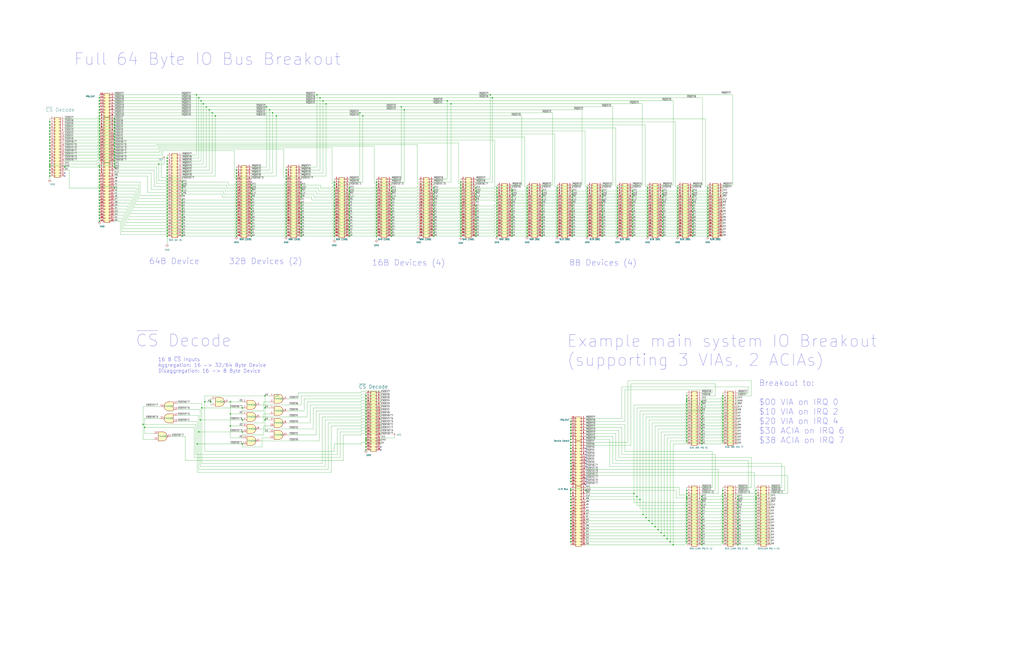
<source format=kicad_sch>
(kicad_sch (version 20230121) (generator eeschema)
  (paper "D")
  (junction (at 229.87 95.25))
  (junction (at 481.33 373.38))
  (junction (at 558.8 161.29))
  (junction (at 83.82 184.15))
  (junction (at 637.54 449.58))
  (junction (at 481.33 431.8))
  (junction (at 558.8 189.23))
  (junction (at 340.995 92.71))
  (junction (at 547.37 439.42))
  (junction (at 83.82 173.99))
  (junction (at 546.1 163.83))
  (junction (at 140.97 179.07))
  (junction (at 469.9 181.61))
  (junction (at 579.12 341.63))
  (junction (at 241.3 158.75))
  (junction (at 413.385 80.01))
  (junction (at 579.12 457.2))
  (junction (at 96.52 100.33))
  (junction (at 579.12 452.12))
  (junction (at 558.8 179.07))
  (junction (at 637.54 452.12))
  (junction (at 508 199.39))
  (junction (at 241.3 176.53))
  (junction (at 481.33 439.42))
  (junction (at 241.3 171.45))
  (junction (at 637.54 421.64))
  (junction (at 508 184.15))
  (junction (at 365.76 184.15))
  (junction (at 579.12 372.11))
  (junction (at 401.32 184.15))
  (junction (at 637.54 441.96))
  (junction (at 546.1 186.69))
  (junction (at 579.12 349.25))
  (junction (at 622.3 426.72))
  (junction (at 622.3 444.5))
  (junction (at 609.6 346.71))
  (junction (at 495.3 163.83))
  (junction (at 199.39 196.85))
  (junction (at 41.91 133.35))
  (junction (at 567.69 459.74))
  (junction (at 596.9 196.85))
  (junction (at 388.62 184.15))
  (junction (at 365.76 186.69))
  (junction (at 96.52 125.73))
  (junction (at 591.82 429.26))
  (junction (at 330.2 166.37))
  (junction (at 609.6 436.88))
  (junction (at 637.54 444.5))
  (junction (at 444.5 176.53))
  (junction (at 308.61 361.95))
  (junction (at 579.12 416.56))
  (junction (at 254 186.69))
  (junction (at 241.3 184.15))
  (junction (at 591.82 356.87))
  (junction (at 520.7 173.99))
  (junction (at 469.9 161.29))
  (junction (at 153.67 181.61))
  (junction (at 558.8 194.31))
  (junction (at 388.62 161.29))
  (junction (at 317.5 199.39))
  (junction (at 96.52 123.19))
  (junction (at 365.76 191.77))
  (junction (at 596.9 199.39))
  (junction (at 481.33 375.92))
  (junction (at 579.12 426.72))
  (junction (at 241.3 143.51))
  (junction (at 520.7 191.77))
  (junction (at 534.67 416.56))
  (junction (at 584.2 194.31))
  (junction (at 591.82 447.04))
  (junction (at 579.12 334.01))
  (junction (at 431.7569 160.02))
  (junction (at 308.61 336.55))
  (junction (at 457.2 161.29))
  (junction (at 482.6 163.83))
  (junction (at 83.82 95.25))
  (junction (at 330.2 176.53))
  (junction (at 571.5 181.61))
  (junction (at 431.8 171.45))
  (junction (at 294.64 166.37))
  (junction (at 584.2 173.99))
  (junction (at 546.1 173.99))
  (junction (at 495.3 186.69))
  (junction (at 166.37 374.65))
  (junction (at 96.52 110.49))
  (junction (at 622.3 419.1))
  (junction (at 199.39 179.07))
  (junction (at 308.61 354.33))
  (junction (at 508 173.99))
  (junction (at 308.61 374.65))
  (junction (at 622.3 431.8))
  (junction (at 508 189.23))
  (junction (at 584.2 189.23))
  (junction (at 330.2 194.31))
  (junction (at 546.1 191.77))
  (junction (at 153.67 153.67))
  (junction (at 199.39 191.77))
  (junction (at 571.5 166.37))
  (junction (at 212.09 171.45))
  (junction (at 444.5 166.37))
  (junction (at 241.3 181.61))
  (junction (at 140.97 138.43))
  (junction (at 83.82 163.83))
  (junction (at 254 184.15))
  (junction (at 457.2 176.53))
  (junction (at 457.2 173.99))
  (junction (at 457.2 186.69))
  (junction (at 96.52 105.41))
  (junction (at 204.47 344.17))
  (junction (at 482.6 176.53))
  (junction (at 469.9 191.77))
  (junction (at 579.12 336.55))
  (junction (at 552.45 444.5))
  (junction (at 330.2 179.07))
  (junction (at 482.6 161.29))
  (junction (at 199.39 146.05))
  (junction (at 591.82 351.79))
  (junction (at 546.1 189.23))
  (junction (at 591.82 346.71))
  (junction (at 549.91 441.96))
  (junction (at 199.39 176.53))
  (junction (at 609.6 444.5))
  (junction (at 457.2 191.77))
  (junction (at 457.2 166.37))
  (junction (at 41.91 146.05))
  (junction (at 254 173.99))
  (junction (at 199.39 173.99))
  (junction (at 281.94 163.83))
  (junction (at 579.12 361.95))
  (junction (at 83.82 158.75))
  (junction (at 41.91 140.97))
  (junction (at 481.33 386.08))
  (junction (at 199.39 143.51))
  (junction (at 96.52 115.57))
  (junction (at 281.94 184.15))
  (junction (at 41.91 102.87))
  (junction (at 457.2 168.91))
  (junction (at 41.91 123.19))
  (junction (at 241.3 163.83))
  (junction (at 365.76 194.31))
  (junction (at 571.5 173.99))
  (junction (at 431.8 179.07))
  (junction (at 596.9 161.29))
  (junction (at 308.61 379.73))
  (junction (at 584.2 186.69))
  (junction (at 520.7 176.53))
  (junction (at 308.61 349.25))
  (junction (at 637.54 454.66))
  (junction (at 388.62 194.31))
  (junction (at 609.6 457.2))
  (junction (at 591.82 361.95))
  (junction (at 591.82 421.64))
  (junction (at 482.6 166.37))
  (junction (at 41.91 105.41))
  (junction (at 571.5 168.91))
  (junction (at 377.19 85.09))
  (junction (at 96.52 107.95))
  (junction (at 294.64 186.69))
  (junction (at 444.5 163.83))
  (junction (at 401.32 173.99))
  (junction (at 365.76 199.39))
  (junction (at 596.9 158.75))
  (junction (at 579.12 454.66))
  (junction (at 558.8 176.53))
  (junction (at 254 199.39))
  (junction (at 481.33 429.26))
  (junction (at 419.1 173.99))
  (junction (at 591.82 369.57))
  (junction (at 204.47 374.65))
  (junction (at 388.62 189.23))
  (junction (at 41.91 148.59))
  (junction (at 533.4 191.77))
  (junction (at 54.61 140.97))
  (junction (at 83.82 181.61))
  (junction (at 167.64 364.49))
  (junction (at 199.39 163.83))
  (junction (at 571.5 189.23))
  (junction (at 622.3 459.74))
  (junction (at 140.97 135.89))
  (junction (at 41.91 139.7))
  (junction (at 482.6 186.69))
  (junction (at 444.5 161.29))
  (junction (at 365.76 166.37))
  (junction (at 41.91 115.57))
  (junction (at 495.3 166.37))
  (junction (at 495.3 161.29))
  (junction (at 212.09 163.83))
  (junction (at 294.64 194.31))
  (junction (at 419.1 179.07))
  (junction (at 542.29 434.34))
  (junction (at 469.9 194.31))
  (junction (at 596.9 186.69))
  (junction (at 83.82 171.45))
  (junction (at 508 194.31))
  (junction (at 579.12 346.71))
  (junction (at 281.94 173.99))
  (junction (at 609.6 452.12))
  (junction (at 558.8 173.99))
  (junction (at 388.62 166.37))
  (junction (at 419.1 199.39))
  (junction (at 579.12 339.09))
  (junction (at 609.6 372.11))
  (junction (at 401.32 194.31))
  (junction (at 401.32 166.37))
  (junction (at 212.09 181.61))
  (junction (at 457.2 179.07))
  (junction (at 431.8 181.61))
  (junction (at 609.6 449.58))
  (junction (at 533.4 194.31))
  (junction (at 140.97 161.29))
  (junction (at 241.3 168.91))
  (junction (at 596.9 166.37))
  (junction (at 591.82 436.88))
  (junction (at 591.82 364.49))
  (junction (at 199.39 189.23))
  (junction (at 317.5 161.29))
  (junction (at 83.82 97.79))
  (junction (at 212.09 176.53))
  (junction (at 591.82 419.1))
  (junction (at 317.5 179.07))
  (junction (at 199.39 194.31))
  (junction (at 609.6 419.1))
  (junction (at 83.82 85.09))
  (junction (at 281.94 166.37))
  (junction (at 388.62 196.85))
  (junction (at 481.33 363.22))
  (junction (at 330.2 186.69))
  (junction (at 317.5 176.53))
  (junction (at 609.6 339.09))
  (junction (at 444.5 186.69))
  (junction (at 317.5 181.61))
  (junction (at 609.6 421.64))
  (junction (at 591.82 341.63))
  (junction (at 41.91 120.65))
  (junction (at 481.33 383.54))
  (junction (at 401.32 196.85))
  (junction (at 212.09 158.75))
  (junction (at 609.6 349.25))
  (junction (at 330.2 189.23))
  (junction (at 579.12 359.41))
  (junction (at 199.39 153.67))
  (junction (at 520.7 196.85))
  (junction (at 558.8 191.77))
  (junction (at 481.33 393.7))
  (junction (at 579.12 421.64))
  (junction (at 140.97 156.21))
  (junction (at 317.5 189.23))
  (junction (at 199.39 166.37))
  (junction (at 520.7 166.37))
  (junction (at 241.3 179.07))
  (junction (at 609.6 364.49))
  (junction (at 469.9 186.69))
  (junction (at 388.62 163.83))
  (junction (at 591.82 454.66))
  (junction (at 212.09 196.85))
  (junction (at 637.54 426.72))
  (junction (at 254 191.77))
  (junction (at 482.6 196.85))
  (junction (at 444.5 179.07))
  (junction (at 83.82 87.63))
  (junction (at 609.6 434.34))
  (junction (at 281.94 199.39))
  (junction (at 469.9 158.75))
  (junction (at 241.3 196.85))
  (junction (at 365.76 168.91))
  (junction (at 431.8 189.23))
  (junction (at 199.39 151.13))
  (junction (at 481.33 444.5))
  (junction (at 637.54 431.8))
  (junction (at 274.955 87.63))
  (junction (at 520.7 189.23))
  (junction (at 212.09 179.07))
  (junction (at 212.09 173.99))
  (junction (at 469.9 199.39))
  (junction (at 388.62 176.53))
  (junction (at 153.67 161.29))
  (junction (at 584.2 171.45))
  (junction (at 481.33 436.88))
  (junction (at 83.82 130.81))
  (junction (at 469.9 168.91))
  (junction (at 579.12 434.34))
  (junction (at 579.12 344.17))
  (junction (at 140.97 176.53))
  (junction (at 419.1 161.29))
  (junction (at 41.91 110.49))
  (junction (at 508 171.45))
  (junction (at 481.33 426.72))
  (junction (at 482.6 191.77))
  (junction (at 419.1 194.31))
  (junction (at 96.52 118.11))
  (junction (at 596.9 189.23))
  (junction (at 571.5 194.31))
  (junction (at 140.97 189.23))
  (junction (at 533.4 168.91))
  (junction (at 83.82 120.65))
  (junction (at 481.33 424.18))
  (junction (at 365.76 176.53))
  (junction (at 533.4 176.53))
  (junction (at 199.39 171.45))
  (junction (at 140.97 158.75))
  (junction (at 571.5 163.83))
  (junction (at 457.2 196.85))
  (junction (at 179.07 95.25))
  (junction (at 204.47 354.33))
  (junction (at 495.3 158.75))
  (junction (at 508 176.53))
  (junction (at 83.82 125.73))
  (junction (at 546.1 179.07))
  (junction (at 140.97 168.91))
  (junction (at 41.91 143.51))
  (junction (at 637.54 436.88))
  (junction (at 83.82 115.57))
  (junction (at 571.5 191.77))
  (junction (at 140.97 148.59))
  (junction (at 591.82 424.18))
  (junction (at 306.07 97.79))
  (junction (at 508 166.37))
  (junction (at 609.6 367.03))
  (junction (at 591.82 359.41))
  (junction (at 294.64 179.07))
  (junction (at 153.67 163.83))
  (junction (at 269.875 82.55))
  (junction (at 579.12 441.96))
  (junction (at 558.8 171.45))
  (junction (at 83.82 166.37))
  (junction (at 609.6 354.33))
  (junction (at 140.97 181.61))
  (junction (at 622.3 454.66))
  (junction (at 579.12 367.03))
  (junction (at 579.12 444.5))
  (junction (at 622.3 436.88))
  (junction (at 365.76 158.75))
  (junction (at 83.82 113.03))
  (junction (at 199.39 181.61))
  (junction (at 584.2 161.29))
  (junction (at 546.1 184.15))
  (junction (at 83.82 110.49))
  (junction (at 281.94 186.69))
  (junction (at 637.54 424.18))
  (junction (at 431.8 184.15))
  (junction (at 272.415 85.09))
  (junction (at 83.82 133.35))
  (junction (at 294.64 158.75))
  (junction (at 482.6 179.07))
  (junction (at 557.53 449.58))
  (junction (at 481.33 414.02))
  (junction (at 153.67 189.23))
  (junction (at 637.54 420.37))
  (junction (at 591.82 367.03))
  (junction (at 558.8 186.69))
  (junction (at 622.3 429.26))
  (junction (at 241.3 186.69))
  (junction (at 388.62 168.91))
  (junction (at 388.62 173.99))
  (junction (at 431.8 199.39))
  (junction (at 520.7 168.91))
  (junction (at 481.33 403.86))
  (junction (at 457.2 171.45))
  (junction (at 388.62 153.67))
  (junction (at 317.5 196.85))
  (junction (at 41.91 118.11))
  (junction (at 204.47 364.49))
  (junction (at 330.2 158.75))
  (junction (at 140.97 186.69))
  (junction (at 401.32 168.91))
  (junction (at 153.67 173.99))
  (junction (at 481.33 441.96))
  (junction (at 194.31 349.25))
  (junction (at 481.33 457.2))
  (junction (at 469.9 166.37))
  (junction (at 609.6 441.96))
  (junction (at 579.12 369.57))
  (junction (at 83.82 161.29))
  (junction (at 596.9 173.99))
  (junction (at 637.54 434.34))
  (junction (at 96.52 120.65))
  (junction (at 212.09 186.69))
  (junction (at 495.3 171.45))
  (junction (at 591.82 444.5))
  (junction (at 469.9 179.07))
  (junction (at 96.52 102.87))
  (junction (at 571.5 158.75))
  (junction (at 609.6 361.95))
  (junction (at 482.6 189.23))
  (junction (at 494.03 414.02))
  (junction (at 167.64 82.55))
  (junction (at 546.1 166.37))
  (junction (at 584.2 176.53))
  (junction (at 223.52 334.01))
  (junction (at 194.31 339.09))
  (junction (at 591.82 354.33))
  (junction (at 609.6 431.8))
  (junction (at 558.8 196.85))
  (junction (at 571.5 184.15))
  (junction (at 330.2 199.39))
  (junction (at 591.82 372.11))
  (junction (at 140.97 146.05))
  (junction (at 83.82 168.91))
  (junction (at 140.97 163.83))
  (junction (at 609.6 336.55))
  (junction (at 83.82 118.11))
  (junction (at 508 168.91))
  (junction (at 457.2 189.23))
  (junction (at 579.12 337.82))
  (junction (at 609.6 351.79))
  (junction (at 83.82 153.67))
  (junction (at 482.6 199.39))
  (junction (at 83.82 90.17))
  (junction (at 533.4 161.29))
  (junction (at 153.67 191.77))
  (junction (at 254 179.07))
  (junction (at 419.1 189.23))
  (junction (at 153.67 168.91))
  (junction (at 457.2 163.83))
  (junction (at 212.09 199.39))
  (junction (at 596.9 184.15))
  (junction (at 546.1 199.39))
  (junction (at 365.76 173.99))
  (junction (at 308.61 359.41))
  (junction (at 508 163.83))
  (junction (at 546.1 181.61))
  (junction (at 241.3 151.13))
  (junction (at 83.82 146.05))
  (junction (at 495.3 196.85))
  (junction (at 444.5 191.77))
  (junction (at 596.9 176.53))
  (junction (at 294.64 176.53))
  (junction (at 495.3 194.31))
  (junction (at 419.1 186.69))
  (junction (at 444.5 158.75))
  (junction (at 133.985 138.43))
  (junction (at 224.79 90.17))
  (junction (at 481.33 421.64))
  (junction (at 177.8 339.09))
  (junction (at 457.2 194.31))
  (junction (at 121.92 360.68))
  (junction (at 294.64 173.99))
  (junction (at 140.97 194.31))
  (junction (at 637.54 416.56))
  (junction (at 508 196.85))
  (junction (at 281.94 153.67))
  (junction (at 241.3 148.59))
  (junction (at 241.3 146.05))
  (junction (at 520.7 158.75))
  (junction (at 199.39 186.69))
  (junction (at 308.61 334.01))
  (junction (at 520.7 184.15))
  (junction (at 176.53 92.71))
  (junction (at 622.3 452.12))
  (junction (at 241.3 173.99))
  (junction (at 140.97 153.67))
  (junction (at 401.32 181.61))
  (junction (at 533.4 171.45))
  (junction (at 401.32 199.39))
  (junction (at 96.52 130.81))
  (junction (at 579.12 429.26))
  (junction (at 457.2 199.39))
  (junction (at 308.61 351.79))
  (junction (at 622.3 421.64))
  (junction (at 622.3 449.58))
  (junction (at 199.39 161.29))
  (junction (at 482.6 173.99))
  (junction (at 153.67 199.39))
  (junction (at 609.6 454.66))
  (junction (at 591.82 426.72))
  (junction (at 481.33 412.75))
  (junction (at 591.82 459.74))
  (junction (at 419.1 163.83))
  (junction (at 140.97 140.97))
  (junction (at 431.8 194.31))
  (junction (at 330.2 171.45))
  (junction (at 365.76 171.45))
  (junction (at 596.9 191.77))
  (junction (at 140.97 199.39))
  (junction (at 609.6 414.02))
  (junction (at 481.33 370.84))
  (junction (at 294.64 161.29))
  (junction (at 431.8 173.99))
  (junction (at 168.91 354.33))
  (junction (at 308.61 339.09))
  (junction (at 330.2 161.29))
  (junction (at 419.1 184.15))
  (junction (at 584.2 191.77))
  (junction (at 520.7 186.69))
  (junction (at 481.33 391.16))
  (junction (at 533.4 181.61))
  (junction (at 241.3 191.77))
  (junction (at 254 161.29))
  (junction (at 41.91 113.03))
  (junction (at 199.39 168.91))
  (junction (at 481.33 419.1))
  (junction (at 637.54 439.42))
  (junction (at 96.52 140.97))
  (junction (at 591.82 439.42))
  (junction (at 609.6 429.26))
  (junction (at 481.33 416.56))
  (junction (at 308.61 370.84))
  (junction (at 481.33 388.62))
  (junction (at 254 181.61))
  (junction (at 153.67 156.21))
  (junction (at 388.62 156.21))
  (junction (at 281.94 194.31))
  (junction (at 591.82 452.12))
  (junction (at 579.12 354.33))
  (junction (at 444.5 173.99))
  (junction (at 317.5 194.31))
  (junction (at 481.33 396.24))
  (junction (at 212.09 189.23))
  (junction (at 41.91 130.81))
  (junction (at 241.3 156.21))
  (junction (at 508 191.77))
  (junction (at 544.83 436.88))
  (junction (at 533.4 189.23))
  (junction (at 41.91 128.27))
  (junction (at 83.82 179.07))
  (junction (at 153.67 184.15))
  (junction (at 482.6 171.45))
  (junction (at 254 171.45))
  (junction (at 173.99 90.17))
  (junction (at 469.9 184.15))
  (junction (at 609.6 359.41))
  (junction (at 153.67 171.45))
  (junction (at 609.6 341.63))
  (junction (at 558.8 168.91))
  (junction (at 41.91 138.43))
  (junction (at 212.09 194.31))
  (junction (at 212.09 168.91))
  (junction (at 579.12 447.04))
  (junction (at 41.91 107.95))
  (junction (at 281.94 156.21))
  (junction (at 520.7 194.31))
  (junction (at 401.32 176.53))
  (junction (at 227.33 92.71))
  (junction (at 508 161.29))
  (junction (at 172.72 339.09))
  (junction (at 401.32 189.23))
  (junction (at 533.4 184.15))
  (junction (at 388.62 199.39))
  (junction (at 212.09 156.21))
  (junction (at 495.3 199.39))
  (junction (at 153.67 186.69))
  (junction (at 609.6 439.42))
  (junction (at 457.2 181.61))
  (junction (at 153.67 179.07))
  (junction (at 591.82 349.25))
  (junction (at 481.33 406.4))
  (junction (at 571.5 196.85))
  (junction (at 223.52 354.33))
  (junction (at 508 181.61))
  (junction (at 317.5 171.45))
  (junction (at 481.33 355.6))
  (junction (at 431.8 163.83))
  (junction (at 637.54 447.04))
  (junction (at 223.52 344.17))
  (junction (at 558.8 184.15))
  (junction (at 294.64 163.83))
  (junction (at 560.07 452.12))
  (junction (at 83.82 186.69))
  (junction (at 596.9 179.07))
  (junction (at 140.97 166.37))
  (junction (at 637.54 414.02))
  (junction (at 431.8 191.77))
  (junction (at 579.12 436.88))
  (junction (at 96.52 135.89))
  (junction (at 579.12 351.79))
  (junction (at 317.5 163.83))
  (junction (at 281.94 171.45))
  (junction (at 558.8 199.39))
  (junction (at 241.3 199.39))
  (junction (at 267.335 80.01))
  (junction (at 609.6 416.56))
  (junction (at 495.3 176.53))
  (junction (at 520.7 161.29))
  (junction (at 481.33 360.68))
  (junction (at 330.2 173.99))
  (junction (at 254 166.37))
  (junction (at 241.3 194.31))
  (junction (at 495.3 184.15))
  (junction (at 482.6 184.15))
  (junction (at 199.39 156.21))
  (junction (at 171.45 87.63))
  (junction (at 401.32 163.83))
  (junction (at 388.62 158.75))
  (junction (at 482.6 168.91))
  (junction (at 481.33 452.12))
  (junction (at 365.76 161.29))
  (junction (at 83.82 123.19))
  (junction (at 533.4 186.69))
  (junction (at 481.33 401.32))
  (junction (at 419.1 176.53))
  (junction (at 317.5 166.37))
  (junction (at 281.94 176.53))
  (junction (at 140.97 151.13))
  (junction (at 622.3 434.34))
  (junction (at 83.82 82.55))
  (junction (at 140.97 171.45))
  (junction (at 96.52 158.75))
  (junction (at 401.32 161.29))
  (junction (at 419.1 181.61))
  (junction (at 365.76 189.23))
  (junction (at 83.82 143.51))
  (junction (at 591.82 441.96))
  (junction (at 537.21 419.1))
  (junction (at 140.97 196.85))
  (junction (at 140.97 133.35))
  (junction (at 481.33 368.3))
  (junction (at 444.5 189.23))
  (junction (at 571.5 199.39))
  (junction (at 96.52 133.35))
  (junction (at 495.3 181.61))
  (junction (at 388.62 181.61))
  (junction (at 584.2 196.85))
  (junction (at 533.4 179.07))
  (junction (at 169.545 85.09))
  (junction (at 281.94 189.23))
  (junction (at 317.5 186.69))
  (junction (at 294.64 189.23))
  (junction (at 444.5 196.85))
  (junction (at 83.82 156.21))
  (junction (at 481.33 447.04))
  (junction (at 546.1 158.75))
  (junction (at 579.12 356.87))
  (junction (at 308.61 364.49))
  (junction (at 294.64 191.77))
  (junction (at 199.39 199.39))
  (junction (at 520.7 181.61))
  (junction (at 153.67 196.85))
  (junction (at 533.4 173.99))
  (junction (at 609.6 344.17))
  (junction (at 241.3 166.37))
  (junction (at 579.12 439.42))
  (junction (at 308.61 341.63))
  (junction (at 212.09 166.37))
  (junction (at 546.1 161.29))
  (junction (at 254 194.31))
  (junction (at 444.5 168.91))
  (junction (at 533.4 166.37))
  (junction (at 317.5 173.99))
  (junction (at 140.97 173.99))
  (junction (at 96.52 113.03))
  (junction (at 584.2 163.83))
  (junction (at 520.7 199.39))
  (junction (at 591.82 344.17))
  (junction (at 254 163.83))
  (junction (at 571.5 171.45))
  (junction (at 520.7 171.45))
  (junction (at 83.82 176.53))
  (junction (at 401.32 191.77))
  (junction (at 233.045 97.79))
  (junction (at 584.2 166.37))
  (junction (at 199.39 148.59))
  (junction (at 481.33 358.14))
  (junction (at 294.64 199.39))
  (junction (at 469.9 176.53))
  (junction (at 579.12 431.8))
  (junction (at 83.82 92.71))
  (junction (at 140.97 143.51))
  (junction (at 591.82 449.58))
  (junction (at 481.33 449.58))
  (junction (at 212.09 191.77))
  (junction (at 495.3 189.23))
  (junction (at 546.1 194.31))
  (junction (at 281.94 181.61))
  (junction (at 419.1 168.91))
  (junction (at 281.94 168.91))
  (junction (at 41.91 125.73))
  (junction (at 571.5 176.53))
  (junction (at 533.4 196.85))
  (junction (at 308.61 367.03))
  (junction (at 212.09 161.29))
  (junction (at 338.455 90.17))
  (junction (at 96.52 138.43))
  (junction (at 520.7 163.83))
  (junction (at 401.32 179.07))
  (junction (at 308.61 377.19))
  (junction (at 308.61 372.11))
  (junction (at 308.61 369.57))
  (junction (at 558.8 163.83))
  (junction (at 591.82 431.8))
  (junction (at 317.5 168.91))
  (junction (at 565.15 457.2))
  (junction (at 308.61 346.71))
  (junction (at 140.97 184.15))
  (junction (at 308.61 344.17))
  (junction (at 546.1 171.45))
  (junction (at 481.33 365.76))
  (junction (at 495.3 179.07))
  (junction (at 622.3 439.42))
  (junction (at 281.94 179.07))
  (junction (at 294.64 181.61))
  (junction (at 579.12 419.1))
  (junction (at 254 176.53))
  (junction (at 431.8 176.53))
  (junction (at 308.61 356.87))
  (junction (at 83.82 100.33))
  (junction (at 481.33 378.46))
  (junction (at 41.91 135.89))
  (junction (at 317.5 184.15))
  (junction (at 317.5 158.75))
  (junction (at 609.6 426.72))
  (junction (at 330.2 181.61))
  (junction (at 401.32 186.69))
  (junction (at 281.94 161.29))
  (junction (at 637.54 429.26))
  (junction (at 546.1 168.91))
  (junction (at 546.1 196.85))
  (junction (at 330.2 191.77))
  (junction (at 591.82 374.65))
  (junction (at 241.3 189.23))
  (junction (at 554.99 447.04))
  (junction (at 365.76 196.85))
  (junction (at 444.5 171.45))
  (junction (at 596.9 171.45))
  (junction (at 431.8 186.69))
  (junction (at 254 156.21))
  (junction (at 83.82 151.13))
  (junction (at 579.12 414.02))
  (junction (at 520.7 179.07))
  (junction (at 571.5 179.07))
  (junction (at 579.12 420.37))
  (junction (at 533.4 199.39))
  (junction (at 637.54 457.2))
  (junction (at 254 189.23))
  (junction (at 83.82 148.59))
  (junction (at 481.33 398.78))
  (junction (at 571.5 186.69))
  (junction (at 365.76 179.07))
  (junction (at 365.76 163.83))
  (junction (at 609.6 424.18))
  (junction (at 83.82 128.27))
  (junction (at 431.8 166.37))
  (junction (at 508 186.69))
  (junction (at 241.3 153.67))
  (junction (at 83.82 105.41))
  (junction (at 596.9 163.83))
  (junction (at 140.97 191.77))
  (junction (at 317.5 153.67))
  (junction (at 303.53 95.25))
  (junction (at 294.64 171.45))
  (junction (at 444.5 199.39))
  (junction (at 591.82 339.09))
  (junction (at 622.3 441.96))
  (junction (at 241.3 161.29))
  (junction (at 481.33 381))
  (junction (at 120.65 358.14))
  (junction (at 596.9 181.61))
  (junction (at 294.64 168.91))
  (junction (at 469.9 163.83))
  (junction (at 609.6 447.04))
  (junction (at 622.3 424.18))
  (junction (at 571.5 161.29))
  (junction (at 415.29 82.55))
  (junction (at 591.82 434.34))
  (junction (at 294.64 196.85))
  (junction (at 388.62 191.77))
  (junction (at 165.735 80.01))
  (junction (at 469.9 189.23))
  (junction (at 482.6 194.31))
  (junction (at 431.8 168.91))
  (junction (at 194.31 359.41))
  (junction (at 153.67 158.75))
  (junction (at 83.82 107.95))
  (junction (at 380.365 87.63))
  (junction (at 181.61 97.79))
  (junction (at 584.2 184.15))
  (junction (at 622.3 447.04))
  (junction (at 579.12 449.58))
  (junction (at 419.1 158.75))
  (junction (at 562.61 454.66))
  (junction (at 294.64 184.15))
  (junction (at 330.2 163.83))
  (junction (at 596.9 194.31))
  (junction (at 558.8 181.61))
  (junction (at 622.3 457.2))
  (junction (at 469.9 173.99))
  (junction (at 546.1 176.53))
  (junction (at 596.9 168.91))
  (junction (at 401.32 158.75))
  (junction (at 609.6 334.01))
  (junction (at 481.33 454.66))
  (junction (at 388.62 179.07))
  (junction (at 469.9 196.85))
  (junction (at 591.82 457.2))
  (junction (at 199.39 158.75))
  (junction (at 457.2 184.15))
  (junction (at 482.6 181.61))
  (junction (at 584.2 179.07))
  (junction (at 539.75 421.64))
  (junction (at 317.5 156.21))
  (junction (at 330.2 168.91))
  (junction (at 579.12 424.18))
  (junction (at 508 179.07))
  (junction (at 584.2 168.91))
  (junction (at 388.62 171.45))
  (junction (at 431.8 196.85))
  (junction (at 444.5 184.15))
  (junction (at 153.67 176.53))
  (junction (at 419.1 166.37))
  (junction (at 83.82 140.97))
  (junction (at 444.5 181.61))
  (junction (at 481.33 434.34))
  (junction (at 153.67 194.31))
  (junction (at 495.3 191.77))
  (junction (at 281.94 196.85))
  (junction (at 170.18 344.17))
  (junction (at 281.94 191.77))
  (junction (at 584.2 181.61))
  (junction (at 330.2 196.85))
  (junction (at 609.6 369.57))
  (junction (at 609.6 356.87))
  (junction (at 212.09 184.15))
  (junction (at 558.8 166.37))
  (junction (at 469.9 171.45))
  (junction (at 637.54 419.1))
  (junction (at 444.5 194.31))
  (junction (at 431.8 161.29))
  (junction (at 419.1 196.85))
  (junction (at 495.3 173.99))
  (junction (at 330.2 184.15))
  (junction (at 254 158.75))
  (junction (at 579.12 364.49))
  (junction (at 254 196.85))
  (junction (at 96.52 128.27))
  (junction (at 365.76 181.61))
  (junction (at 533.4 163.83))
  (junction (at 584.2 199.39))
  (junction (at 83.82 102.87))
  (junction (at 83.82 139.7))
  (junction (at 419.1 191.77))
  (junction (at 495.3 168.91))
  (junction (at 199.39 184.15))
  (junction (at 388.62 186.69))
  (junction (at 281.94 158.75))
  (junction (at 317.5 191.77))
  (junction (at 419.1 171.45))
  (no_connect (at 321.31 377.19))
  (no_connect (at 494.03 383.54))
  (no_connect (at 494.03 408.94))
  (no_connect (at 494.03 403.86))
  (no_connect (at 494.03 381))
  (no_connect (at 494.03 406.4))
  (no_connect (at 494.03 393.7))
  (no_connect (at 212.09 153.67))
  (no_connect (at 321.31 379.73))
  (no_connect (at 254 153.67))
  (no_connect (at 494.03 388.62))
  (no_connect (at 509.27 168.91))
  (no_connect (at 54.61 148.59))
  (no_connect (at 494.03 386.08))
  (no_connect (at 494.03 378.46))
  (no_connect (at 54.61 146.05))
  (no_connect (at 494.03 391.16))
  (wire (pts (xy 591.82 434.34) (xy 608.33 434.34)))
  (wire (pts (xy 637.54 421.64) (xy 637.54 424.18)))
  (wire (pts (xy 609.6 336.55) (xy 609.6 339.09)))
  (wire (pts (xy 552.45 444.5) (xy 577.85 444.5)))
  (wire (pts (xy 608.33 361.95) (xy 608.33 360.68)))
  (wire (pts (xy 281.94 163.83) (xy 281.94 166.37)))
  (wire (pts (xy 387.35 187.96) (xy 401.32 187.96)))
  (wire (pts (xy 443.23 191.77) (xy 443.23 190.5)))
  (wire (pts (xy 241.3 156.21) (xy 241.3 158.75)))
  (wire (pts (xy 417.195 160.02) (xy 431.7569 160.02)))
  (wire (pts (xy 254 187.96) (xy 254 189.23)))
  (wire (pts (xy 281.94 168.91) (xy 281.94 171.45)))
  (wire (pts (xy 304.8 364.49) (xy 287.02 364.49)))
  (wire (pts (xy 153.67 193.04) (xy 153.67 194.31)))
  (wire (pts (xy 591.82 372.11) (xy 608.33 372.11)))
  (wire (pts (xy 308.61 344.17) (xy 308.61 346.71)))
  (wire (pts (xy 294.64 151.13) (xy 303.53 151.13)))
  (wire (pts (xy 584.2 156.21) (xy 592.455 156.21)))
  (wire (pts (xy 365.76 154.94) (xy 351.79 154.94)))
  (wire (pts (xy 96.52 104.14) (xy 96.52 105.41)))
  (wire (pts (xy 482.6 176.53) (xy 494.03 176.53)))
  (wire (pts (xy 591.82 458.47) (xy 591.82 459.74)))
  (wire (pts (xy 198.12 165.1) (xy 212.09 165.1)))
  (wire (pts (xy 351.79 182.88) (xy 365.76 182.88)))
  (wire (pts (xy 431.8 162.56) (xy 431.8 163.83)))
  (wire (pts (xy 82.55 118.11) (xy 82.55 116.84)))
  (wire (pts (xy 281.94 196.85) (xy 281.94 199.39)))
  (wire (pts (xy 457.2 196.85) (xy 468.63 196.85)))
  (wire (pts (xy 532.13 323.85) (xy 603.25 323.85)))
  (wire (pts (xy 457.2 199.39) (xy 468.63 199.39)))
  (wire (pts (xy 365.76 153.67) (xy 380.365 153.67)))
  (wire (pts (xy 519.43 191.77) (xy 519.43 190.5)))
  (wire (pts (xy 82.55 140.97) (xy 82.55 139.7)))
  (wire (pts (xy 153.67 179.07) (xy 198.12 179.07)))
  (wire (pts (xy 102.87 195.58) (xy 153.67 195.58)))
  (wire (pts (xy 443.23 189.23) (xy 443.23 187.96)))
  (wire (pts (xy 636.27 420.37) (xy 637.54 420.37)))
  (wire (pts (xy 591.82 346.71) (xy 608.33 346.71)))
  (wire (pts (xy 321.31 342.9) (xy 321.31 344.17)))
  (wire (pts (xy 317.5 161.29) (xy 317.5 163.83)))
  (wire (pts (xy 351.79 172.72) (xy 365.76 172.72)))
  (wire (pts (xy 284.48 383.54) (xy 165.1 383.54)))
  (wire (pts (xy 266.7 346.71) (xy 266.7 367.03)))
  (wire (pts (xy 558.8 193.04) (xy 558.8 194.31)))
  (wire (pts (xy 431.8 166.37) (xy 443.23 166.37)))
  (wire (pts (xy 595.63 190.5) (xy 609.6 190.5)))
  (wire (pts (xy 280.67 181.61) (xy 280.67 180.34)))
  (wire (pts (xy 304.8 358.14) (xy 321.31 358.14)))
  (wire (pts (xy 622.3 426.72) (xy 636.27 426.72)))
  (wire (pts (xy 431.8 194.31) (xy 443.23 194.31)))
  (wire (pts (xy 96.52 116.84) (xy 96.52 118.11)))
  (wire (pts (xy 544.83 163.83) (xy 544.83 162.56)))
  (wire (pts (xy 520.7 171.45) (xy 520.7 173.99)))
  (wire (pts (xy 387.35 198.12) (xy 401.32 198.12)))
  (wire (pts (xy 199.39 176.53) (xy 199.39 179.07)))
  (wire (pts (xy 271.78 391.16) (xy 170.18 391.16)))
  (wire (pts (xy 577.85 349.25) (xy 577.85 347.98)))
  (wire (pts (xy 631.19 388.62) (xy 631.19 414.02)))
  (wire (pts (xy 577.85 358.14) (xy 591.82 358.14)))
  (wire (pts (xy 264.795 163.83) (xy 254 163.83)))
  (wire (pts (xy 444.5 176.53) (xy 444.5 179.07)))
  (wire (pts (xy 608.33 435.61) (xy 622.3 435.61)))
  (wire (pts (xy 494.03 414.02) (xy 494.03 412.75)))
  (wire (pts (xy 554.99 361.95) (xy 577.85 361.95)))
  (wire (pts (xy 469.9 179.07) (xy 469.9 181.61)))
  (wire (pts (xy 401.32 189.23) (xy 417.195 189.23)))
  (wire (pts (xy 595.63 185.42) (xy 609.6 185.42)))
  (wire (pts (xy 82.55 99.06) (xy 96.52 99.06)))
  (wire (pts (xy 579.12 337.82) (xy 579.12 339.09)))
  (wire (pts (xy 508 193.04) (xy 508 194.31)))
  (wire (pts (xy 519.43 190.5) (xy 533.4 190.5)))
  (wire (pts (xy 140.97 168.91) (xy 140.97 171.45)))
  (wire (pts (xy 584.2 168.91) (xy 595.63 168.91)))
  (wire (pts (xy 192.405 156.21) (xy 192.405 153.67)))
  (wire (pts (xy 591.82 337.82) (xy 579.12 337.82)))
  (wire (pts (xy 622.3 360.68) (xy 622.3 361.95)))
  (wire (pts (xy 280.67 172.72) (xy 294.64 172.72)))
  (wire (pts (xy 316.23 165.1) (xy 330.2 165.1)))
  (wire (pts (xy 591.82 444.5) (xy 608.33 444.5)))
  (wire (pts (xy 168.91 354.33) (xy 168.91 393.7)))
  (wire (pts (xy 571.5 166.37) (xy 571.5 168.91)))
  (wire (pts (xy 254 176.53) (xy 280.67 176.53)))
  (wire (pts (xy 316.23 182.88) (xy 330.2 182.88)))
  (wire (pts (xy 96.52 173.99) (xy 107.95 173.99)))
  (wire (pts (xy 570.23 191.77) (xy 570.23 190.5)))
  (wire (pts (xy 132.08 154.94) (xy 132.08 140.97)))
  (wire (pts (xy 482.6 193.04) (xy 482.6 194.31)))
  (wire (pts (xy 303.53 95.25) (xy 466.09 95.25)))
  (wire (pts (xy 188.595 161.29) (xy 153.67 161.29)))
  (wire (pts (xy 577.85 373.38) (xy 591.82 373.38)))
  (wire (pts (xy 608.33 441.96) (xy 608.33 440.69)))
  (wire (pts (xy 254 186.69) (xy 280.67 186.69)))
  (wire (pts (xy 83.82 139.7) (xy 96.52 139.7)))
  (wire (pts (xy 637.54 449.58) (xy 637.54 452.12)))
  (wire (pts (xy 54.61 118.11) (xy 82.55 118.11)))
  (wire (pts (xy 482.6 157.48) (xy 467.995 157.48)))
  (wire (pts (xy 579.12 429.26) (xy 579.12 431.8)))
  (wire (pts (xy 577.85 424.18) (xy 534.67 424.18)))
  (wire (pts (xy 417.195 165.1) (xy 431.8 165.1)))
  (wire (pts (xy 274.955 148.59) (xy 274.955 87.63)))
  (wire (pts (xy 595.63 167.64) (xy 609.6 167.64)))
  (wire (pts (xy 316.23 186.69) (xy 316.23 185.42)))
  (wire (pts (xy 316.23 185.42) (xy 330.2 185.42)))
  (wire (pts (xy 571.5 194.31) (xy 571.5 196.85)))
  (wire (pts (xy 495.3 176.53) (xy 495.3 179.07)))
  (wire (pts (xy 637.54 447.04) (xy 637.54 449.58)))
  (wire (pts (xy 608.33 335.28) (xy 622.3 335.28)))
  (wire (pts (xy 608.33 372.11) (xy 608.33 370.84)))
  (wire (pts (xy 508 170.18) (xy 508 171.45)))
  (wire (pts (xy 280.035 163.83) (xy 266.7 163.83)))
  (wire (pts (xy 419.1 161.29) (xy 419.1 163.83)))
  (wire (pts (xy 270.51 156.21) (xy 254 156.21)))
  (wire (pts (xy 595.63 184.15) (xy 595.63 182.88)))
  (wire (pts (xy 212.09 154.94) (xy 212.09 156.21)))
  (wire (pts (xy 419.1 156.21) (xy 419.1 158.75)))
  (wire (pts (xy 443.23 167.64) (xy 457.2 167.64)))
  (wire (pts (xy 546.1 189.23) (xy 546.1 191.77)))
  (wire (pts (xy 140.97 138.43) (xy 140.97 140.97)))
  (wire (pts (xy 280.035 166.37) (xy 264.795 166.37)))
  (wire (pts (xy 469.9 161.29) (xy 469.9 163.83)))
  (wire (pts (xy 636.27 439.42) (xy 636.27 438.15)))
  (wire (pts (xy 330.2 193.04) (xy 330.2 194.31)))
  (wire (pts (xy 622.3 430.53) (xy 622.3 431.8)))
  (wire (pts (xy 609.6 177.8) (xy 609.6 179.07)))
  (wire (pts (xy 537.21 426.72) (xy 577.85 426.72)))
  (wire (pts (xy 401.32 187.96) (xy 401.32 189.23)))
  (wire (pts (xy 622.3 345.44) (xy 622.3 346.71)))
  (wire (pts (xy 608.33 340.36) (xy 622.3 340.36)))
  (wire (pts (xy 281.94 186.69) (xy 281.94 189.23)))
  (wire (pts (xy 222.25 346.71) (xy 204.47 346.71)))
  (wire (pts (xy 661.67 393.7) (xy 661.67 414.02)))
  (wire (pts (xy 280.035 161.29) (xy 268.605 161.29)))
  (wire (pts (xy 96.52 138.43) (xy 133.985 138.43)))
  (wire (pts (xy 83.82 181.61) (xy 83.82 184.15)))
  (wire (pts (xy 281.94 189.23) (xy 281.94 191.77)))
  (wire (pts (xy 96.52 110.49) (xy 493.395 110.49)))
  (wire (pts (xy 212.09 171.45) (xy 240.03 171.45)))
  (wire (pts (xy 140.97 135.89) (xy 140.97 138.43)))
  (wire (pts (xy 351.79 196.85) (xy 351.79 195.58)))
  (wire (pts (xy 481.33 373.38) (xy 481.33 375.92)))
  (wire (pts (xy 609.6 180.34) (xy 609.6 181.61)))
  (wire (pts (xy 351.79 173.99) (xy 351.79 172.72)))
  (wire (pts (xy 222.25 349.25) (xy 222.25 356.87)))
  (wire (pts (xy 622.3 373.38) (xy 622.3 374.65)))
  (wire (pts (xy 457.2 170.18) (xy 457.2 171.45)))
  (wire (pts (xy 596.9 189.23) (xy 596.9 191.77)))
  (wire (pts (xy 137.16 127) (xy 197.485 127)))
  (wire (pts (xy 304.8 351.79) (xy 271.78 351.79)))
  (wire (pts (xy 179.07 95.25) (xy 179.07 146.05)))
  (wire (pts (xy 330.2 195.58) (xy 330.2 196.85)))
  (wire (pts (xy 650.24 445.77) (xy 650.24 447.04)))
  (wire (pts (xy 199.39 179.07) (xy 199.39 181.61)))
  (wire (pts (xy 82.55 127) (xy 96.52 127)))
  (wire (pts (xy 287.02 364.49) (xy 287.02 386.08)))
  (wire (pts (xy 546.1 184.15) (xy 546.1 186.69)))
  (wire (pts (xy 570.23 189.23) (xy 570.23 187.96)))
  (wire (pts (xy 96.52 106.68) (xy 96.52 107.95)))
  (wire (pts (xy 241.3 171.45) (xy 241.3 173.99)))
  (wire (pts (xy 240.03 199.39) (xy 240.03 198.12)))
  (wire (pts (xy 591.82 344.17) (xy 608.33 344.17)))
  (wire (pts (xy 659.13 411.48) (xy 659.13 391.16)))
  (wire (pts (xy 330.2 173.99) (xy 351.79 173.99)))
  (wire (pts (xy 520.7 184.15) (xy 520.7 186.69)))
  (wire (pts (xy 636.27 453.39) (xy 650.24 453.39)))
  (wire (pts (xy 223.52 364.49) (xy 227.33 364.49)))
  (wire (pts (xy 584.2 176.53) (xy 595.63 176.53)))
  (wire (pts (xy 544.83 351.79) (xy 577.85 351.79)))
  (wire (pts (xy 636.27 441.96) (xy 636.27 440.69)))
  (wire (pts (xy 294.64 196.85) (xy 316.23 196.85)))
  (wire (pts (xy 83.82 153.67) (xy 83.82 156.21)))
  (wire (pts (xy 223.52 354.33) (xy 227.33 354.33)))
  (wire (pts (xy 199.39 184.15) (xy 199.39 186.69)))
  (wire (pts (xy 240.03 181.61) (xy 240.03 180.34)))
  (wire (pts (xy 431.8 170.18) (xy 431.8 171.45)))
  (wire (pts (xy 417.195 181.61) (xy 417.195 180.34)))
  (wire (pts (xy 241.3 158.75) (xy 241.3 161.29)))
  (wire (pts (xy 83.82 130.81) (xy 83.82 133.35)))
  (wire (pts (xy 212.09 191.77) (xy 240.03 191.77)))
  (wire (pts (xy 591.82 356.87) (xy 608.33 356.87)))
  (wire (pts (xy 519.43 194.31) (xy 519.43 193.04)))
  (wire (pts (xy 469.9 156.21) (xy 469.9 158.75)))
  (wire (pts (xy 41.91 133.35) (xy 41.91 135.89)))
  (wire (pts (xy 494.03 370.84) (xy 514.35 370.84)))
  (wire (pts (xy 609.6 157.48) (xy 594.995 157.48)))
  (wire (pts (xy 387.35 167.64) (xy 401.32 167.64)))
  (wire (pts (xy 254 334.01) (xy 304.8 334.01)))
  (wire (pts (xy 494.03 185.42) (xy 508 185.42)))
  (wire (pts (xy 41.91 107.95) (xy 41.91 110.49)))
  (wire (pts (xy 387.35 172.72) (xy 401.32 172.72)))
  (wire (pts (xy 316.23 190.5) (xy 330.2 190.5)))
  (wire (pts (xy 82.55 100.33) (xy 82.55 99.06)))
  (wire (pts (xy 622.3 455.93) (xy 622.3 457.2)))
  (wire (pts (xy 608.33 458.47) (xy 622.3 458.47)))
  (wire (pts (xy 584.2 157.48) (xy 569.595 157.48)))
  (wire (pts (xy 431.8 161.29) (xy 443.1869 161.29)))
  (wire (pts (xy 308.61 370.84) (xy 321.31 370.84)))
  (wire (pts (xy 519.43 180.34) (xy 533.4 180.34)))
  (wire (pts (xy 134.62 124.46) (xy 134.62 128.27)))
  (wire (pts (xy 571.5 179.07) (xy 571.5 181.61)))
  (wire (pts (xy 281.94 194.31) (xy 281.94 196.85)))
  (wire (pts (xy 608.33 341.63) (xy 608.33 340.36)))
  (wire (pts (xy 199.39 158.75) (xy 199.39 161.29)))
  (wire (pts (xy 377.19 85.09) (xy 567.69 85.09)))
  (wire (pts (xy 254 161.29) (xy 266.7 161.29)))
  (wire (pts (xy 622.3 443.23) (xy 622.3 444.5)))
  (wire (pts (xy 351.79 191.77) (xy 351.79 190.5)))
  (wire (pts (xy 156.21 368.3) (xy 156.21 388.62)))
  (wire (pts (xy 468.63 166.37) (xy 468.63 165.1)))
  (wire (pts (xy 387.35 193.04) (xy 401.32 193.04)))
  (wire (pts (xy 622.3 431.8) (xy 636.27 431.8)))
  (wire (pts (xy 457.2 187.96) (xy 457.2 189.23)))
  (wire (pts (xy 365.76 170.18) (xy 365.76 171.45)))
  (wire (pts (xy 443.23 190.5) (xy 457.2 190.5)))
  (wire (pts (xy 321.31 373.38) (xy 304.8 373.38)))
  (wire (pts (xy 179.07 146.05) (xy 153.67 146.05)))
  (wire (pts (xy 617.855 156.21) (xy 617.855 80.01)))
  (wire (pts (xy 96.52 111.76) (xy 96.52 113.03)))
  (wire (pts (xy 240.03 190.5) (xy 254 190.5)))
  (wire (pts (xy 562.61 454.66) (xy 577.85 454.66)))
  (wire (pts (xy 591.82 441.96) (xy 608.33 441.96)))
  (wire (pts (xy 365.76 158.75) (xy 387.35 158.75)))
  (wire (pts (xy 82.55 120.65) (xy 82.55 119.38)))
  (wire (pts (xy 519.43 181.61) (xy 519.43 180.34)))
  (wire (pts (xy 469.9 176.53) (xy 469.9 179.07)))
  (wire (pts (xy 116.84 156.21) (xy 116.84 167.64)))
  (wire (pts (xy 591.82 448.31) (xy 591.82 449.58)))
  (wire (pts (xy 481.33 358.14) (xy 481.33 360.68)))
  (wire (pts (xy 494.03 452.12) (xy 560.07 452.12)))
  (wire (pts (xy 495.3 171.45) (xy 495.3 173.99)))
  (wire (pts (xy 417.195 175.26) (xy 431.8 175.26)))
  (wire (pts (xy 240.03 160.02) (xy 254 160.02)))
  (wire (pts (xy 570.23 190.5) (xy 584.2 190.5)))
  (wire (pts (xy 567.69 374.65) (xy 567.69 459.74)))
  (wire (pts (xy 153.67 187.96) (xy 153.67 189.23)))
  (wire (pts (xy 495.3 196.85) (xy 495.3 199.39)))
  (wire (pts (xy 124.46 162.56) (xy 124.46 148.59)))
  (wire (pts (xy 254 177.8) (xy 254 179.07)))
  (wire (pts (xy 177.8 339.09) (xy 177.8 336.55)))
  (wire (pts (xy 609.6 190.5) (xy 609.6 191.77)))
  (wire (pts (xy 577.85 455.93) (xy 591.82 455.93)))
  (wire (pts (xy 508 190.5) (xy 508 191.77)))
  (wire (pts (xy 365.76 172.72) (xy 365.76 173.99)))
  (wire (pts (xy 468.63 177.8) (xy 482.6 177.8)))
  (wire (pts (xy 417.195 179.07) (xy 417.195 177.8)))
  (wire (pts (xy 650.24 424.18) (xy 650.24 422.91)))
  (wire (pts (xy 584.2 167.64) (xy 584.2 168.91)))
  (wire (pts (xy 544.83 194.31) (xy 544.83 193.04)))
  (wire (pts (xy 419.1 186.69) (xy 419.1 189.23)))
  (wire (pts (xy 495.3 191.77) (xy 495.3 194.31)))
  (wire (pts (xy 571.5 158.75) (xy 571.5 161.29)))
  (wire (pts (xy 570.23 162.56) (xy 584.2 162.56)))
  (wire (pts (xy 280.035 154.94) (xy 280.035 124.46)))
  (wire (pts (xy 401.32 179.07) (xy 417.195 179.07)))
  (wire (pts (xy 495.3 189.23) (xy 495.3 191.77)))
  (wire (pts (xy 591.82 359.41) (xy 608.33 359.41)))
  (wire (pts (xy 637.54 419.1) (xy 637.54 420.37)))
  (wire (pts (xy 280.67 186.69) (xy 280.67 185.42)))
  (wire (pts (xy 96.52 181.61) (xy 104.14 181.61)))
  (wire (pts (xy 153.67 191.77) (xy 198.12 191.77)))
  (wire (pts (xy 83.82 184.15) (xy 83.82 186.69)))
  (wire (pts (xy 570.23 184.15) (xy 570.23 182.88)))
  (wire (pts (xy 468.63 181.61) (xy 468.63 180.34)))
  (wire (pts (xy 571.5 186.69) (xy 571.5 189.23)))
  (wire (pts (xy 579.12 441.96) (xy 579.12 444.5)))
  (wire (pts (xy 443.23 163.83) (xy 443.23 162.56)))
  (wire (pts (xy 481.33 412.75) (xy 481.33 414.02)))
  (wire (pts (xy 608.33 364.49) (xy 608.33 363.22)))
  (wire (pts (xy 294.64 190.5) (xy 294.64 191.77)))
  (wire (pts (xy 608.33 457.2) (xy 608.33 455.93)))
  (wire (pts (xy 294.64 176.53) (xy 316.23 176.53)))
  (wire (pts (xy 595.63 162.56) (xy 609.6 162.56)))
  (wire (pts (xy 179.07 95.25) (xy 229.87 95.25)))
  (wire (pts (xy 82.55 115.57) (xy 82.55 114.3)))
  (wire (pts (xy 83.82 133.35) (xy 83.82 135.89)))
  (wire (pts (xy 82.55 114.3) (xy 96.52 114.3)))
  (wire (pts (xy 165.1 358.14) (xy 120.65 358.14)))
  (wire (pts (xy 308.61 377.19) (xy 308.61 379.73)))
  (wire (pts (xy 558.8 171.45) (xy 570.23 171.45)))
  (wire (pts (xy 457.2 166.37) (xy 468.63 166.37)))
  (wire (pts (xy 415.29 153.67) (xy 415.29 82.55)))
  (wire (pts (xy 494.03 439.42) (xy 547.37 439.42)))
  (wire (pts (xy 519.43 171.45) (xy 519.43 170.18)))
  (wire (pts (xy 212.09 156.21) (xy 240.03 156.21)))
  (wire (pts (xy 520.7 176.53) (xy 520.7 179.07)))
  (wire (pts (xy 591.82 431.8) (xy 608.33 431.8)))
  (wire (pts (xy 401.32 198.12) (xy 401.32 199.39)))
  (wire (pts (xy 240.03 180.34) (xy 254 180.34)))
  (wire (pts (xy 165.1 383.54) (xy 165.1 358.14)))
  (wire (pts (xy 204.47 374.65) (xy 166.37 374.65)))
  (wire (pts (xy 212.09 179.07) (xy 240.03 179.07)))
  (wire (pts (xy 386.715 154.94) (xy 386.715 120.65)))
  (wire (pts (xy 636.27 443.23) (xy 650.24 443.23)))
  (wire (pts (xy 494.03 163.83) (xy 494.03 162.56)))
  (wire (pts (xy 83.82 143.51) (xy 83.82 146.05)))
  (wire (pts (xy 591.82 349.25) (xy 608.33 349.25)))
  (wire (pts (xy 519.43 189.23) (xy 519.43 187.96)))
  (wire (pts (xy 240.03 163.83) (xy 240.03 162.56)))
  (wire (pts (xy 308.61 364.49) (xy 308.61 367.03)))
  (wire (pts (xy 254 199.39) (xy 280.67 199.39)))
  (wire (pts (xy 549.91 441.96) (xy 577.85 441.96)))
  (wire (pts (xy 281.94 171.45) (xy 281.94 173.99)))
  (wire (pts (xy 544.83 436.88) (xy 577.85 436.88)))
  (wire (pts (xy 41.91 118.11) (xy 41.91 120.65)))
  (wire (pts (xy 495.3 158.75) (xy 495.3 161.29)))
  (wire (pts (xy 584.2 180.34) (xy 584.2 181.61)))
  (wire (pts (xy 570.23 194.31) (xy 570.23 193.04)))
  (wire (pts (xy 387.35 157.48) (xy 401.32 157.48)))
  (wire (pts (xy 481.33 434.34) (xy 481.33 436.88)))
  (wire (pts (xy 636.27 454.66) (xy 636.27 453.39)))
  (wire (pts (xy 294.64 198.12) (xy 294.64 199.39)))
  (wire (pts (xy 83.82 87.63) (xy 83.82 90.17)))
  (wire (pts (xy 562.61 369.57) (xy 577.85 369.57)))
  (wire (pts (xy 83.82 158.75) (xy 83.82 161.29)))
  (wire (pts (xy 82.55 139.7) (xy 83.82 139.7)))
  (wire (pts (xy 481.33 424.18) (xy 481.33 426.72)))
  (wire (pts (xy 223.52 364.49) (xy 223.52 354.33)))
  (wire (pts (xy 457.2 176.53) (xy 468.63 176.53)))
  (wire (pts (xy 204.47 364.49) (xy 167.64 364.49)))
  (wire (pts (xy 41.91 102.87) (xy 41.91 105.41)))
  (wire (pts (xy 558.8 173.99) (xy 570.23 173.99)))
  (wire (pts (xy 189.865 158.75) (xy 153.67 158.75)))
  (wire (pts (xy 380.365 87.63) (xy 541.655 87.63)))
  (wire (pts (xy 294.64 184.15) (xy 316.23 184.15)))
  (wire (pts (xy 579.12 331.47) (xy 579.12 334.01)))
  (wire (pts (xy 239.395 149.86) (xy 239.395 125.73)))
  (wire (pts (xy 521.97 386.08) (xy 521.97 363.22)))
  (wire (pts (xy 544.83 185.42) (xy 558.8 185.42)))
  (wire (pts (xy 520.7 189.23) (xy 520.7 191.77)))
  (wire (pts (xy 443.23 193.04) (xy 457.2 193.04)))
  (wire (pts (xy 240.03 198.12) (xy 254 198.12)))
  (wire (pts (xy 365.76 163.83) (xy 387.35 163.83)))
  (wire (pts (xy 134.62 342.9) (xy 120.65 342.9)))
  (wire (pts (xy 600.71 331.47) (xy 591.82 331.47)))
  (wire (pts (xy 650.24 421.64) (xy 650.24 420.37)))
  (wire (pts (xy 330.2 151.13) (xy 338.455 151.13)))
  (wire (pts (xy 212.09 172.72) (xy 212.09 173.99)))
  (wire (pts (xy 240.03 177.8) (xy 254 177.8)))
  (wire (pts (xy 431.8 171.45) (xy 443.23 171.45)))
  (wire (pts (xy 608.33 420.37) (xy 622.3 420.37)))
  (wire (pts (xy 254 149.86) (xy 254 151.13)))
  (wire (pts (xy 204.47 369.57) (xy 194.31 369.57)))
  (wire (pts (xy 591.82 445.77) (xy 591.82 447.04)))
  (wire (pts (xy 533.3569 161.29) (xy 533.4 161.29)))
  (wire (pts (xy 204.47 359.41) (xy 194.31 359.41)))
  (wire (pts (xy 83.82 179.07) (xy 83.82 181.61)))
  (wire (pts (xy 330.2 175.26) (xy 330.2 176.53)))
  (wire (pts (xy 650.24 448.31) (xy 650.24 449.58)))
  (wire (pts (xy 519.43 163.83) (xy 519.43 162.56)))
  (wire (pts (xy 600.71 328.93) (xy 527.05 328.93)))
  (wire (pts (xy 321.31 355.6) (xy 321.31 356.87)))
  (wire (pts (xy 577.85 443.23) (xy 591.82 443.23)))
  (wire (pts (xy 417.195 185.42) (xy 431.8 185.42)))
  (wire (pts (xy 495.3 156.21) (xy 495.3 158.75)))
  (wire (pts (xy 365.76 176.53) (xy 387.35 176.53)))
  (wire (pts (xy 457.2 162.56) (xy 457.2 163.83)))
  (wire (pts (xy 579.12 434.34) (xy 579.12 436.88)))
  (wire (pts (xy 199.39 171.45) (xy 199.39 173.99)))
  (wire (pts (xy 494.03 179.07) (xy 494.03 177.8)))
  (wire (pts (xy 637.54 441.96) (xy 637.54 444.5)))
  (wire (pts (xy 387.35 165.1) (xy 401.32 165.1)))
  (wire (pts (xy 254 182.88) (xy 254 184.15)))
  (wire (pts (xy 153.67 181.61) (xy 198.12 181.61)))
  (wire (pts (xy 577.85 372.11) (xy 577.85 370.84)))
  (wire (pts (xy 508 175.26) (xy 508 176.53)))
  (wire (pts (xy 533.4 180.34) (xy 533.4 181.61)))
  (wire (pts (xy 317.5 171.45) (xy 317.5 173.99)))
  (wire (pts (xy 570.23 414.02) (xy 494.03 414.02)))
  (wire (pts (xy 622.3 421.64) (xy 636.27 421.64)))
  (wire (pts (xy 637.54 424.18) (xy 637.54 426.72)))
  (wire (pts (xy 401.32 180.34) (xy 401.32 181.61)))
  (wire (pts (xy 516.89 368.3) (xy 494.03 368.3)))
  (wire (pts (xy 242.57 346.71) (xy 256.54 346.71)))
  (wire (pts (xy 280.67 180.34) (xy 294.64 180.34)))
  (wire (pts (xy 280.67 196.85) (xy 280.67 195.58)))
  (wire (pts (xy 494.03 182.88) (xy 508 182.88)))
  (wire (pts (xy 636.27 447.04) (xy 636.27 445.77)))
  (wire (pts (xy 270.51 158.75) (xy 270.51 156.21)))
  (wire (pts (xy 481.33 431.8) (xy 481.33 434.34)))
  (wire (pts (xy 83.82 113.03) (xy 83.82 115.57)))
  (wire (pts (xy 544.83 168.91) (xy 544.83 167.64)))
  (wire (pts (xy 577.85 441.96) (xy 577.85 440.69)))
  (wire (pts (xy 494.03 444.5) (xy 552.45 444.5)))
  (wire (pts (xy 54.61 110.49) (xy 82.55 110.49)))
  (wire (pts (xy 274.955 87.63) (xy 380.365 87.63)))
  (wire (pts (xy 198.12 163.83) (xy 198.12 162.56)))
  (wire (pts (xy 317.5 163.83) (xy 317.5 166.37)))
  (wire (pts (xy 579.12 420.37) (xy 591.82 420.37)))
  (wire (pts (xy 401.32 196.85) (xy 417.195 196.85)))
  (wire (pts (xy 595.63 175.26) (xy 609.6 175.26)))
  (wire (pts (xy 546.1 161.29) (xy 546.1 163.83)))
  (wire (pts (xy 533.4 182.88) (xy 533.4 184.15)))
  (wire (pts (xy 82.55 157.48) (xy 82.55 158.75)))
  (wire (pts (xy 281.94 199.39) (xy 281.94 201.93)))
  (wire (pts (xy 417.195 193.04) (xy 431.8 193.04)))
  (wire (pts (xy 351.79 177.8) (xy 365.76 177.8)))
  (wire (pts (xy 401.32 173.99) (xy 417.195 173.99)))
  (wire (pts (xy 519.43 182.88) (xy 533.4 182.88)))
  (wire (pts (xy 609.6 372.11) (xy 609.6 374.65)))
  (wire (pts (xy 570.1869 161.29) (xy 570.1869 160.02)))
  (wire (pts (xy 577.85 445.77) (xy 591.82 445.77)))
  (wire (pts (xy 317.5 189.23) (xy 317.5 191.77)))
  (wire (pts (xy 443.23 165.1) (xy 457.2 165.1)))
  (wire (pts (xy 279.4 398.78) (xy 279.4 359.41)))
  (wire (pts (xy 609.6 193.04) (xy 609.6 194.31)))
  (wire (pts (xy 591.82 452.12) (xy 608.33 452.12)))
  (wire (pts (xy 457.2 175.26) (xy 457.2 176.53)))
  (wire (pts (xy 533.4 191.77) (xy 544.83 191.77)))
  (wire (pts (xy 351.79 193.04) (xy 365.76 193.04)))
  (wire (pts (xy 577.85 350.52) (xy 591.82 350.52)))
  (wire (pts (xy 570.23 170.18) (xy 584.2 170.18)))
  (wire (pts (xy 570.23 175.26) (xy 584.2 175.26)))
  (wire (pts (xy 494.03 416.56) (xy 534.67 416.56)))
  (wire (pts (xy 577.85 444.5) (xy 577.85 443.23)))
  (wire (pts (xy 276.86 396.24) (xy 167.64 396.24)))
  (wire (pts (xy 534.67 341.63) (xy 534.67 416.56)))
  (wire (pts (xy 198.12 160.02) (xy 212.09 160.02)))
  (wire (pts (xy 533.4 198.12) (xy 533.4 199.39)))
  (wire (pts (xy 241.3 161.29) (xy 241.3 163.83)))
  (wire (pts (xy 519.43 162.56) (xy 533.4 162.56)))
  (wire (pts (xy 650.24 427.99) (xy 650.24 429.26)))
  (wire (pts (xy 444.5 168.91) (xy 444.5 171.45)))
  (wire (pts (xy 222.25 349.25) (xy 227.33 349.25)))
  (wire (pts (xy 172.72 381) (xy 281.94 381)))
  (wire (pts (xy 622.3 417.83) (xy 622.3 419.1)))
  (wire (pts (xy 571.5 184.15) (xy 571.5 186.69)))
  (wire (pts (xy 204.47 339.09) (xy 194.31 339.09)))
  (wire (pts (xy 482.6 168.91) (xy 494.03 168.91)))
  (wire (pts (xy 431.8 179.07) (xy 443.23 179.07)))
  (wire (pts (xy 96.52 132.08) (xy 96.52 133.35)))
  (wire (pts (xy 596.9 186.69) (xy 596.9 189.23)))
  (wire (pts (xy 546.1 191.77) (xy 546.1 194.31)))
  (wire (pts (xy 520.7 194.31) (xy 520.7 196.85)))
  (wire (pts (xy 199.39 163.83) (xy 199.39 166.37)))
  (wire (pts (xy 229.87 146.05) (xy 212.09 146.05)))
  (wire (pts (xy 54.61 100.33) (xy 82.55 100.33)))
  (wire (pts (xy 608.33 373.38) (xy 622.3 373.38)))
  (wire (pts (xy 558.8 162.56) (xy 558.8 163.83)))
  (wire (pts (xy 609.6 156.21) (xy 617.855 156.21)))
  (wire (pts (xy 199.39 166.37) (xy 199.39 168.91)))
  (wire (pts (xy 608.33 436.88) (xy 608.33 435.61)))
  (wire (pts (xy 387.35 180.34) (xy 401.32 180.34)))
  (wire (pts (xy 577.85 351.79) (xy 577.85 350.52)))
  (wire (pts (xy 191.135 156.21) (xy 153.67 156.21)))
  (wire (pts (xy 153.67 165.1) (xy 118.11 165.1)))
  (wire (pts (xy 264.16 361.95) (xy 264.16 344.17)))
  (wire (pts (xy 242.57 336.55) (xy 251.46 336.55)))
  (wire (pts (xy 351.79 160.02) (xy 365.76 160.02)))
  (wire (pts (xy 608.33 449.58) (xy 608.33 448.31)))
  (wire (pts (xy 608.33 445.77) (xy 622.3 445.77)))
  (wire (pts (xy 417.195 180.34) (xy 431.8 180.34)))
  (wire (pts (xy 595.63 171.45) (xy 595.63 170.18)))
  (wire (pts (xy 227.33 92.71) (xy 340.995 92.71)))
  (wire (pts (xy 636.27 427.99) (xy 650.24 427.99)))
  (wire (pts (xy 294.64 170.18) (xy 294.64 171.45)))
  (wire (pts (xy 560.07 452.12) (xy 577.85 452.12)))
  (wire (pts (xy 144.78 368.3) (xy 156.21 368.3)))
  (wire (pts (xy 431.8 186.69) (xy 443.23 186.69)))
  (wire (pts (xy 351.79 170.18) (xy 365.76 170.18)))
  (wire (pts (xy 591.82 422.91) (xy 591.82 424.18)))
  (wire (pts (xy 468.63 187.96) (xy 482.6 187.96)))
  (wire (pts (xy 96.52 119.38) (xy 96.52 120.65)))
  (wire (pts (xy 577.85 353.06) (xy 591.82 353.06)))
  (wire (pts (xy 113.03 175.26) (xy 153.67 175.26)))
  (wire (pts (xy 481.33 391.16) (xy 481.33 393.7)))
  (wire (pts (xy 365.76 186.69) (xy 387.35 186.69)))
  (wire (pts (xy 579.12 346.71) (xy 579.12 349.25)))
  (wire (pts (xy 468.5869 160.02) (xy 482.5569 160.02)))
  (wire (pts (xy 508 173.99) (xy 519.43 173.99)))
  (wire (pts (xy 524.51 360.68) (xy 494.03 360.68)))
  (wire (pts (xy 595.63 172.72) (xy 609.6 172.72)))
  (wire (pts (xy 481.33 381) (xy 481.33 383.54)))
  (wire (pts (xy 254 170.18) (xy 254 171.45)))
  (wire (pts (xy 469.9 191.77) (xy 469.9 194.31)))
  (wire (pts (xy 558.8 185.42) (xy 558.8 186.69)))
  (wire (pts (xy 494.03 191.77) (xy 494.03 190.5)))
  (wire (pts (xy 591.82 443.23) (xy 591.82 444.5)))
  (wire (pts (xy 294.64 166.37) (xy 294.64 165.1)))
  (wire (pts (xy 636.27 459.74) (xy 636.27 458.47)))
  (wire (pts (xy 192.405 153.67) (xy 153.67 153.67)))
  (wire (pts (xy 83.82 173.99) (xy 83.82 176.53)))
  (wire (pts (xy 444.5 171.45) (xy 444.5 173.99)))
  (wire (pts (xy 469.9 173.99) (xy 469.9 176.53)))
  (wire (pts (xy 41.91 125.73) (xy 41.91 128.27)))
  (wire (pts (xy 241.3 191.77) (xy 241.3 194.31)))
  (wire (pts (xy 316.23 172.72) (xy 330.2 172.72)))
  (wire (pts (xy 254 179.07) (xy 280.67 179.07)))
  (wire (pts (xy 468.63 165.1) (xy 482.6 165.1)))
  (wire (pts (xy 591.82 454.66) (xy 608.33 454.66)))
  (wire (pts (xy 254 175.26) (xy 254 176.53)))
  (wire (pts (xy 579.12 356.87) (xy 579.12 359.41)))
  (wire (pts (xy 482.6 185.42) (xy 482.6 186.69)))
  (wire (pts (xy 351.79 171.45) (xy 351.79 170.18)))
  (wire (pts (xy 609.6 172.72) (xy 609.6 173.99)))
  (wire (pts (xy 83.82 105.41) (xy 83.82 107.95)))
  (wire (pts (xy 199.39 146.05) (xy 199.39 148.59)))
  (wire (pts (xy 140.97 153.67) (xy 140.97 156.21)))
  (wire (pts (xy 153.67 186.69) (xy 198.12 186.69)))
  (wire (pts (xy 316.23 161.29) (xy 316.23 160.02)))
  (wire (pts (xy 636.27 438.15) (xy 650.24 438.15)))
  (wire (pts (xy 317.5 158.75) (xy 317.5 161.29)))
  (wire (pts (xy 41.91 115.57) (xy 41.91 118.11)))
  (wire (pts (xy 330.2 160.02) (xy 330.2 161.29)))
  (wire (pts (xy 254 341.63) (xy 254 334.01)))
  (wire (pts (xy 534.67 416.56) (xy 534.67 424.18)))
  (wire (pts (xy 387.35 176.53) (xy 387.35 175.26)))
  (wire (pts (xy 481.33 439.42) (xy 481.33 441.96)))
  (wire (pts (xy 251.46 336.55) (xy 251.46 331.47)))
  (wire (pts (xy 280.67 185.42) (xy 294.64 185.42)))
  (wire (pts (xy 330.2 194.31) (xy 351.79 194.31)))
  (wire (pts (xy 481.33 421.64) (xy 481.33 424.18)))
  (wire (pts (xy 317.5 176.53) (xy 317.5 179.07)))
  (wire (pts (xy 570.23 199.39) (xy 570.23 198.12)))
  (wire (pts (xy 579.12 339.09) (xy 579.12 341.63)))
  (wire (pts (xy 570.23 166.37) (xy 570.23 165.1)))
  (wire (pts (xy 577.85 359.41) (xy 577.85 358.14)))
  (wire (pts (xy 431.8 187.96) (xy 431.8 189.23)))
  (wire (pts (xy 520.7 168.91) (xy 520.7 171.45)))
  (wire (pts (xy 481.33 419.1) (xy 481.33 421.64)))
  (wire (pts (xy 96.52 102.87) (xy 569.595 102.87)))
  (wire (pts (xy 330.2 186.69) (xy 351.79 186.69)))
  (wire (pts (xy 140.97 196.85) (xy 140.97 199.39)))
  (wire (pts (xy 212.09 198.12) (xy 212.09 199.39)))
  (wire (pts (xy 137.16 133.35) (xy 137.16 127)))
  (wire (pts (xy 153.67 138.43) (xy 171.45 138.43)))
  (wire (pts (xy 280.67 195.58) (xy 294.64 195.58)))
  (wire (pts (xy 199.39 181.61) (xy 199.39 184.15)))
  (wire (pts (xy 241.3 151.13) (xy 241.3 153.67)))
  (wire (pts (xy 457.2 171.45) (xy 468.63 171.45)))
  (wire (pts (xy 591.82 354.33) (xy 591.82 353.06)))
  (wire (pts (xy 533.4 167.64) (xy 533.4 168.91)))
  (wire (pts (xy 591.82 336.55) (xy 608.33 336.55)))
  (wire (pts (xy 316.23 195.58) (xy 330.2 195.58)))
  (wire (pts (xy 609.6 364.49) (xy 609.6 367.03)))
  (wire (pts (xy 82.55 124.46) (xy 96.52 124.46)))
  (wire (pts (xy 254 140.97) (xy 267.335 140.97)))
  (wire (pts (xy 609.5569 160.02) (xy 609.5569 161.29)))
  (wire (pts (xy 584.2 177.8) (xy 584.2 179.07)))
  (wire (pts (xy 284.48 383.54) (xy 284.48 361.95)))
  (wire (pts (xy 387.35 181.61) (xy 387.35 180.34)))
  (wire (pts (xy 198.12 162.56) (xy 212.09 162.56)))
  (wire (pts (xy 417.195 161.29) (xy 417.195 162.56)))
  (wire (pts (xy 240.03 170.18) (xy 254 170.18)))
  (wire (pts (xy 591.82 421.64) (xy 608.33 421.64)))
  (wire (pts (xy 443.23 181.61) (xy 443.23 180.34)))
  (wire (pts (xy 570.1869 160.02) (xy 584.1569 160.02)))
  (wire (pts (xy 330.2 161.29) (xy 351.79 161.29)))
  (wire (pts (xy 444.5 181.61) (xy 444.5 184.15)))
  (wire (pts (xy 198.12 179.07) (xy 198.12 177.8)))
  (wire (pts (xy 591.82 424.18) (xy 608.33 424.18)))
  (wire (pts (xy 387.35 168.91) (xy 387.35 167.64)))
  (wire (pts (xy 294.64 162.56) (xy 280.035 162.56)))
  (wire (pts (xy 558.7569 160.02) (xy 558.7569 161.29)))
  (wire (pts (xy 106.68 187.96) (xy 153.67 187.96)))
  (wire (pts (xy 54.61 135.89) (xy 82.55 135.89)))
  (wire (pts (xy 469.9 166.37) (xy 469.9 168.91)))
  (wire (pts (xy 401.32 177.8) (xy 401.32 179.07)))
  (wire (pts (xy 54.61 120.65) (xy 82.55 120.65)))
  (wire (pts (xy 304.8 354.33) (xy 274.32 354.33)))
  (wire (pts (xy 167.64 364.49) (xy 167.64 396.24)))
  (wire (pts (xy 294.64 172.72) (xy 294.64 173.99)))
  (wire (pts (xy 387.35 163.83) (xy 387.35 162.56)))
  (wire (pts (xy 508 195.58) (xy 508 196.85)))
  (wire (pts (xy 608.33 365.76) (xy 622.3 365.76)))
  (wire (pts (xy 596.9 173.99) (xy 596.9 176.53)))
  (wire (pts (xy 417.195 168.91) (xy 417.195 170.18)))
  (wire (pts (xy 608.33 422.91) (xy 608.33 424.18)))
  (wire (pts (xy 457.2 195.58) (xy 457.2 196.85)))
  (wire (pts (xy 591.82 339.09) (xy 608.33 339.09)))
  (wire (pts (xy 219.71 361.95) (xy 264.16 361.95)))
  (wire (pts (xy 417.195 194.31) (xy 417.195 193.04)))
  (wire (pts (xy 431.8 173.99) (xy 443.23 173.99)))
  (wire (pts (xy 254 184.15) (xy 280.67 184.15)))
  (wire (pts (xy 558.8 165.1) (xy 558.8 166.37)))
  (wire (pts (xy 153.67 190.5) (xy 153.67 191.77)))
  (wire (pts (xy 153.67 135.89) (xy 169.545 135.89)))
  (wire (pts (xy 579.12 337.82) (xy 579.12 336.55)))
  (wire (pts (xy 419.1 196.85) (xy 419.1 199.39)))
  (wire (pts (xy 591.82 420.37) (xy 591.82 421.64)))
  (wire (pts (xy 557.53 364.49) (xy 557.53 449.58)))
  (wire (pts (xy 579.12 426.72) (xy 579.12 429.26)))
  (wire (pts (xy 591.82 356.87) (xy 591.82 355.6)))
  (wire (pts (xy 579.12 411.48) (xy 579.12 414.02)))
  (wire (pts (xy 365.76 194.31) (xy 387.35 194.31)))
  (wire (pts (xy 281.94 161.29) (xy 281.94 163.83)))
  (wire (pts (xy 508 199.39) (xy 519.43 199.39)))
  (wire (pts (xy 609.6 331.47) (xy 609.6 334.01)))
  (wire (pts (xy 153.67 157.48) (xy 130.175 157.48)))
  (wire (pts (xy 82.55 129.54) (xy 96.52 129.54)))
  (wire (pts (xy 41.91 138.43) (xy 41.91 139.7)))
  (wire (pts (xy 495.3 161.29) (xy 495.3 163.83)))
  (wire (pts (xy 600.71 328.93) (xy 600.71 331.47)))
  (wire (pts (xy 636.27 452.12) (xy 636.27 450.85)))
  (wire (pts (xy 240.03 184.15) (xy 240.03 182.88)))
  (wire (pts (xy 608.33 438.15) (xy 622.3 438.15)))
  (wire (pts (xy 140.97 194.31) (xy 140.97 196.85)))
  (wire (pts (xy 529.59 373.38) (xy 529.59 321.31)))
  (wire (pts (xy 622.3 459.74) (xy 636.27 459.74)))
  (wire (pts (xy 481.33 412.75) (xy 494.03 412.75)))
  (wire (pts (xy 83.82 80.01) (xy 83.82 82.55)))
  (wire (pts (xy 417.195 191.77) (xy 417.195 190.5)))
  (wire (pts (xy 495.3 163.83) (xy 495.3 166.37)))
  (wire (pts (xy 444.5 156.21) (xy 444.5 158.75)))
  (wire (pts (xy 212.09 170.18) (xy 212.09 171.45)))
  (wire (pts (xy 153.67 199.39) (xy 198.12 199.39)))
  (wire (pts (xy 609.6 444.5) (xy 609.6 447.04)))
  (wire (pts (xy 495.3 179.07) (xy 495.3 181.61)))
  (wire (pts (xy 533.4 185.42) (xy 533.4 186.69)))
  (wire (pts (xy 223.52 344.17) (xy 227.33 344.17)))
  (wire (pts (xy 608.33 356.87) (xy 608.33 355.6)))
  (wire (pts (xy 637.54 452.12) (xy 637.54 454.66)))
  (wire (pts (xy 636.27 419.1) (xy 636.27 417.83)))
  (wire (pts (xy 317.5 194.31) (xy 317.5 196.85)))
  (wire (pts (xy 308.61 341.63) (xy 308.61 344.17)))
  (wire (pts (xy 401.32 182.88) (xy 401.32 184.15)))
  (wire (pts (xy 168.91 345.44) (xy 149.86 345.44)))
  (wire (pts (xy 482.6 189.23) (xy 494.03 189.23)))
  (wire (pts (xy 212.09 158.75) (xy 240.03 158.75)))
  (wire (pts (xy 330.2 165.1) (xy 330.2 166.37)))
  (wire (pts (xy 153.67 173.99) (xy 198.12 173.99)))
  (wire (pts (xy 481.33 398.78) (xy 481.33 401.32)))
  (wire (pts (xy 96.52 186.69) (xy 101.6 186.69)))
  (wire (pts (xy 609.6 431.8) (xy 609.6 434.34)))
  (wire (pts (xy 281.94 191.77) (xy 281.94 194.31)))
  (wire (pts (xy 579.12 454.66) (xy 579.12 457.2)))
  (wire (pts (xy 224.79 90.17) (xy 224.79 140.97)))
  (wire (pts (xy 82.55 135.89) (xy 82.55 134.62)))
  (wire (pts (xy 140.97 186.69) (xy 140.97 189.23)))
  (wire (pts (xy 304.8 330.2) (xy 321.31 330.2)))
  (wire (pts (xy 444.5 163.83) (xy 444.5 166.37)))
  (wire (pts (xy 558.8 168.91) (xy 570.23 168.91)))
  (wire (pts (xy 280.035 167.64) (xy 280.035 168.91)))
  (wire (pts (xy 608.33 358.14) (xy 622.3 358.14)))
  (wire (pts (xy 387.35 182.88) (xy 401.32 182.88)))
  (wire (pts (xy 457.2 180.34) (xy 457.2 181.61)))
  (wire (pts (xy 120.65 370.84) (xy 129.54 370.84)))
  (wire (pts (xy 308.61 356.87) (xy 308.61 359.41)))
  (wire (pts (xy 304.8 340.36) (xy 321.31 340.36)))
  (wire (pts (xy 481.33 411.48) (xy 481.33 412.75)))
  (wire (pts (xy 519.43 198.12) (xy 533.4 198.12)))
  (wire (pts (xy 351.79 165.1) (xy 365.76 165.1)))
  (wire (pts (xy 240.03 172.72) (xy 254 172.72)))
  (wire (pts (xy 198.12 167.64) (xy 212.09 167.64)))
  (wire (pts (xy 431.8 199.39) (xy 443.23 199.39)))
  (wire (pts (xy 387.35 158.75) (xy 387.35 157.48)))
  (wire (pts (xy 608.33 355.6) (xy 622.3 355.6)))
  (wire (pts (xy 167.64 350.52) (xy 167.64 364.49)))
  (wire (pts (xy 187.325 166.37) (xy 187.325 163.83)))
  (wire (pts (xy 96.52 134.62) (xy 96.52 135.89)))
  (wire (pts (xy 482.6 184.15) (xy 494.03 184.15)))
  (wire (pts (xy 240.03 167.64) (xy 254 167.64)))
  (wire (pts (xy 622.3 339.09) (xy 622.3 337.82)))
  (wire (pts (xy 519.43 177.8) (xy 533.4 177.8)))
  (wire (pts (xy 308.61 354.33) (xy 308.61 356.87)))
  (wire (pts (xy 494.03 441.96) (xy 549.91 441.96)))
  (wire (pts (xy 637.54 420.37) (xy 637.54 421.64)))
  (wire (pts (xy 584.2 162.56) (xy 584.2 163.83)))
  (wire (pts (xy 608.33 350.52) (xy 622.3 350.52)))
  (wire (pts (xy 181.61 97.79) (xy 233.045 97.79)))
  (wire (pts (xy 212.09 166.37) (xy 240.03 166.37)))
  (wire (pts (xy 558.8 172.72) (xy 558.8 173.99)))
  (wire (pts (xy 401.32 195.58) (xy 401.32 196.85)))
  (wire (pts (xy 609.6 354.33) (xy 609.6 356.87)))
  (wire (pts (xy 482.6 187.96) (xy 482.6 189.23)))
  (wire (pts (xy 608.33 430.53) (xy 622.3 430.53)))
  (wire (pts (xy 570.23 182.88) (xy 584.2 182.88)))
  (wire (pts (xy 591.82 346.71) (xy 591.82 345.44)))
  (wire (pts (xy 212.09 196.85) (xy 240.03 196.85)))
  (wire (pts (xy 140.97 158.75) (xy 140.97 161.29)))
  (wire (pts (xy 140.97 191.77) (xy 140.97 194.31)))
  (wire (pts (xy 54.61 105.41) (xy 82.55 105.41)))
  (wire (pts (xy 519.43 187.96) (xy 533.4 187.96)))
  (wire (pts (xy 591.82 435.61) (xy 591.82 436.88)))
  (wire (pts (xy 365.76 166.37) (xy 387.35 166.37)))
  (wire (pts (xy 222.25 359.41) (xy 222.25 367.03)))
  (wire (pts (xy 388.62 153.67) (xy 388.62 156.21)))
  (wire (pts (xy 544.83 196.85) (xy 544.83 195.58)))
  (wire (pts (xy 204.47 367.03) (xy 204.47 364.49)))
  (wire (pts (xy 169.545 135.89) (xy 169.545 85.09)))
  (wire (pts (xy 591.82 422.91) (xy 577.85 422.91)))
  (wire (pts (xy 153.67 195.58) (xy 153.67 196.85)))
  (wire (pts (xy 533.4 175.26) (xy 533.4 176.53)))
  (wire (pts (xy 204.47 356.87) (xy 204.47 354.33)))
  (wire (pts (xy 116.84 167.64) (xy 153.67 167.64)))
  (wire (pts (xy 443.23 184.15) (xy 443.23 182.88)))
  (wire (pts (xy 577.85 425.45) (xy 591.82 425.45)))
  (wire (pts (xy 622.3 424.18) (xy 622.3 422.91)))
  (wire (pts (xy 443.23 171.45) (xy 443.23 170.18)))
  (wire (pts (xy 316.23 196.85) (xy 316.23 195.58)))
  (wire (pts (xy 140.97 156.21) (xy 140.97 158.75)))
  (wire (pts (xy 96.52 161.29) (xy 114.3 161.29)))
  (wire (pts (xy 198.12 185.42) (xy 212.09 185.42)))
  (wire (pts (xy 603.25 414.02) (xy 603.25 383.54)))
  (wire (pts (xy 558.8 194.31) (xy 570.23 194.31)))
  (wire (pts (xy 544.83 186.69) (xy 544.83 185.42)))
  (wire (pts (xy 417.195 166.37) (xy 417.195 167.64)))
  (wire (pts (xy 198.12 175.26) (xy 212.09 175.26)))
  (wire (pts (xy 330.2 181.61) (xy 351.79 181.61)))
  (wire (pts (xy 240.03 186.69) (xy 240.03 185.42)))
  (wire (pts (xy 106.68 176.53) (xy 106.68 187.96)))
  (wire (pts (xy 544.7869 160.02) (xy 558.7569 160.02)))
  (wire (pts (xy 212.09 173.99) (xy 240.03 173.99)))
  (wire (pts (xy 457.2 194.31) (xy 468.63 194.31)))
  (wire (pts (xy 579.12 364.49) (xy 579.12 367.03)))
  (wire (pts (xy 577.85 340.36) (xy 591.82 340.36)))
  (wire (pts (xy 294.64 163.83) (xy 294.64 162.56)))
  (wire (pts (xy 622.3 435.61) (xy 622.3 436.88)))
  (wire (pts (xy 591.82 447.04) (xy 608.33 447.04)))
  (wire (pts (xy 570.23 420.37) (xy 570.23 414.02)))
  (wire (pts (xy 199.39 189.23) (xy 199.39 191.77)))
  (wire (pts (xy 577.85 454.66) (xy 577.85 453.39)))
  (wire (pts (xy 443.1869 160.02) (xy 457.1569 160.02)))
  (wire (pts (xy 212.09 187.96) (xy 212.09 189.23)))
  (wire (pts (xy 482.6 190.5) (xy 482.6 191.77)))
  (wire (pts (xy 351.79 175.26) (xy 365.76 175.26)))
  (wire (pts (xy 508 184.15) (xy 519.43 184.15)))
  (wire (pts (xy 82.55 109.22) (xy 96.52 109.22)))
  (wire (pts (xy 622.3 425.45) (xy 608.33 425.45)))
  (wire (pts (xy 229.87 95.25) (xy 229.87 146.05)))
  (wire (pts (xy 546.1 163.83) (xy 546.1 166.37)))
  (wire (pts (xy 280.67 198.12) (xy 294.64 198.12)))
  (wire (pts (xy 153.67 172.72) (xy 153.67 173.99)))
  (wire (pts (xy 198.12 156.21) (xy 198.12 154.94)))
  (wire (pts (xy 109.22 171.45) (xy 109.22 182.88)))
  (wire (pts (xy 571.5 161.29) (xy 571.5 163.83)))
  (wire (pts (xy 577.85 341.63) (xy 577.85 340.36)))
  (wire (pts (xy 591.82 429.26) (xy 608.33 429.26)))
  (wire (pts (xy 482.6 171.45) (xy 494.03 171.45)))
  (wire (pts (xy 304.8 346.71) (xy 266.7 346.71)))
  (wire (pts (xy 351.79 190.5) (xy 365.76 190.5)))
  (wire (pts (xy 544.83 195.58) (xy 558.8 195.58)))
  (wire (pts (xy 609.6 341.63) (xy 609.6 344.17)))
  (wire (pts (xy 191.135 158.75) (xy 191.135 156.21)))
  (wire (pts (xy 83.82 139.7) (xy 83.82 140.97)))
  (wire (pts (xy 546.1 176.53) (xy 546.1 179.07)))
  (wire (pts (xy 254 180.34) (xy 254 181.61)))
  (wire (pts (xy 650.24 425.45) (xy 636.27 425.45)))
  (wire (pts (xy 544.83 190.5) (xy 558.8 190.5)))
  (wire (pts (xy 608.33 448.31) (xy 622.3 448.31)))
  (wire (pts (xy 609.6 346.71) (xy 609.6 349.25)))
  (wire (pts (xy 365.76 199.39) (xy 387.35 199.39)))
  (wire (pts (xy 637.54 444.5) (xy 637.54 447.04)))
  (wire (pts (xy 519.43 173.99) (xy 519.43 172.72)))
  (wire (pts (xy 419.1 168.91) (xy 419.1 171.45)))
  (wire (pts (xy 281.94 176.53) (xy 281.94 179.07)))
  (wire (pts (xy 401.32 163.83) (xy 417.195 163.83)))
  (wire (pts (xy 330.2 163.83) (xy 351.79 163.83)))
  (wire (pts (xy 595.63 180.34) (xy 609.6 180.34)))
  (wire (pts (xy 304.8 350.52) (xy 321.31 350.52)))
  (wire (pts (xy 96.52 158.75) (xy 96.52 157.48)))
  (wire (pts (xy 241.3 189.23) (xy 241.3 191.77)))
  (wire (pts (xy 468.63 171.45) (xy 468.63 170.18)))
  (wire (pts (xy 468.63 199.39) (xy 468.63 198.12)))
  (wire (pts (xy 533.4 196.85) (xy 544.83 196.85)))
  (wire (pts (xy 579.12 341.63) (xy 579.12 344.17)))
  (wire (pts (xy 212.09 190.5) (xy 212.09 191.77)))
  (wire (pts (xy 482.6 186.69) (xy 494.03 186.69)))
  (wire (pts (xy 58.42 143.51) (xy 58.42 158.75)))
  (wire (pts (xy 351.79 179.07) (xy 351.79 177.8)))
  (wire (pts (xy 304.8 339.09) (xy 304.8 337.82)))
  (wire (pts (xy 96.52 90.17) (xy 173.99 90.17)))
  (wire (pts (xy 330.2 153.67) (xy 340.995 153.67)))
  (wire (pts (xy 96.52 179.07) (xy 105.41 179.07)))
  (wire (pts (xy 577.85 436.88) (xy 577.85 435.61)))
  (wire (pts (xy 153.67 157.48) (xy 153.67 158.75)))
  (wire (pts (xy 534.67 341.63) (xy 577.85 341.63)))
  (wire (pts (xy 304.8 364.49) (xy 304.8 363.22)))
  (wire (pts (xy 82.55 128.27) (xy 82.55 127)))
  (wire (pts (xy 637.54 416.56) (xy 637.54 419.1)))
  (wire (pts (xy 544.83 165.1) (xy 558.8 165.1)))
  (wire (pts (xy 96.52 87.63) (xy 171.45 87.63)))
  (wire (pts (xy 254 195.58) (xy 254 196.85)))
  (wire (pts (xy 330.2 167.64) (xy 330.2 168.91)))
  (wire (pts (xy 457.2 157.48) (xy 442.595 157.48)))
  (wire (pts (xy 608.33 360.68) (xy 622.3 360.68)))
  (wire (pts (xy 212.09 176.53) (xy 240.03 176.53)))
  (wire (pts (xy 494.03 173.99) (xy 494.03 172.72)))
  (wire (pts (xy 365.76 168.91) (xy 387.35 168.91)))
  (wire (pts (xy 82.55 110.49) (xy 82.55 109.22)))
  (wire (pts (xy 241.3 184.15) (xy 241.3 186.69)))
  (wire (pts (xy 401.32 154.94) (xy 386.715 154.94)))
  (wire (pts (xy 508 161.29) (xy 519.3869 161.29)))
  (wire (pts (xy 172.72 339.09) (xy 172.72 381)))
  (wire (pts (xy 609.6 441.96) (xy 609.6 444.5)))
  (wire (pts (xy 254 157.48) (xy 254 158.75)))
  (wire (pts (xy 199.39 191.77) (xy 199.39 194.31)))
  (wire (pts (xy 636.27 455.93) (xy 650.24 455.93)))
  (wire (pts (xy 622.3 419.1) (xy 636.27 419.1)))
  (wire (pts (xy 457.2 177.8) (xy 457.2 179.07)))
  (wire (pts (xy 82.55 101.6) (xy 96.52 101.6)))
  (wire (pts (xy 431.8 182.88) (xy 431.8 184.15)))
  (wire (pts (xy 198.12 158.75) (xy 191.135 158.75)))
  (wire (pts (xy 443.23 196.85) (xy 443.23 195.58)))
  (wire (pts (xy 388.62 163.83) (xy 388.62 166.37)))
  (wire (pts (xy 83.82 100.33) (xy 83.82 102.87)))
  (wire (pts (xy 135.89 130.81) (xy 135.89 125.73)))
  (wire (pts (xy 241.3 179.07) (xy 241.3 181.61)))
  (wire (pts (xy 579.12 419.1) (xy 579.12 420.37)))
  (wire (pts (xy 546.1 179.07) (xy 546.1 181.61)))
  (wire (pts (xy 294.64 167.64) (xy 280.035 167.64)))
  (wire (pts (xy 533.4 194.31) (xy 544.83 194.31)))
  (wire (pts (xy 83.82 90.17) (xy 83.82 92.71)))
  (wire (pts (xy 316.23 181.61) (xy 316.23 180.34)))
  (wire (pts (xy 365.76 173.99) (xy 387.35 173.99)))
  (wire (pts (xy 508 182.88) (xy 508 184.15)))
  (wire (pts (xy 431.8 176.53) (xy 443.23 176.53)))
  (wire (pts (xy 401.32 165.1) (xy 401.32 166.37)))
  (wire (pts (xy 591.82 369.57) (xy 591.82 368.3)))
  (wire (pts (xy 212.09 193.04) (xy 212.09 194.31)))
  (wire (pts (xy 96.52 166.37) (xy 111.76 166.37)))
  (wire (pts (xy 533.4 187.96) (xy 533.4 189.23)))
  (wire (pts (xy 533.4 172.72) (xy 533.4 173.99)))
  (wire (pts (xy 188.595 163.83) (xy 188.595 161.29)))
  (wire (pts (xy 481.33 436.88) (xy 481.33 439.42)))
  (wire (pts (xy 316.23 170.18) (xy 330.2 170.18)))
  (wire (pts (xy 96.52 109.22) (xy 96.52 110.49)))
  (wire (pts (xy 54.61 133.35) (xy 82.55 133.35)))
  (wire (pts (xy 457.2 193.04) (xy 457.2 194.31)))
  (wire (pts (xy 377.19 151.13) (xy 365.76 151.13)))
  (wire (pts (xy 308.61 361.95) (xy 308.61 364.49)))
  (wire (pts (xy 494.03 365.76) (xy 519.43 365.76)))
  (wire (pts (xy 636.27 431.8) (xy 636.27 430.53)))
  (wire (pts (xy 443.23 170.18) (xy 457.2 170.18)))
  (wire (pts (xy 558.8 195.58) (xy 558.8 196.85)))
  (wire (pts (xy 608.33 459.74) (xy 608.33 458.47)))
  (wire (pts (xy 519.43 157.48) (xy 519.43 107.95)))
  (wire (pts (xy 153.67 130.81) (xy 165.735 130.81)))
  (wire (pts (xy 54.61 123.19) (xy 82.55 123.19)))
  (wire (pts (xy 558.8 181.61) (xy 570.23 181.61)))
  (wire (pts (xy 96.52 114.3) (xy 96.52 115.57)))
  (wire (pts (xy 96.52 107.95) (xy 519.43 107.95)))
  (wire (pts (xy 558.8 158.75) (xy 558.8 157.48)))
  (wire (pts (xy 365.76 160.02) (xy 365.76 161.29)))
  (wire (pts (xy 83.82 146.05) (xy 83.82 148.59)))
  (wire (pts (xy 591.82 372.11) (xy 591.82 370.84)))
  (wire (pts (xy 508 158.75) (xy 508 157.48)))
  (wire (pts (xy 494.03 190.5) (xy 508 190.5)))
  (wire (pts (xy 431.8 180.34) (xy 431.8 181.61)))
  (wire (pts (xy 140.97 140.97) (xy 140.97 143.51)))
  (wire (pts (xy 495.3 194.31) (xy 495.3 196.85)))
  (wire (pts (xy 481.33 401.32) (xy 481.33 403.86)))
  (wire (pts (xy 519.43 388.62) (xy 631.19 388.62)))
  (wire (pts (xy 544.83 199.39) (xy 544.83 198.12)))
  (wire (pts (xy 482.6 199.39) (xy 494.03 199.39)))
  (wire (pts (xy 494.03 431.8) (xy 577.85 431.8)))
  (wire (pts (xy 281.94 151.13) (xy 281.94 153.67)))
  (wire (pts (xy 280.67 170.18) (xy 294.64 170.18)))
  (wire (pts (xy 388.62 189.23) (xy 388.62 191.77)))
  (wire (pts (xy 469.9 196.85) (xy 469.9 199.39)))
  (wire (pts (xy 577.85 434.34) (xy 577.85 433.07)))
  (wire (pts (xy 227.33 143.51) (xy 227.33 92.71)))
  (wire (pts (xy 622.3 342.9) (xy 622.3 344.17)))
  (wire (pts (xy 609.6 421.64) (xy 609.6 424.18)))
  (wire (pts (xy 304.8 354.33) (xy 304.8 353.06)))
  (wire (pts (xy 199.39 143.51) (xy 199.39 146.05)))
  (wire (pts (xy 294.64 175.26) (xy 294.64 176.53)))
  (wire (pts (xy 304.8 334.01) (xy 304.8 332.74)))
  (wire (pts (xy 280.67 191.77) (xy 280.67 190.5)))
  (wire (pts (xy 605.79 416.56) (xy 591.82 416.56)))
  (wire (pts (xy 533.4 173.99) (xy 544.83 173.99)))
  (wire (pts (xy 41.91 120.65) (xy 41.91 123.19)))
  (wire (pts (xy 544.83 167.64) (xy 558.8 167.64)))
  (wire (pts (xy 443.23 172.72) (xy 457.2 172.72)))
  (wire (pts (xy 254 185.42) (xy 254 186.69)))
  (wire (pts (xy 558.8 199.39) (xy 570.23 199.39)))
  (wire (pts (xy 153.67 148.59) (xy 181.61 148.59)))
  (wire (pts (xy 650.24 433.07) (xy 650.24 434.34)))
  (wire (pts (xy 457.2 181.61) (xy 468.63 181.61)))
  (wire (pts (xy 521.97 386.08) (xy 633.73 386.08)))
  (wire (pts (xy 321.31 353.06) (xy 321.31 354.33)))
  (wire (pts (xy 279.4 398.78) (xy 166.37 398.78)))
  (wire (pts (xy 41.91 139.7) (xy 41.91 140.97)))
  (wire (pts (xy 527.05 381) (xy 600.71 381)))
  (wire (pts (xy 330.2 180.34) (xy 330.2 181.61)))
  (wire (pts (xy 558.8 157.48) (xy 544.195 157.48)))
  (wire (pts (xy 584.2 184.15) (xy 595.63 184.15)))
  (wire (pts (xy 259.08 351.79) (xy 259.08 339.09)))
  (wire (pts (xy 281.94 374.65) (xy 281.94 381)))
  (wire (pts (xy 304.8 332.74) (xy 321.31 332.74)))
  (wire (pts (xy 650.24 417.83) (xy 650.24 419.1)))
  (wire (pts (xy 365.76 187.96) (xy 365.76 189.23)))
  (wire (pts (xy 444.5 161.29) (xy 444.5 163.83)))
  (wire (pts (xy 316.23 180.34) (xy 330.2 180.34)))
  (wire (pts (xy 494.03 167.64) (xy 508 167.64)))
  (wire (pts (xy 533.4 189.23) (xy 544.83 189.23)))
  (wire (pts (xy 153.67 140.97) (xy 173.99 140.97)))
  (wire (pts (xy 596.9 161.29) (xy 596.9 163.83)))
  (wire (pts (xy 579.12 420.37) (xy 570.23 420.37)))
  (wire (pts (xy 591.82 438.15) (xy 591.82 439.42)))
  (wire (pts (xy 304.8 359.41) (xy 279.4 359.41)))
  (wire (pts (xy 558.8 191.77) (xy 570.23 191.77)))
  (wire (pts (xy 316.23 157.48) (xy 330.2 157.48)))
  (wire (pts (xy 304.8 349.25) (xy 304.8 347.98)))
  (wire (pts (xy 609.6 449.58) (xy 609.6 452.12)))
  (wire (pts (xy 321.31 345.44) (xy 321.31 346.71)))
  (wire (pts (xy 490.855 156.21) (xy 482.6 156.21)))
  (wire (pts (xy 431.8 185.42) (xy 431.8 186.69)))
  (wire (pts (xy 443.23 198.12) (xy 457.2 198.12)))
  (wire (pts (xy 330.2 185.42) (xy 330.2 186.69)))
  (wire (pts (xy 481.33 388.62) (xy 481.33 391.16)))
  (wire (pts (xy 636.27 398.78) (xy 636.27 416.56)))
  (wire (pts (xy 140.97 176.53) (xy 140.97 179.07)))
  (wire (pts (xy 468.63 189.23) (xy 468.63 187.96)))
  (wire (pts (xy 294.64 153.67) (xy 306.07 153.67)))
  (wire (pts (xy 41.91 123.19) (xy 41.91 125.73)))
  (wire (pts (xy 577.85 422.91) (xy 577.85 424.18)))
  (wire (pts (xy 546.1 186.69) (xy 546.1 189.23)))
  (wire (pts (xy 494.03 172.72) (xy 508 172.72)))
  (wire (pts (xy 609.6 452.12) (xy 609.6 454.66)))
  (wire (pts (xy 533.4 177.8) (xy 533.4 179.07)))
  (wire (pts (xy 533.4 166.37) (xy 544.83 166.37)))
  (wire (pts (xy 584.2 182.88) (xy 584.2 184.15)))
  (wire (pts (xy 591.82 339.09) (xy 591.82 337.82)))
  (wire (pts (xy 482.6 172.72) (xy 482.6 173.99)))
  (wire (pts (xy 591.82 364.49) (xy 608.33 364.49)))
  (wire (pts (xy 267.335 140.97) (xy 267.335 80.01)))
  (wire (pts (xy 494.03 199.39) (xy 494.03 198.12)))
  (wire (pts (xy 132.08 121.92) (xy 351.79 121.92)))
  (wire (pts (xy 222.25 339.09) (xy 222.25 346.71)))
  (wire (pts (xy 316.23 173.99) (xy 316.23 172.72)))
  (wire (pts (xy 332.74 368.3) (xy 332.74 369.57)))
  (wire (pts (xy 294.64 177.8) (xy 294.64 179.07)))
  (wire (pts (xy 140.97 184.15) (xy 140.97 186.69)))
  (wire (pts (xy 304.8 353.06) (xy 321.31 353.06)))
  (wire (pts (xy 140.97 179.07) (xy 140.97 181.61)))
  (wire (pts (xy 481.33 393.7) (xy 481.33 396.24)))
  (wire (pts (xy 608.33 367.03) (xy 608.33 365.76)))
  (wire (pts (xy 570.23 171.45) (xy 570.23 170.18)))
  (wire (pts (xy 198.12 180.34) (xy 212.09 180.34)))
  (wire (pts (xy 417.195 162.56) (xy 431.8 162.56)))
  (wire (pts (xy 519.43 167.64) (xy 533.4 167.64)))
  (wire (pts (xy 570.23 177.8) (xy 584.2 177.8)))
  (wire (pts (xy 608.33 439.42) (xy 608.33 438.15)))
  (wire (pts (xy 558.8 196.85) (xy 570.23 196.85)))
  (wire (pts (xy 443.23 173.99) (xy 443.23 172.72)))
  (wire (pts (xy 591.82 351.79) (xy 608.33 351.79)))
  (wire (pts (xy 469.9 189.23) (xy 469.9 191.77)))
  (wire (pts (xy 600.71 411.48) (xy 600.71 381)))
  (wire (pts (xy 577.85 360.68) (xy 591.82 360.68)))
  (wire (pts (xy 579.12 344.17) (xy 579.12 346.71)))
  (wire (pts (xy 584.2 170.18) (xy 584.2 171.45)))
  (wire (pts (xy 595.63 165.1) (xy 609.6 165.1)))
  (wire (pts (xy 212.09 151.13) (xy 212.09 149.86)))
  (wire (pts (xy 591.82 440.69) (xy 591.82 441.96)))
  (wire (pts (xy 177.8 339.09) (xy 172.72 339.09)))
  (wire (pts (xy 519.43 185.42) (xy 533.4 185.42)))
  (wire (pts (xy 254 148.59) (xy 274.955 148.59)))
  (wire (pts (xy 417.195 190.5) (xy 431.8 190.5)))
  (wire (pts (xy 519.43 175.26) (xy 533.4 175.26)))
  (wire (pts (xy 256.54 336.55) (xy 256.54 346.71)))
  (wire (pts (xy 419.1 163.83) (xy 419.1 166.37)))
  (wire (pts (xy 457.2 163.83) (xy 468.63 163.83)))
  (wire (pts (xy 41.91 135.89) (xy 41.91 138.43)))
  (wire (pts (xy 591.82 361.95) (xy 608.33 361.95)))
  (wire (pts (xy 544.83 193.04) (xy 558.8 193.04)))
  (wire (pts (xy 387.35 177.8) (xy 401.32 177.8)))
  (wire (pts (xy 316.23 162.56) (xy 330.2 162.56)))
  (wire (pts (xy 96.52 120.65) (xy 386.715 120.65)))
  (wire (pts (xy 584.2 193.04) (xy 584.2 194.31)))
  (wire (pts (xy 417.195 176.53) (xy 417.195 175.26)))
  (wire (pts (xy 321.31 372.11) (xy 321.31 370.84)))
  (wire (pts (xy 591.82 374.65) (xy 608.33 374.65)))
  (wire (pts (xy 330.2 187.96) (xy 330.2 189.23)))
  (wire (pts (xy 622.3 438.15) (xy 622.3 439.42)))
  (wire (pts (xy 387.35 195.58) (xy 401.32 195.58)))
  (wire (pts (xy 584.1569 161.29) (xy 584.2 161.29)))
  (wire (pts (xy 83.82 118.11) (xy 83.82 120.65)))
  (wire (pts (xy 417.195 173.99) (xy 417.195 172.72)))
  (wire (pts (xy 254 171.45) (xy 280.67 171.45)))
  (wire (pts (xy 241.3 196.85) (xy 241.3 199.39)))
  (wire (pts (xy 82.55 121.92) (xy 96.52 121.92)))
  (wire (pts (xy 577.85 435.61) (xy 591.82 435.61)))
  (wire (pts (xy 254 162.56) (xy 254 163.83)))
  (wire (pts (xy 266.7 367.03) (xy 242.57 367.03)))
  (wire (pts (xy 609.6 369.57) (xy 609.6 372.11)))
  (wire (pts (xy 96.52 146.05) (xy 127.635 146.05)))
  (wire (pts (xy 577.85 356.87) (xy 577.85 355.6)))
  (wire (pts (xy 254 181.61) (xy 280.67 181.61)))
  (wire (pts (xy 481.33 355.6) (xy 481.33 358.14)))
  (wire (pts (xy 272.415 85.09) (xy 377.19 85.09)))
  (wire (pts (xy 82.55 125.73) (xy 82.55 124.46)))
  (wire (pts (xy 321.31 337.82) (xy 321.31 339.09)))
  (wire (pts (xy 140.97 151.13) (xy 140.97 153.67)))
  (wire (pts (xy 153.67 171.45) (xy 198.12 171.45)))
  (wire (pts (xy 636.27 440.69) (xy 650.24 440.69)))
  (wire (pts (xy 622.3 353.06) (xy 622.3 354.33)))
  (wire (pts (xy 240.03 156.21) (xy 240.03 154.94)))
  (wire (pts (xy 494.03 421.64) (xy 539.75 421.64)))
  (wire (pts (xy 637.54 431.8) (xy 637.54 434.34)))
  (wire (pts (xy 41.91 143.51) (xy 41.91 146.05)))
  (wire (pts (xy 153.67 180.34) (xy 153.67 181.61)))
  (wire (pts (xy 308.61 359.41) (xy 308.61 361.95)))
  (wire (pts (xy 294.64 166.37) (xy 316.23 166.37)))
  (wire (pts (xy 596.9 168.91) (xy 596.9 171.45)))
  (wire (pts (xy 636.27 433.07) (xy 650.24 433.07)))
  (wire (pts (xy 104.14 181.61) (xy 104.14 193.04)))
  (wire (pts (xy 609.6 175.26) (xy 609.6 176.53)))
  (wire (pts (xy 431.8 157.48) (xy 417.195 157.48)))
  (wire (pts (xy 198.12 195.58) (xy 212.09 195.58)))
  (wire (pts (xy 570.23 168.91) (xy 570.23 167.64)))
  (wire (pts (xy 596.9 194.31) (xy 596.9 196.85)))
  (wire (pts (xy 584.2 195.58) (xy 584.2 196.85)))
  (wire (pts (xy 153.67 133.35) (xy 167.64 133.35)))
  (wire (pts (xy 650.24 455.93) (xy 650.24 457.2)))
  (wire (pts (xy 241.3 153.67) (xy 241.3 156.21)))
  (wire (pts (xy 533.4 199.39) (xy 544.83 199.39)))
  (wire (pts (xy 365.76 165.1) (xy 365.76 166.37)))
  (wire (pts (xy 173.99 90.17) (xy 224.79 90.17)))
  (wire (pts (xy 316.23 194.31) (xy 316.23 193.04)))
  (wire (pts (xy 608.33 370.84) (xy 622.3 370.84)))
  (wire (pts (xy 591.82 354.33) (xy 608.33 354.33)))
  (wire (pts (xy 519.43 170.18) (xy 533.4 170.18)))
  (wire (pts (xy 280.67 171.45) (xy 280.67 170.18)))
  (wire (pts (xy 287.02 386.08) (xy 163.83 386.08)))
  (wire (pts (xy 596.9 179.07) (xy 596.9 181.61)))
  (wire (pts (xy 608.33 440.69) (xy 622.3 440.69)))
  (wire (pts (xy 365.76 162.56) (xy 365.76 163.83)))
  (wire (pts (xy 577.85 363.22) (xy 591.82 363.22)))
  (wire (pts (xy 457.1569 161.29) (xy 457.2 161.29)))
  (wire (pts (xy 596.9 171.45) (xy 596.9 173.99)))
  (wire (pts (xy 365.76 167.64) (xy 365.76 168.91)))
  (wire (pts (xy 240.03 162.56) (xy 254 162.56)))
  (wire (pts (xy 240.03 189.23) (xy 240.03 187.96)))
  (wire (pts (xy 96.52 157.48) (xy 82.55 157.48)))
  (wire (pts (xy 330.2 179.07) (xy 351.79 179.07)))
  (wire (pts (xy 220.98 377.19) (xy 204.47 377.19)))
  (wire (pts (xy 469.9 194.31) (xy 469.9 196.85)))
  (wire (pts (xy 443.23 176.53) (xy 443.23 175.26)))
  (wire (pts (xy 570.23 172.72) (xy 584.2 172.72)))
  (wire (pts (xy 508 157.48) (xy 493.395 157.48)))
  (wire (pts (xy 199.39 168.91) (xy 199.39 171.45)))
  (wire (pts (xy 457.2 184.15) (xy 468.63 184.15)))
  (wire (pts (xy 443.23 166.37) (xy 443.23 165.1)))
  (wire (pts (xy 163.83 386.08) (xy 163.83 360.68)))
  (wire (pts (xy 83.82 176.53) (xy 83.82 179.07)))
  (wire (pts (xy 570.23 173.99) (xy 570.23 172.72)))
  (wire (pts (xy 457.2 158.75) (xy 457.2 157.48)))
  (wire (pts (xy 419.1 189.23) (xy 419.1 191.77)))
  (wire (pts (xy 204.47 377.19) (xy 204.47 374.65)))
  (wire (pts (xy 316.23 171.45) (xy 316.23 170.18)))
  (wire (pts (xy 101.6 198.12) (xy 153.67 198.12)))
  (wire (pts (xy 419.1 194.31) (xy 419.1 196.85)))
  (wire (pts (xy 308.61 370.84) (xy 308.61 372.11)))
  (wire (pts (xy 558.8 190.5) (xy 558.8 191.77)))
  (wire (pts (xy 96.52 92.71) (xy 176.53 92.71)))
  (wire (pts (xy 481.33 368.3) (xy 481.33 370.84)))
  (wire (pts (xy 622.3 453.39) (xy 622.3 454.66)))
  (wire (pts (xy 83.82 171.45) (xy 83.82 173.99)))
  (wire (pts (xy 570.23 167.64) (xy 584.2 167.64)))
  (wire (pts (xy 212.09 177.8) (xy 212.09 179.07)))
  (wire (pts (xy 591.82 459.74) (xy 608.33 459.74)))
  (wire (pts (xy 294.64 157.48) (xy 280.035 157.48)))
  (wire (pts (xy 96.52 137.16) (xy 96.52 138.43)))
  (wire (pts (xy 199.39 140.97) (xy 199.39 143.51)))
  (wire (pts (xy 533.4 190.5) (xy 533.4 191.77)))
  (wire (pts (xy 96.52 85.09) (xy 169.545 85.09)))
  (wire (pts (xy 595.5869 161.29) (xy 595.5869 160.02)))
  (wire (pts (xy 516.89 391.16) (xy 516.89 368.3)))
  (wire (pts (xy 365.76 182.88) (xy 365.76 184.15)))
  (wire (pts (xy 41.91 128.27) (xy 41.91 130.81)))
  (wire (pts (xy 584.2 175.26) (xy 584.2 176.53)))
  (wire (pts (xy 569.595 157.48) (xy 569.595 102.87)))
  (wire (pts (xy 199.39 161.29) (xy 199.39 163.83)))
  (wire (pts (xy 570.23 195.58) (xy 584.2 195.58)))
  (wire (pts (xy 591.82 449.58) (xy 608.33 449.58)))
  (wire (pts (xy 495.3 173.99) (xy 495.3 176.53)))
  (wire (pts (xy 468.63 176.53) (xy 468.63 175.26)))
  (wire (pts (xy 240.03 173.99) (xy 240.03 172.72)))
  (wire (pts (xy 520.7 196.85) (xy 520.7 199.39)))
  (wire (pts (xy 650.24 453.39) (xy 650.24 454.66)))
  (wire (pts (xy 167.64 350.52) (xy 149.86 350.52)))
  (wire (pts (xy 365.76 184.15) (xy 387.35 184.15)))
  (wire (pts (xy 316.23 198.12) (xy 330.2 198.12)))
  (wire (pts (xy 212.09 199.39) (xy 240.03 199.39)))
  (wire (pts (xy 608.33 450.85) (xy 622.3 450.85)))
  (wire (pts (xy 110.49 168.91) (xy 110.49 180.34)))
  (wire (pts (xy 650.24 435.61) (xy 650.24 436.88)))
  (wire (pts (xy 622.3 445.77) (xy 622.3 447.04)))
  (wire (pts (xy 294.64 185.42) (xy 294.64 186.69)))
  (wire (pts (xy 533.4 193.04) (xy 533.4 194.31)))
  (wire (pts (xy 419.1 166.37) (xy 419.1 168.91)))
  (wire (pts (xy 516.89 156.21) (xy 516.89 90.17)))
  (wire (pts (xy 577.85 364.49) (xy 557.53 364.49)))
  (wire (pts (xy 443.23 195.58) (xy 457.2 195.58)))
  (wire (pts (xy 622.3 447.04) (xy 636.27 447.04)))
  (wire (pts (xy 82.55 123.19) (xy 82.55 121.92)))
  (wire (pts (xy 83.82 82.55) (xy 83.82 85.09)))
  (wire (pts (xy 444.5 179.07) (xy 444.5 181.61)))
  (wire (pts (xy 560.07 367.03) (xy 577.85 367.03)))
  (wire (pts (xy 608.33 452.12) (xy 608.33 450.85)))
  (wire (pts (xy 622.3 427.99) (xy 622.3 429.26)))
  (wire (pts (xy 608.33 351.79) (xy 608.33 350.52)))
  (wire (pts (xy 304.8 355.6) (xy 321.31 355.6)))
  (wire (pts (xy 240.03 166.37) (xy 240.03 165.1)))
  (wire (pts (xy 608.33 455.93) (xy 622.3 455.93)))
  (wire (pts (xy 96.52 95.25) (xy 179.07 95.25)))
  (wire (pts (xy 401.32 162.56) (xy 401.32 163.83)))
  (wire (pts (xy 591.82 361.95) (xy 591.82 360.68)))
  (wire (pts (xy 280.67 176.53) (xy 280.67 175.26)))
  (wire (pts (xy 115.57 158.75) (xy 115.57 170.18)))
  (wire (pts (xy 417.195 189.23) (xy 417.195 187.96)))
  (wire (pts (xy 316.23 179.07) (xy 316.23 177.8)))
  (wire (pts (xy 294.64 154.94) (xy 280.035 154.94)))
  (wire (pts (xy 153.67 175.26) (xy 153.67 176.53)))
  (wire (pts (xy 533.4 156.21) (xy 541.655 156.21)))
  (wire (pts (xy 493.395 110.49) (xy 493.395 157.48)))
  (wire (pts (xy 83.82 148.59) (xy 83.82 151.13)))
  (wire (pts (xy 609.6 158.75) (xy 609.6 157.48)))
  (wire (pts (xy 584.2 191.77) (xy 595.63 191.77)))
  (wire (pts (xy 41.91 130.81) (xy 41.91 133.35)))
  (wire (pts (xy 304.8 363.22) (xy 321.31 363.22)))
  (wire (pts (xy 82.55 138.43) (xy 82.55 137.16)))
  (wire (pts (xy 304.8 360.68) (xy 321.31 360.68)))
  (wire (pts (xy 41.91 140.97) (xy 41.91 143.51)))
  (wire (pts (xy 240.03 154.94) (xy 254 154.94)))
  (wire (pts (xy 533.4 162.56) (xy 533.4 163.83)))
  (wire (pts (xy 591.82 426.72) (xy 608.33 426.72)))
  (wire (pts (xy 41.91 105.41) (xy 41.91 107.95)))
  (wire (pts (xy 608.33 337.82) (xy 622.3 337.82)))
  (wire (pts (xy 304.8 336.55) (xy 304.8 335.28)))
  (wire (pts (xy 317.5 153.67) (xy 317.5 156.21)))
  (wire (pts (xy 482.6 191.77) (xy 494.03 191.77)))
  (wire (pts (xy 219.71 341.63) (xy 254 341.63)))
  (wire (pts (xy 481.33 396.24) (xy 481.33 398.78)))
  (wire (pts (xy 608.33 369.57) (xy 608.33 368.3)))
  (wire (pts (xy 351.79 194.31) (xy 351.79 193.04)))
  (wire (pts (xy 272.415 146.05) (xy 272.415 85.09)))
  (wire (pts (xy 579.12 452.12) (xy 579.12 454.66)))
  (wire (pts (xy 584.2 165.1) (xy 584.2 166.37)))
  (wire (pts (xy 508 167.64) (xy 508 168.91)))
  (wire (pts (xy 570.23 181.61) (xy 570.23 180.34)))
  (wire (pts (xy 387.35 185.42) (xy 401.32 185.42)))
  (wire (pts (xy 199.39 173.99) (xy 199.39 176.53)))
  (wire (pts (xy 577.85 452.12) (xy 577.85 450.85)))
  (wire (pts (xy 482.6 182.88) (xy 482.6 184.15)))
  (wire (pts (xy 457.2 165.1) (xy 457.2 166.37)))
  (wire (pts (xy 431.8 167.64) (xy 431.8 168.91)))
  (wire (pts (xy 468.63 182.88) (xy 482.6 182.88)))
  (wire (pts (xy 457.2 167.64) (xy 457.2 168.91)))
  (wire (pts (xy 533.4 170.18) (xy 533.4 171.45)))
  (wire (pts (xy 595.63 182.88) (xy 609.6 182.88)))
  (wire (pts (xy 508 196.85) (xy 519.43 196.85)))
  (wire (pts (xy 212.09 184.15) (xy 240.03 184.15)))
  (wire (pts (xy 419.1 191.77) (xy 419.1 194.31)))
  (wire (pts (xy 176.53 92.71) (xy 227.33 92.71)))
  (wire (pts (xy 571.5 191.77) (xy 571.5 194.31)))
  (wire (pts (xy 608.33 421.64) (xy 608.33 420.37)))
  (wire (pts (xy 650.24 426.72) (xy 650.24 425.45)))
  (wire (pts (xy 365.76 198.12) (xy 365.76 199.39)))
  (wire (pts (xy 495.3 184.15) (xy 495.3 186.69)))
  (wire (pts (xy 417.195 167.64) (xy 431.8 167.64)))
  (wire (pts (xy 577.85 364.49) (xy 577.85 363.22)))
  (wire (pts (xy 482.6 195.58) (xy 482.6 196.85)))
  (wire (pts (xy 240.03 161.29) (xy 240.03 160.02)))
  (wire (pts (xy 571.5 176.53) (xy 571.5 179.07)))
  (wire (pts (xy 533.4 176.53) (xy 544.83 176.53)))
  (wire (pts (xy 280.035 160.02) (xy 280.035 161.29)))
  (wire (pts (xy 457.2 189.23) (xy 468.63 189.23)))
  (wire (pts (xy 401.32 153.67) (xy 415.29 153.67)))
  (wire (pts (xy 199.39 148.59) (xy 199.39 151.13)))
  (wire (pts (xy 316.23 166.37) (xy 316.23 165.1)))
  (wire (pts (xy 294.64 189.23) (xy 316.23 189.23)))
  (wire (pts (xy 494.03 193.04) (xy 508 193.04)))
  (wire (pts (xy 468.63 172.72) (xy 482.6 172.72)))
  (wire (pts (xy 637.54 414.02) (xy 637.54 416.56)))
  (wire (pts (xy 520.7 158.75) (xy 520.7 161.29)))
  (wire (pts (xy 401.32 185.42) (xy 401.32 186.69)))
  (wire (pts (xy 316.23 158.75) (xy 316.23 157.48)))
  (wire (pts (xy 591.82 414.02) (xy 603.25 414.02)))
  (wire (pts (xy 351.79 167.64) (xy 365.76 167.64)))
  (wire (pts (xy 622.3 334.01) (xy 633.73 334.01)))
  (wire (pts (xy 605.79 396.24) (xy 605.79 416.56)))
  (wire (pts (xy 294.64 187.96) (xy 294.64 189.23)))
  (wire (pts (xy 481.33 353.06) (xy 481.33 355.6)))
  (wire (pts (xy 58.42 143.51) (xy 54.61 143.51)))
  (wire (pts (xy 592.455 156.21) (xy 592.455 82.55)))
  (wire (pts (xy 507.9569 161.29) (xy 508 161.29)))
  (wire (pts (xy 294.64 180.34) (xy 294.64 181.61)))
  (wire (pts (xy 508 179.07) (xy 519.43 179.07)))
  (wire (pts (xy 579.12 449.58) (xy 579.12 452.12)))
  (wire (pts (xy 609.6 411.48) (xy 609.6 414.02)))
  (wire (pts (xy 457.2 186.69) (xy 468.63 186.69)))
  (wire (pts (xy 387.35 173.99) (xy 387.35 172.72)))
  (wire (pts (xy 516.89 391.16) (xy 659.13 391.16)))
  (wire (pts (xy 83.82 168.91) (xy 83.82 171.45)))
  (wire (pts (xy 481.33 370.84) (xy 481.33 373.38)))
  (wire (pts (xy 636.27 448.31) (xy 650.24 448.31)))
  (wire (pts (xy 54.61 140.97) (xy 54.61 139.7)))
  (wire (pts (xy 633.73 321.31) (xy 633.73 334.01)))
  (wire (pts (xy 595.63 191.77) (xy 595.63 190.5)))
  (wire (pts (xy 544.83 175.26) (xy 558.8 175.26)))
  (wire (pts (xy 212.09 186.69) (xy 240.03 186.69)))
  (wire (pts (xy 266.7 163.83) (xy 266.7 161.29)))
  (wire (pts (xy 444.5 194.31) (xy 444.5 196.85)))
  (wire (pts (xy 41.91 100.33) (xy 41.91 102.87)))
  (wire (pts (xy 388.62 158.75) (xy 388.62 161.29)))
  (wire (pts (xy 280.67 182.88) (xy 294.64 182.88)))
  (wire (pts (xy 365.76 190.5) (xy 365.76 191.77)))
  (wire (pts (xy 608.33 359.41) (xy 608.33 358.14)))
  (wire (pts (xy 254 160.02) (xy 254 161.29)))
  (wire (pts (xy 444.5 186.69) (xy 444.5 189.23)))
  (wire (pts (xy 127.635 160.02) (xy 127.635 146.05)))
  (wire (pts (xy 304.8 373.38) (xy 304.8 374.65)))
  (wire (pts (xy 83.82 95.25) (xy 83.82 97.79)))
  (wire (pts (xy 444.5 166.37) (xy 444.5 168.91)))
  (wire (pts (xy 482.6 194.31) (xy 494.03 194.31)))
  (wire (pts (xy 240.03 176.53) (xy 240.03 175.26)))
  (wire (pts (xy 107.95 185.42) (xy 153.67 185.42)))
  (wire (pts (xy 596.9 158.75) (xy 596.9 161.29)))
  (wire (pts (xy 636.27 422.91) (xy 650.24 422.91)))
  (wire (pts (xy 457.2 191.77) (xy 468.63 191.77)))
  (wire (pts (xy 130.175 157.48) (xy 130.175 143.51)))
  (wire (pts (xy 595.63 179.07) (xy 595.63 177.8)))
  (wire (pts (xy 622.3 454.66) (xy 636.27 454.66)))
  (wire (pts (xy 537.21 419.1) (xy 537.21 426.72)))
  (wire (pts (xy 577.85 354.33) (xy 547.37 354.33)))
  (wire (pts (xy 608.33 347.98) (xy 622.3 347.98)))
  (wire (pts (xy 401.32 186.69) (xy 417.195 186.69)))
  (wire (pts (xy 417.195 199.39) (xy 417.195 198.12)))
  (wire (pts (xy 316.23 193.04) (xy 330.2 193.04)))
  (wire (pts (xy 494.03 196.85) (xy 494.03 195.58)))
  (wire (pts (xy 591.82 349.25) (xy 591.82 347.98)))
  (wire (pts (xy 443.1869 161.29) (xy 443.1869 160.02)))
  (wire (pts (xy 482.6 166.37) (xy 494.03 166.37)))
  (wire (pts (xy 608.33 336.55) (xy 608.33 335.28)))
  (wire (pts (xy 401.32 194.31) (xy 417.195 194.31)))
  (wire (pts (xy 595.63 199.39) (xy 595.63 198.12)))
  (wire (pts (xy 577.85 345.44) (xy 577.85 346.71)))
  (wire (pts (xy 140.97 199.39) (xy 140.97 205.74)))
  (wire (pts (xy 577.85 367.03) (xy 577.85 365.76)))
  (wire (pts (xy 552.45 359.41) (xy 552.45 444.5)))
  (wire (pts (xy 591.82 419.1) (xy 608.33 419.1)))
  (wire (pts (xy 469.9 163.83) (xy 469.9 166.37)))
  (wire (pts (xy 241.3 176.53) (xy 241.3 179.07)))
  (wire (pts (xy 387.35 162.56) (xy 401.32 162.56)))
  (wire (pts (xy 591.82 453.39) (xy 591.82 454.66)))
  (wire (pts (xy 443.23 185.42) (xy 457.2 185.42)))
  (wire (pts (xy 636.27 436.88) (xy 636.27 435.61)))
  (wire (pts (xy 508 166.37) (xy 519.43 166.37)))
  (wire (pts (xy 600.71 411.48) (xy 591.82 411.48)))
  (wire (pts (xy 401.32 166.37) (xy 417.195 166.37)))
  (wire (pts (xy 558.8 161.29) (xy 570.1869 161.29)))
  (wire (pts (xy 493.9869 160.02) (xy 507.9569 160.02)))
  (wire (pts (xy 622.3 457.2) (xy 636.27 457.2)))
  (wire (pts (xy 268.605 161.29) (xy 268.605 158.75)))
  (wire (pts (xy 321.31 363.22) (xy 321.31 364.49)))
  (wire (pts (xy 289.56 367.03) (xy 289.56 388.62)))
  (wire (pts (xy 280.035 157.48) (xy 280.035 158.75)))
  (wire (pts (xy 520.7 161.29) (xy 520.7 163.83)))
  (wire (pts (xy 153.67 160.02) (xy 127.635 160.02)))
  (wire (pts (xy 330.2 157.48) (xy 330.2 158.75)))
  (wire (pts (xy 609.6 367.03) (xy 609.6 369.57)))
  (wire (pts (xy 609.6 351.79) (xy 609.6 354.33)))
  (wire (pts (xy 584.2 194.31) (xy 595.63 194.31)))
  (wire (pts (xy 609.6 339.09) (xy 609.6 341.63)))
  (wire (pts (xy 591.82 359.41) (xy 591.82 358.14)))
  (wire (pts (xy 401.32 157.48) (xy 401.32 158.75)))
  (wire (pts (xy 413.385 80.01) (xy 617.855 80.01)))
  (wire (pts (xy 577.85 433.07) (xy 591.82 433.07)))
  (wire (pts (xy 173.99 90.17) (xy 173.99 140.97)))
  (wire (pts (xy 417.195 196.85) (xy 417.195 195.58)))
  (wire (pts (xy 544.195 105.41) (xy 544.195 157.48)))
  (wire (pts (xy 330.2 166.37) (xy 351.79 166.37)))
  (wire (pts (xy 413.385 151.13) (xy 401.32 151.13)))
  (wire (pts (xy 280.035 165.1) (xy 280.035 166.37)))
  (wire (pts (xy 519.43 199.39) (xy 519.43 198.12)))
  (wire (pts (xy 546.1 181.61) (xy 546.1 184.15)))
  (wire (pts (xy 591.82 341.63) (xy 608.33 341.63)))
  (wire (pts (xy 198.12 184.15) (xy 198.12 182.88)))
  (wire (pts (xy 167.64 82.55) (xy 167.64 133.35)))
  (wire (pts (xy 608.33 453.39) (xy 622.3 453.39)))
  (wire (pts (xy 133.985 138.43) (xy 133.985 152.4)))
  (wire (pts (xy 120.65 358.14) (xy 120.65 370.84)))
  (wire (pts (xy 198.12 157.48) (xy 212.09 157.48)))
  (wire (pts (xy 241.3 199.39) (xy 241.3 200.025)))
  (wire (pts (xy 96.52 124.46) (xy 96.52 125.73)))
  (wire (pts (xy 533.4 161.29) (xy 544.7869 161.29)))
  (wire (pts (xy 584.1569 160.02) (xy 584.1569 161.29)))
  (wire (pts (xy 387.35 196.85) (xy 387.35 195.58)))
  (wire (pts (xy 431.8 175.26) (xy 431.8 176.53)))
  (wire (pts (xy 387.35 184.15) (xy 387.35 182.88)))
  (wire (pts (xy 622.3 436.88) (xy 636.27 436.88)))
  (wire (pts (xy 577.85 359.41) (xy 552.45 359.41)))
  (wire (pts (xy 321.31 350.52) (xy 321.31 351.79)))
  (wire (pts (xy 495.3 186.69) (xy 495.3 189.23)))
  (wire (pts (xy 609.6 434.34) (xy 609.6 436.88)))
  (wire (pts (xy 240.03 185.42) (xy 254 185.42)))
  (wire (pts (xy 579.12 354.33) (xy 579.12 356.87)))
  (wire (pts (xy 365.76 161.29) (xy 387.35 161.29)))
  (wire (pts (xy 212.09 185.42) (xy 212.09 186.69)))
  (wire (pts (xy 294.64 195.58) (xy 294.64 196.85)))
  (wire (pts (xy 254 154.94) (xy 254 156.21)))
  (wire (pts (xy 365.76 180.34) (xy 365.76 181.61)))
  (wire (pts (xy 388.62 184.15) (xy 388.62 186.69)))
  (wire (pts (xy 321.31 369.57) (xy 332.74 369.57)))
  (wire (pts (xy 198.12 158.75) (xy 198.12 157.48)))
  (wire (pts (xy 199.39 186.69) (xy 199.39 189.23)))
  (wire (pts (xy 494.03 181.61) (xy 494.03 180.34)))
  (wire (pts (xy 544.83 179.07) (xy 544.83 177.8)))
  (wire (pts (xy 494.03 434.34) (xy 542.29 434.34)))
  (wire (pts (xy 539.75 421.64) (xy 539.75 429.26)))
  (wire (pts (xy 153.67 165.1) (xy 153.67 166.37)))
  (wire (pts (xy 571.5 163.83) (xy 571.5 166.37)))
  (wire (pts (xy 595.63 196.85) (xy 595.63 195.58)))
  (wire (pts (xy 609.6 454.66) (xy 609.6 457.2)))
  (wire (pts (xy 609.6 424.18) (xy 609.6 426.72)))
  (wire (pts (xy 330.2 176.53) (xy 351.79 176.53)))
  (wire (pts (xy 608.33 374.65) (xy 608.33 373.38)))
  (wire (pts (xy 241.3 194.31) (xy 241.3 196.85)))
  (wire (pts (xy 481.33 403.86) (xy 481.33 406.4)))
  (wire (pts (xy 198.12 196.85) (xy 198.12 195.58)))
  (wire (pts (xy 594.995 157.48) (xy 594.995 100.33)))
  (wire (pts (xy 570.23 185.42) (xy 584.2 185.42)))
  (wire (pts (xy 519.43 168.91) (xy 519.43 167.64)))
  (wire (pts (xy 622.3 350.52) (xy 622.3 351.79)))
  (wire (pts (xy 198.12 168.91) (xy 198.12 167.64)))
  (wire (pts (xy 134.62 353.06) (xy 121.92 353.06)))
  (wire (pts (xy 609.6 426.72) (xy 609.6 429.26)))
  (wire (pts (xy 417.195 118.11) (xy 417.195 157.48)))
  (wire (pts (xy 181.61 148.59) (xy 181.61 97.79)))
  (wire (pts (xy 96.52 121.92) (xy 96.52 123.19)))
  (wire (pts (xy 468.63 167.64) (xy 482.6 167.64)))
  (wire (pts (xy 41.91 139.7) (xy 54.61 139.7)))
  (wire (pts (xy 494.03 184.15) (xy 494.03 182.88)))
  (wire (pts (xy 165.735 80.01) (xy 165.735 130.81)))
  (wire (pts (xy 609.6 165.1) (xy 609.6 166.37)))
  (wire (pts (xy 577.85 426.72) (xy 577.85 425.45)))
  (wire (pts (xy 83.82 85.09) (xy 83.82 87.63)))
  (wire (pts (xy 596.9 181.61) (xy 596.9 184.15)))
  (wire (pts (xy 591.82 430.53) (xy 591.82 431.8)))
  (wire (pts (xy 274.32 354.33) (xy 274.32 393.7)))
  (wire (pts (xy 457.2 172.72) (xy 457.2 173.99)))
  (wire (pts (xy 365.76 179.07) (xy 387.35 179.07)))
  (wire (pts (xy 565.15 372.11) (xy 565.15 457.2)))
  (wire (pts (xy 316.23 163.83) (xy 316.23 162.56)))
  (wire (pts (xy 280.035 168.91) (xy 262.89 168.91)))
  (wire (pts (xy 240.03 195.58) (xy 254 195.58)))
  (wire (pts (xy 554.99 361.95) (xy 554.99 447.04)))
  (wire (pts (xy 240.03 175.26) (xy 254 175.26)))
  (wire (pts (xy 466.09 156.21) (xy 466.09 95.25)))
  (wire (pts (xy 417.195 163.83) (xy 417.195 165.1)))
  (wire (pts (xy 280.67 175.26) (xy 294.64 175.26)))
  (wire (pts (xy 140.97 181.61) (xy 140.97 184.15)))
  (wire (pts (xy 584.2 158.75) (xy 584.2 157.48)))
  (wire (pts (xy 54.61 128.27) (xy 82.55 128.27)))
  (wire (pts (xy 351.79 195.58) (xy 365.76 195.58)))
  (wire (pts (xy 198.12 156.21) (xy 192.405 156.21)))
  (wire (pts (xy 609.6 429.26) (xy 609.6 431.8)))
  (wire (pts (xy 304.8 367.03) (xy 304.8 365.76)))
  (wire (pts (xy 294.64 193.04) (xy 294.64 194.31)))
  (wire (pts (xy 365.76 196.85) (xy 387.35 196.85)))
  (wire (pts (xy 304.8 347.98) (xy 321.31 347.98)))
  (wire (pts (xy 121.92 353.06) (xy 121.92 360.68)))
  (wire (pts (xy 577.85 431.8) (xy 577.85 430.53)))
  (wire (pts (xy 280.67 189.23) (xy 280.67 187.96)))
  (wire (pts (xy 579.12 334.01) (xy 579.12 336.55)))
  (wire (pts (xy 54.61 140.97) (xy 82.55 140.97)))
  (wire (pts (xy 519.43 176.53) (xy 519.43 175.26)))
  (wire (pts (xy 224.79 90.17) (xy 338.455 90.17)))
  (wire (pts (xy 591.82 439.42) (xy 608.33 439.42)))
  (wire (pts (xy 636.27 430.53) (xy 650.24 430.53)))
  (wire (pts (xy 138.43 134.62) (xy 138.43 138.43)))
  (wire (pts (xy 241.3 186.69) (xy 241.3 189.23)))
  (wire (pts (xy 494.03 447.04) (xy 554.99 447.04)))
  (wire (pts (xy 508 194.31) (xy 519.43 194.31)))
  (wire (pts (xy 608.33 433.07) (xy 622.3 433.07)))
  (wire (pts (xy 294.64 158.75) (xy 294.64 157.48)))
  (wire (pts (xy 351.79 184.15) (xy 351.79 182.88)))
  (wire (pts (xy 533.4 184.15) (xy 544.83 184.15)))
  (wire (pts (xy 317.5 173.99) (xy 317.5 176.53)))
  (wire (pts (xy 204.47 344.17) (xy 170.18 344.17)))
  (wire (pts (xy 198.12 189.23) (xy 198.12 187.96)))
  (wire (pts (xy 544.83 182.88) (xy 558.8 182.88)))
  (wire (pts (xy 388.62 179.07) (xy 388.62 181.61)))
  (wire (pts (xy 579.12 447.04) (xy 579.12 449.58)))
  (wire (pts (xy 622.3 449.58) (xy 636.27 449.58)))
  (wire (pts (xy 527.05 381) (xy 527.05 358.14)))
  (wire (pts (xy 316.23 175.26) (xy 330.2 175.26)))
  (wire (pts (xy 419.1 173.99) (xy 419.1 176.53)))
  (wire (pts (xy 261.62 341.63) (xy 304.8 341.63)))
  (wire (pts (xy 494.03 186.69) (xy 494.03 185.42)))
  (wire (pts (xy 294.64 181.61) (xy 316.23 181.61)))
  (wire (pts (xy 572.77 417.83) (xy 591.82 417.83)))
  (wire (pts (xy 387.35 161.29) (xy 387.35 160.02)))
  (wire (pts (xy 96.52 123.19) (xy 132.08 123.19)))
  (wire (pts (xy 571.5 168.91) (xy 571.5 171.45)))
  (wire (pts (xy 96.52 184.15) (xy 102.87 184.15)))
  (wire (pts (xy 153.67 198.12) (xy 153.67 199.39)))
  (wire (pts (xy 507.9569 160.02) (xy 507.9569 161.29)))
  (wire (pts (xy 96.52 105.41) (xy 544.195 105.41)))
  (wire (pts (xy 544.83 170.18) (xy 558.8 170.18)))
  (wire (pts (xy 579.12 457.2) (xy 579.12 459.74)))
  (wire (pts (xy 481.33 375.92) (xy 481.33 378.46)))
  (wire (pts (xy 82.55 130.81) (xy 82.55 129.54)))
  (wire (pts (xy 304.8 351.79) (xy 304.8 350.52)))
  (wire (pts (xy 153.67 170.18) (xy 153.67 171.45)))
  (wire (pts (xy 169.545 85.09) (xy 272.415 85.09)))
  (wire (pts (xy 388.62 166.37) (xy 388.62 168.91)))
  (wire (pts (xy 166.37 374.65) (xy 166.37 398.78)))
  (wire (pts (xy 544.7869 161.29) (xy 544.7869 160.02)))
  (wire (pts (xy 281.94 184.15) (xy 281.94 186.69)))
  (wire (pts (xy 609.6 361.95) (xy 609.6 364.49)))
  (wire (pts (xy 351.79 180.34) (xy 365.76 180.34)))
  (wire (pts (xy 83.82 156.21) (xy 83.82 158.75)))
  (wire (pts (xy 508 168.91) (xy 519.43 168.91)))
  (wire (pts (xy 533.4 163.83) (xy 544.83 163.83)))
  (wire (pts (xy 317.5 156.21) (xy 317.5 158.75)))
  (wire (pts (xy 519.43 184.15) (xy 519.43 182.88)))
  (wire (pts (xy 443.23 162.56) (xy 457.2 162.56)))
  (wire (pts (xy 401.32 193.04) (xy 401.32 194.31)))
  (wire (pts (xy 431.8 191.77) (xy 443.23 191.77)))
  (wire (pts (xy 199.39 194.31) (xy 199.39 196.85)))
  (wire (pts (xy 595.63 195.58) (xy 609.6 195.58)))
  (wire (pts (xy 584.2 186.69) (xy 595.63 186.69)))
  (wire (pts (xy 317.5 196.85) (xy 317.5 199.39)))
  (wire (pts (xy 584.2 187.96) (xy 584.2 189.23)))
  (wire (pts (xy 431.8 163.83) (xy 443.23 163.83)))
  (wire (pts (xy 595.63 166.37) (xy 595.63 165.1)))
  (wire (pts (xy 609.6 334.01) (xy 609.6 336.55)))
  (wire (pts (xy 577.85 354.33) (xy 577.85 353.06)))
  (wire (pts (xy 194.31 359.41) (xy 194.31 369.57)))
  (wire (pts (xy 577.85 365.76) (xy 591.82 365.76)))
  (wire (pts (xy 330.2 190.5) (xy 330.2 191.77)))
  (wire (pts (xy 468.63 196.85) (xy 468.63 195.58)))
  (wire (pts (xy 140.97 189.23) (xy 140.97 191.77)))
  (wire (pts (xy 198.12 193.04) (xy 212.09 193.04)))
  (wire (pts (xy 413.385 80.01) (xy 413.385 151.13)))
  (wire (pts (xy 153.67 193.04) (xy 104.14 193.04)))
  (wire (pts (xy 609.6 167.64) (xy 609.6 168.91)))
  (wire (pts (xy 443.23 194.31) (xy 443.23 193.04)))
  (wire (pts (xy 387.35 160.02) (xy 401.32 160.02)))
  (wire (pts (xy 584.2 190.5) (xy 584.2 191.77)))
  (wire (pts (xy 577.85 453.39) (xy 591.82 453.39)))
  (wire (pts (xy 304.8 341.63) (xy 304.8 340.36)))
  (wire (pts (xy 579.12 420.37) (xy 579.12 421.64)))
  (wire (pts (xy 520.7 191.77) (xy 520.7 194.31)))
  (wire (pts (xy 401.32 160.02) (xy 401.32 161.29)))
  (wire (pts (xy 636.27 458.47) (xy 650.24 458.47)))
  (wire (pts (xy 595.63 176.53) (xy 595.63 175.26)))
  (wire (pts (xy 595.63 189.23) (xy 595.63 187.96)))
  (wire (pts (xy 140.97 161.29) (xy 140.97 163.83)))
  (wire (pts (xy 469.9 158.75) (xy 469.9 161.29)))
  (wire (pts (xy 240.03 157.48) (xy 254 157.48)))
  (wire (pts (xy 579.12 431.8) (xy 579.12 434.34)))
  (wire (pts (xy 494.03 457.2) (xy 565.15 457.2)))
  (wire (pts (xy 524.51 383.54) (xy 603.25 383.54)))
  (wire (pts (xy 41.91 110.49) (xy 41.91 113.03)))
  (wire (pts (xy 306.07 97.79) (xy 440.055 97.79)))
  (wire (pts (xy 254 146.05) (xy 272.415 146.05)))
  (wire (pts (xy 527.05 358.14) (xy 494.03 358.14)))
  (wire (pts (xy 537.21 344.17) (xy 537.21 419.1)))
  (wire (pts (xy 417.195 187.96) (xy 431.8 187.96)))
  (wire (pts (xy 417.195 198.12) (xy 431.8 198.12)))
  (wire (pts (xy 388.62 191.77) (xy 388.62 194.31)))
  (wire (pts (xy 330.2 184.15) (xy 351.79 184.15)))
  (wire (pts (xy 121.92 360.68) (xy 121.92 365.76)))
  (wire (pts (xy 596.9 191.77) (xy 596.9 194.31)))
  (wire (pts (xy 294.64 194.31) (xy 316.23 194.31)))
  (wire (pts (xy 281.94 181.61) (xy 281.94 184.15)))
  (wire (pts (xy 609.6 416.56) (xy 609.6 419.1)))
  (wire (pts (xy 608.33 417.83) (xy 608.33 419.1)))
  (wire (pts (xy 481.33 457.2) (xy 481.33 459.74)))
  (wire (pts (xy 96.52 115.57) (xy 442.595 115.57)))
  (wire (pts (xy 579.12 416.56) (xy 579.12 419.1)))
  (wire (pts (xy 541.655 87.63) (xy 541.655 156.21)))
  (wire (pts (xy 577.85 430.53) (xy 591.82 430.53)))
  (wire (pts (xy 650.24 458.47) (xy 650.24 459.74)))
  (wire (pts (xy 577.85 448.31) (xy 591.82 448.31)))
  (wire (pts (xy 519.3869 160.02) (xy 533.3569 160.02)))
  (wire (pts (xy 54.61 113.03) (xy 82.55 113.03)))
  (wire (pts (xy 107.95 173.99) (xy 107.95 185.42)))
  (wire (pts (xy 595.63 181.61) (xy 595.63 180.34)))
  (wire (pts (xy 417.195 186.69) (xy 417.195 185.42)))
  (wire (pts (xy 240.03 193.04) (xy 254 193.04)))
  (wire (pts (xy 631.19 331.47) (xy 622.3 331.47)))
  (wire (pts (xy 481.33 429.26) (xy 481.33 431.8)))
  (wire (pts (xy 254 149.86) (xy 239.395 149.86)))
  (wire (pts (xy 622.3 368.3) (xy 622.3 369.57)))
  (wire (pts (xy 83.82 107.95) (xy 83.82 110.49)))
  (wire (pts (xy 533.4 195.58) (xy 533.4 196.85)))
  (wire (pts (xy 494.03 375.92) (xy 532.13 375.92)))
  (wire (pts (xy 546.1 194.31) (xy 546.1 196.85)))
  (wire (pts (xy 622.3 441.96) (xy 636.27 441.96)))
  (wire (pts (xy 321.31 332.74) (xy 321.31 334.01)))
  (wire (pts (xy 387.35 166.37) (xy 387.35 165.1)))
  (wire (pts (xy 294.64 158.75) (xy 316.23 158.75)))
  (wire (pts (xy 388.62 176.53) (xy 388.62 179.07)))
  (wire (pts (xy 608.33 368.3) (xy 622.3 368.3)))
  (wire (pts (xy 171.45 87.63) (xy 171.45 138.43)))
  (wire (pts (xy 280.67 199.39) (xy 280.67 198.12)))
  (wire (pts (xy 417.195 177.8) (xy 431.8 177.8)))
  (wire (pts (xy 508 180.34) (xy 508 181.61)))
  (wire (pts (xy 280.67 177.8) (xy 294.64 177.8)))
  (wire (pts (xy 622.3 347.98) (xy 622.3 349.25)))
  (wire (pts (xy 659.13 411.48) (xy 650.24 411.48)))
  (wire (pts (xy 558.8 182.88) (xy 558.8 184.15)))
  (wire (pts (xy 41.91 113.03) (xy 41.91 115.57)))
  (wire (pts (xy 198.12 161.29) (xy 198.12 160.02)))
  (wire (pts (xy 280.035 165.1) (xy 294.64 165.1)))
  (wire (pts (xy 468.63 180.34) (xy 482.6 180.34)))
  (wire (pts (xy 241.3 173.99) (xy 241.3 176.53)))
  (wire (pts (xy 198.12 166.37) (xy 198.12 165.1)))
  (wire (pts (xy 636.27 445.77) (xy 650.24 445.77)))
  (wire (pts (xy 388.62 186.69) (xy 388.62 189.23)))
  (wire (pts (xy 577.85 345.44) (xy 591.82 345.44)))
  (wire (pts (xy 153.67 177.8) (xy 153.67 179.07)))
  (wire (pts (xy 508 171.45) (xy 519.43 171.45)))
  (wire (pts (xy 577.85 440.69) (xy 591.82 440.69)))
  (wire (pts (xy 577.85 370.84) (xy 591.82 370.84)))
  (wire (pts (xy 96.52 156.21) (xy 116.84 156.21)))
  (wire (pts (xy 294.64 168.91) (xy 294.64 167.64)))
  (wire (pts (xy 457.1569 160.02) (xy 457.1569 161.29)))
  (wire (pts (xy 622.3 429.26) (xy 636.27 429.26)))
  (wire (pts (xy 222.25 356.87) (xy 204.47 356.87)))
  (wire (pts (xy 321.31 358.14) (xy 321.31 359.41)))
  (wire (pts (xy 316.23 168.91) (xy 316.23 167.64)))
  (wire (pts (xy 571.5 189.23) (xy 571.5 191.77)))
  (wire (pts (xy 591.82 427.99) (xy 577.85 427.99)))
  (wire (pts (xy 591.82 436.88) (xy 608.33 436.88)))
  (wire (pts (xy 571.5 173.99) (xy 571.5 176.53)))
  (wire (pts (xy 468.63 190.5) (xy 482.6 190.5)))
  (wire (pts (xy 316.23 160.02) (xy 330.2 160.02)))
  (wire (pts (xy 227.33 359.41) (xy 222.25 359.41)))
  (wire (pts (xy 520.7 181.61) (xy 520.7 184.15)))
  (wire (pts (xy 558.8 198.12) (xy 558.8 199.39)))
  (wire (pts (xy 577.85 368.3) (xy 591.82 368.3)))
  (wire (pts (xy 153.67 189.23) (xy 198.12 189.23)))
  (wire (pts (xy 636.27 435.61) (xy 650.24 435.61)))
  (wire (pts (xy 351.79 185.42) (xy 365.76 185.42)))
  (wire (pts (xy 440.055 97.79) (xy 440.055 156.21)))
  (wire (pts (xy 289.56 388.62) (xy 156.21 388.62)))
  (wire (pts (xy 194.31 349.25) (xy 194.31 359.41)))
  (wire (pts (xy 547.37 354.33) (xy 547.37 439.42)))
  (wire (pts (xy 591.82 367.03) (xy 591.82 365.76)))
  (wire (pts (xy 584.2 163.83) (xy 595.63 163.83)))
  (wire (pts (xy 579.12 351.79) (xy 579.12 354.33)))
  (wire (pts (xy 280.67 190.5) (xy 294.64 190.5)))
  (wire (pts (xy 380.365 153.67) (xy 380.365 87.63)))
  (wire (pts (xy 294.64 168.91) (xy 316.23 168.91)))
  (wire (pts (xy 482.6 198.12) (xy 482.6 199.39)))
  (wire (pts (xy 457.2 198.12) (xy 457.2 199.39)))
  (wire (pts (xy 469.9 168.91) (xy 469.9 171.45)))
  (wire (pts (xy 494.03 411.48) (xy 572.77 411.48)))
  (wire (pts (xy 140.97 173.99) (xy 140.97 176.53)))
  (wire (pts (xy 330.2 177.8) (xy 330.2 179.07)))
  (wire (pts (xy 212.09 195.58) (xy 212.09 196.85)))
  (wire (pts (xy 280.035 162.56) (xy 280.035 163.83)))
  (wire (pts (xy 468.63 162.56) (xy 482.6 162.56)))
  (wire (pts (xy 308.61 331.47) (xy 308.61 334.01)))
  (wire (pts (xy 508 189.23) (xy 519.43 189.23)))
  (wire (pts (xy 443.23 182.88) (xy 457.2 182.88)))
  (wire (pts (xy 365.76 156.21) (xy 365.76 154.94)))
  (wire (pts (xy 212.09 167.64) (xy 212.09 168.91)))
  (wire (pts (xy 254 190.5) (xy 254 191.77)))
  (wire (pts (xy 481.33 441.96) (xy 481.33 444.5)))
  (wire (pts (xy 558.8 177.8) (xy 558.8 179.07)))
  (wire (pts (xy 96.52 128.27) (xy 134.62 128.27)))
  (wire (pts (xy 294.64 161.29) (xy 316.23 161.29)))
  (wire (pts (xy 83.82 92.71) (xy 83.82 95.25)))
  (wire (pts (xy 96.52 127) (xy 96.52 128.27)))
  (wire (pts (xy 595.63 187.96) (xy 609.6 187.96)))
  (wire (pts (xy 637.54 426.72) (xy 637.54 429.26)))
  (wire (pts (xy 482.6 167.64) (xy 482.6 168.91)))
  (wire (pts (xy 494.03 175.26) (xy 508 175.26)))
  (wire (pts (xy 482.6 177.8) (xy 482.6 179.07)))
  (wire (pts (xy 457.2 173.99) (xy 468.63 173.99)))
  (wire (pts (xy 241.3 143.51) (xy 241.3 146.05)))
  (wire (pts (xy 457.2 161.29) (xy 468.5869 161.29)))
  (wire (pts (xy 664.21 416.56) (xy 650.24 416.56)))
  (wire (pts (xy 351.79 168.91) (xy 351.79 167.64)))
  (wire (pts (xy 622.3 426.72) (xy 622.3 425.45)))
  (wire (pts (xy 254 173.99) (xy 280.67 173.99)))
  (wire (pts (xy 83.82 140.97) (xy 83.82 143.51)))
  (wire (pts (xy 198.12 177.8) (xy 212.09 177.8)))
  (wire (pts (xy 401.32 158.75) (xy 417.195 158.75)))
  (wire (pts (xy 96.52 97.79) (xy 181.61 97.79)))
  (wire (pts (xy 519.43 165.1) (xy 533.4 165.1)))
  (wire (pts (xy 482.6 173.99) (xy 494.03 173.99)))
  (wire (pts (xy 140.97 133.35) (xy 140.97 135.89)))
  (wire (pts (xy 544.83 172.72) (xy 558.8 172.72)))
  (wire (pts (xy 171.45 87.63) (xy 274.955 87.63)))
  (wire (pts (xy 308.61 349.25) (xy 308.61 351.79)))
  (wire (pts (xy 494.03 401.32) (xy 664.21 401.32)))
  (wire (pts (xy 603.25 334.01) (xy 591.82 334.01)))
  (wire (pts (xy 241.3 166.37) (xy 241.3 168.91)))
  (wire (pts (xy 547.37 439.42) (xy 577.85 439.42)))
  (wire (pts (xy 595.63 177.8) (xy 609.6 177.8)))
  (wire (pts (xy 317.5 151.13) (xy 317.5 153.67)))
  (wire (pts (xy 294.64 171.45) (xy 316.23 171.45)))
  (wire (pts (xy 577.85 450.85) (xy 591.82 450.85)))
  (wire (pts (xy 577.85 369.57) (xy 577.85 368.3)))
  (wire (pts (xy 494.03 166.37) (xy 494.03 165.1)))
  (wire (pts (xy 308.61 351.79) (xy 308.61 354.33)))
  (wire (pts (xy 591.82 450.85) (xy 591.82 452.12)))
  (wire (pts (xy 387.35 189.23) (xy 387.35 187.96)))
  (wire (pts (xy 82.55 102.87) (xy 82.55 101.6)))
  (wire (pts (xy 241.3 148.59) (xy 241.3 151.13)))
  (wire (pts (xy 544.83 187.96) (xy 558.8 187.96)))
  (wire (pts (xy 419.1 179.07) (xy 419.1 181.61)))
  (wire (pts (xy 241.3 168.91) (xy 241.3 171.45)))
  (wire (pts (xy 304.8 356.87) (xy 276.86 356.87)))
  (wire (pts (xy 608.33 447.04) (xy 608.33 445.77)))
  (wire (pts (xy 401.32 176.53) (xy 417.195 176.53)))
  (wire (pts (xy 609.6 436.88) (xy 609.6 439.42)))
  (wire (pts (xy 317.5 166.37) (xy 317.5 168.91)))
  (wire (pts (xy 276.86 356.87) (xy 276.86 396.24)))
  (wire (pts (xy 212.09 157.48) (xy 212.09 158.75)))
  (wire (pts (xy 351.79 189.23) (xy 351.79 187.96)))
  (wire (pts (xy 524.51 326.39) (xy 631.19 326.39)))
  (wire (pts (xy 431.8 184.15) (xy 443.23 184.15)))
  (wire (pts (xy 83.82 115.57) (xy 83.82 118.11)))
  (wire (pts (xy 591.82 426.72) (xy 591.82 425.45)))
  (wire (pts (xy 83.82 97.79) (xy 83.82 100.33)))
  (wire (pts (xy 622.3 355.6) (xy 622.3 356.87)))
  (wire (pts (xy 469.9 184.15) (xy 469.9 186.69)))
  (wire (pts (xy 596.9 163.83) (xy 596.9 166.37)))
  (wire (pts (xy 529.59 321.31) (xy 633.73 321.31)))
  (wire (pts (xy 304.8 345.44) (xy 321.31 345.44)))
  (wire (pts (xy 269.875 82.55) (xy 415.29 82.55)))
  (wire (pts (xy 584.2 199.39) (xy 595.63 199.39)))
  (wire (pts (xy 631.19 326.39) (xy 631.19 331.47)))
  (wire (pts (xy 308.61 374.65) (xy 308.61 377.19)))
  (wire (pts (xy 317.5 184.15) (xy 317.5 186.69)))
  (wire (pts (xy 481.33 444.5) (xy 481.33 447.04)))
  (wire (pts (xy 330.2 196.85) (xy 351.79 196.85)))
  (wire (pts (xy 609.6 457.2) (xy 609.6 459.74)))
  (wire (pts (xy 544.83 198.12) (xy 558.8 198.12)))
  (wire (pts (xy 591.82 341.63) (xy 591.82 340.36)))
  (wire (pts (xy 650.24 420.37) (xy 637.54 420.37)))
  (wire (pts (xy 316.23 184.15) (xy 316.23 182.88)))
  (wire (pts (xy 533.4 181.61) (xy 544.83 181.61)))
  (wire (pts (xy 254 189.23) (xy 280.67 189.23)))
  (wire (pts (xy 132.08 121.92) (xy 132.08 123.19)))
  (wire (pts (xy 637.54 439.42) (xy 637.54 441.96)))
  (wire (pts (xy 153.67 149.86) (xy 153.67 151.13)))
  (wire (pts (xy 113.03 163.83) (xy 113.03 175.26)))
  (wire (pts (xy 387.35 190.5) (xy 401.32 190.5)))
  (wire (pts (xy 189.865 161.29) (xy 189.865 158.75)))
  (wire (pts (xy 490.855 92.71) (xy 490.855 156.21)))
  (wire (pts (xy 443.23 199.39) (xy 443.23 198.12)))
  (wire (pts (xy 468.63 195.58) (xy 482.6 195.58)))
  (wire (pts (xy 637.54 434.34) (xy 637.54 436.88)))
  (wire (pts (xy 482.5569 160.02) (xy 482.5569 161.29)))
  (wire (pts (xy 419.1 184.15) (xy 419.1 186.69)))
  (wire (pts (xy 54.61 125.73) (xy 82.55 125.73)))
  (wire (pts (xy 401.32 181.61) (xy 417.195 181.61)))
  (wire (pts (xy 431.8 160.02) (xy 431.8 161.29)))
  (wire (pts (xy 591.82 374.65) (xy 591.82 373.38)))
  (wire (pts (xy 261.62 356.87) (xy 261.62 341.63)))
  (wire (pts (xy 467.995 113.03) (xy 467.995 157.48)))
  (wire (pts (xy 584.2 196.85) (xy 595.63 196.85)))
  (wire (pts (xy 431.8 198.12) (xy 431.8 199.39)))
  (wire (pts (xy 340.995 153.67) (xy 340.995 92.71)))
  (wire (pts (xy 241.3 140.97) (xy 241.3 143.51)))
  (wire (pts (xy 83.82 123.19) (xy 83.82 125.73)))
  (wire (pts (xy 219.71 351.79) (xy 259.08 351.79)))
  (wire (pts (xy 82.55 111.76) (xy 96.52 111.76)))
  (wire (pts (xy 533.4 186.69) (xy 544.83 186.69)))
  (wire (pts (xy 212.09 148.59) (xy 233.045 148.59)))
  (wire (pts (xy 388.62 181.61) (xy 388.62 184.15)))
  (wire (pts (xy 544.83 351.79) (xy 544.83 436.88)))
  (wire (pts (xy 241.3 146.05) (xy 241.3 148.59)))
  (wire (pts (xy 294.64 163.83) (xy 316.23 163.83)))
  (wire (pts (xy 584.2 166.37) (xy 595.63 166.37)))
  (wire (pts (xy 294.64 156.21) (xy 294.64 154.94)))
  (wire (pts (xy 83.82 128.27) (xy 83.82 130.81)))
  (wire (pts (xy 457.2 185.42) (xy 457.2 186.69)))
  (wire (pts (xy 622.3 452.12) (xy 636.27 452.12)))
  (wire (pts (xy 338.455 90.17) (xy 338.455 151.13)))
  (wire (pts (xy 539.75 346.71) (xy 539.75 421.64)))
  (wire (pts (xy 233.045 97.79) (xy 306.07 97.79)))
  (wire (pts (xy 571.5 156.21) (xy 571.5 158.75)))
  (wire (pts (xy 212.09 143.51) (xy 227.33 143.51)))
  (wire (pts (xy 240.03 171.45) (xy 240.03 170.18)))
  (wire (pts (xy 170.18 344.17) (xy 170.18 391.16)))
  (wire (pts (xy 558.8 189.23) (xy 570.23 189.23)))
  (wire (pts (xy 304.8 361.95) (xy 284.48 361.95)))
  (wire (pts (xy 338.455 90.17) (xy 516.89 90.17)))
  (wire (pts (xy 388.62 173.99) (xy 388.62 176.53)))
  (wire (pts (xy 577.85 427.99) (xy 577.85 429.26)))
  (wire (pts (xy 570.23 179.07) (xy 570.23 177.8)))
  (wire (pts (xy 401.32 190.5) (xy 401.32 191.77)))
  (wire (pts (xy 388.62 156.21) (xy 388.62 158.75)))
  (wire (pts (xy 351.79 181.61) (xy 351.79 180.34)))
  (wire (pts (xy 544.83 173.99) (xy 544.83 172.72)))
  (wire (pts (xy 377.19 85.09) (xy 377.19 151.13)))
  (wire (pts (xy 387.35 179.07) (xy 387.35 177.8)))
  (wire (pts (xy 316.23 177.8) (xy 330.2 177.8)))
  (wire (pts (xy 240.03 168.91) (xy 240.03 167.64)))
  (wire (pts (xy 481.33 416.56) (xy 481.33 419.1)))
  (wire (pts (xy 520.7 179.07) (xy 520.7 181.61)))
  (wire (pts (xy 577.85 457.2) (xy 577.85 455.93)))
  (wire (pts (xy 544.83 181.61) (xy 544.83 180.34)))
  (wire (pts (xy 166.37 355.6) (xy 166.37 374.65)))
  (wire (pts (xy 223.52 354.33) (xy 223.52 344.17)))
  (wire (pts (xy 591.82 367.03) (xy 608.33 367.03)))
  (wire (pts (xy 482.6 165.1) (xy 482.6 166.37)))
  (wire (pts (xy 133.35 123.19) (xy 315.595 123.19)))
  (wire (pts (xy 199.39 156.21) (xy 199.39 158.75)))
  (wire (pts (xy 584.2 171.45) (xy 595.63 171.45)))
  (wire (pts (xy 280.67 193.04) (xy 294.64 193.04)))
  (wire (pts (xy 622.3 370.84) (xy 622.3 372.11)))
  (wire (pts (xy 544.83 162.56) (xy 558.8 162.56)))
  (wire (pts (xy 533.4 171.45) (xy 544.83 171.45)))
  (wire (pts (xy 591.82 351.79) (xy 591.82 350.52)))
  (wire (pts (xy 212.09 161.29) (xy 240.03 161.29)))
  (wire (pts (xy 565.15 372.11) (xy 577.85 372.11)))
  (wire (pts (xy 281.94 158.75) (xy 281.94 161.29)))
  (wire (pts (xy 570.23 163.83) (xy 570.23 162.56)))
  (wire (pts (xy 351.79 157.48) (xy 365.76 157.48)))
  (wire (pts (xy 306.07 153.67) (xy 306.07 97.79)))
  (wire (pts (xy 54.61 138.43) (xy 82.55 138.43)))
  (wire (pts (xy 204.47 346.71) (xy 204.47 344.17)))
  (wire (pts (xy 153.67 176.53) (xy 198.12 176.53)))
  (wire (pts (xy 482.6 158.75) (xy 482.6 157.48)))
  (wire (pts (xy 508 165.1) (xy 508 166.37)))
  (wire (pts (xy 609.6 182.88) (xy 609.6 184.15)))
  (wire (pts (xy 494.03 419.1) (xy 537.21 419.1)))
  (wire (pts (xy 494.03 373.38) (xy 529.59 373.38)))
  (wire (pts (xy 204.47 354.33) (xy 168.91 354.33)))
  (wire (pts (xy 636.27 429.26) (xy 636.27 427.99)))
  (wire (pts (xy 622.3 433.07) (xy 622.3 434.34)))
  (wire (pts (xy 140.97 171.45) (xy 140.97 173.99)))
  (wire (pts (xy 254 172.72) (xy 254 173.99)))
  (wire (pts (xy 650.24 440.69) (xy 650.24 441.96)))
  (wire (pts (xy 542.29 434.34) (xy 577.85 434.34)))
  (wire (pts (xy 608.33 417.83) (xy 622.3 417.83)))
  (wire (pts (xy 636.27 444.5) (xy 636.27 443.23)))
  (wire (pts (xy 111.76 177.8) (xy 153.67 177.8)))
  (wire (pts (xy 280.67 187.96) (xy 294.64 187.96)))
  (wire (pts (xy 240.03 194.31) (xy 240.03 193.04)))
  (wire (pts (xy 633.73 411.48) (xy 622.3 411.48)))
  (wire (pts (xy 254 167.64) (xy 254 168.91)))
  (wire (pts (xy 388.62 199.39) (xy 388.62 200.025)))
  (wire (pts (xy 330.2 189.23) (xy 351.79 189.23)))
  (wire (pts (xy 577.85 355.6) (xy 591.82 355.6)))
  (wire (pts (xy 482.6 161.29) (xy 493.9869 161.29)))
  (wire (pts (xy 83.82 161.29) (xy 83.82 163.83)))
  (wire (pts (xy 315.595 154.94) (xy 315.595 123.19)))
  (wire (pts (xy 622.3 434.34) (xy 636.27 434.34)))
  (wire (pts (xy 193.04 339.09) (xy 194.31 339.09)))
  (wire (pts (xy 544.83 180.34) (xy 558.8 180.34)))
  (wire (pts (xy 96.52 153.67) (xy 118.11 153.67)))
  (wire (pts (xy 316.23 167.64) (xy 330.2 167.64)))
  (wire (pts (xy 558.8 175.26) (xy 558.8 176.53)))
  (wire (pts (xy 524.51 353.06) (xy 524.51 326.39)))
  (wire (pts (xy 636.27 434.34) (xy 636.27 433.07)))
  (wire (pts (xy 519.43 186.69) (xy 519.43 185.42)))
  (wire (pts (xy 316.23 187.96) (xy 330.2 187.96)))
  (wire (pts (xy 609.6 359.41) (xy 609.6 361.95)))
  (wire (pts (xy 533.4 168.91) (xy 544.83 168.91)))
  (wire (pts (xy 135.89 149.86) (xy 153.67 149.86)))
  (wire (pts (xy 365.76 157.48) (xy 365.76 158.75)))
  (wire (pts (xy 562.61 369.57) (xy 562.61 454.66)))
  (wire (pts (xy 508 198.12) (xy 508 199.39)))
  (wire (pts (xy 650.24 450.85) (xy 650.24 452.12)))
  (wire (pts (xy 267.335 80.01) (xy 413.385 80.01)))
  (wire (pts (xy 533.4 158.75) (xy 533.4 157.48)))
  (wire (pts (xy 579.12 436.88) (xy 579.12 439.42)))
  (wire (pts (xy 304.8 337.82) (xy 321.31 337.82)))
  (wire (pts (xy 494.03 195.58) (xy 508 195.58)))
  (wire (pts (xy 317.5 179.07) (xy 317.5 181.61)))
  (wire (pts (xy 304.8 336.55) (xy 256.54 336.55)))
  (wire (pts (xy 468.63 170.18) (xy 482.6 170.18)))
  (wire (pts (xy 280.67 179.07) (xy 280.67 177.8)))
  (wire (pts (xy 482.6 179.07) (xy 494.03 179.07)))
  (wire (pts (xy 280.67 173.99) (xy 280.67 172.72)))
  (wire (pts (xy 494.03 170.18) (xy 508 170.18)))
  (wire (pts (xy 431.7569 161.29) (xy 431.8 161.29)))
  (wire (pts (xy 650.24 438.15) (xy 650.24 439.42)))
  (wire (pts (xy 468.63 168.91) (xy 468.63 167.64)))
  (wire (pts (xy 120.65 342.9) (xy 120.65 358.14)))
  (wire (pts (xy 584.2 173.99) (xy 595.63 173.99)))
  (wire (pts (xy 637.54 411.48) (xy 637.54 414.02)))
  (wire (pts (xy 240.03 179.07) (xy 240.03 177.8)))
  (wire (pts (xy 365.76 195.58) (xy 365.76 196.85)))
  (wire (pts (xy 579.12 372.11) (xy 579.12 374.65)))
  (wire (pts (xy 212.09 182.88) (xy 212.09 184.15)))
  (wire (pts (xy 304.8 367.03) (xy 289.56 367.03)))
  (wire (pts (xy 240.03 165.1) (xy 254 165.1)))
  (wire (pts (xy 351.79 158.75) (xy 351.79 157.48)))
  (wire (pts (xy 520.7 163.83) (xy 520.7 166.37)))
  (wire (pts (xy 304.8 359.41) (xy 304.8 358.14)))
  (wire (pts (xy 431.8 193.04) (xy 431.8 194.31)))
  (wire (pts (xy 482.6 180.34) (xy 482.6 181.61)))
  (wire (pts (xy 83.82 166.37) (xy 83.82 168.91)))
  (wire (pts (xy 567.69 459.74) (xy 577.85 459.74)))
  (wire (pts (xy 608.33 427.99) (xy 622.3 427.99)))
  (wire (pts (xy 570.23 186.69) (xy 570.23 185.42)))
  (wire (pts (xy 493.9869 161.29) (xy 493.9869 160.02)))
  (wire (pts (xy 595.63 163.83) (xy 595.63 162.56)))
  (wire (pts (xy 494.03 176.53) (xy 494.03 175.26)))
  (wire (pts (xy 82.55 132.08) (xy 96.52 132.08)))
  (wire (pts (xy 519.43 365.76) (xy 519.43 388.62)))
  (wire (pts (xy 431.8 189.23) (xy 443.23 189.23)))
  (wire (pts (xy 596.9 196.85) (xy 596.9 199.39)))
  (wire (pts (xy 520.7 173.99) (xy 520.7 176.53)))
  (wire (pts (xy 637.54 436.88) (xy 637.54 439.42)))
  (wire (pts (xy 636.27 421.64) (xy 636.27 420.37)))
  (wire (pts (xy 388.62 168.91) (xy 388.62 171.45)))
  (wire (pts (xy 508 156.21) (xy 516.89 156.21)))
  (wire (pts (xy 153.67 143.51) (xy 176.53 143.51)))
  (wire (pts (xy 527.05 355.6) (xy 494.03 355.6)))
  (wire (pts (xy 417.195 184.15) (xy 417.195 182.88)))
  (wire (pts (xy 565.15 457.2) (xy 577.85 457.2)))
  (wire (pts (xy 608.33 422.91) (xy 622.3 422.91)))
  (wire (pts (xy 212.09 189.23) (xy 240.03 189.23)))
  (wire (pts (xy 508 172.72) (xy 508 173.99)))
  (wire (pts (xy 281.94 173.99) (xy 281.94 176.53)))
  (wire (pts (xy 241.3 163.83) (xy 241.3 166.37)))
  (wire (pts (xy 595.63 198.12) (xy 609.6 198.12)))
  (wire (pts (xy 198.12 154.94) (xy 212.09 154.94)))
  (wire (pts (xy 281.94 166.37) (xy 281.94 168.91)))
  (wire (pts (xy 387.35 186.69) (xy 387.35 185.42)))
  (wire (pts (xy 387.35 171.45) (xy 387.35 170.18)))
  (wire (pts (xy 609.6 187.96) (xy 609.6 189.23)))
  (wire (pts (xy 443.23 180.34) (xy 457.2 180.34)))
  (wire (pts (xy 294.64 199.39) (xy 316.23 199.39)))
  (wire (pts (xy 481.33 360.68) (xy 481.33 363.22)))
  (wire (pts (xy 198.12 173.99) (xy 198.12 172.72)))
  (wire (pts (xy 546.1 168.91) (xy 546.1 171.45)))
  (wire (pts (xy 622.3 444.5) (xy 636.27 444.5)))
  (wire (pts (xy 317.5 186.69) (xy 317.5 189.23)))
  (wire (pts (xy 431.8 177.8) (xy 431.8 179.07)))
  (wire (pts (xy 140.97 163.83) (xy 140.97 166.37)))
  (wire (pts (xy 577.85 342.9) (xy 591.82 342.9)))
  (wire (pts (xy 415.29 82.55) (xy 592.455 82.55)))
  (wire (pts (xy 544.83 184.15) (xy 544.83 182.88)))
  (wire (pts (xy 494.03 180.34) (xy 508 180.34)))
  (wire (pts (xy 579.12 444.5) (xy 579.12 447.04)))
  (wire (pts (xy 321.31 374.65) (xy 321.31 373.38)))
  (wire (pts (xy 153.67 196.85) (xy 198.12 196.85)))
  (wire (pts (xy 494.03 398.78) (xy 636.27 398.78)))
  (wire (pts (xy 212.09 175.26) (xy 212.09 176.53)))
  (wire (pts (xy 609.6 162.56) (xy 609.6 163.83)))
  (wire (pts (xy 546.1 173.99) (xy 546.1 176.53)))
  (wire (pts (xy 198.12 171.45) (xy 198.12 170.18)))
  (wire (pts (xy 494.03 459.74) (xy 567.69 459.74)))
  (wire (pts (xy 567.69 374.65) (xy 577.85 374.65)))
  (wire (pts (xy 608.33 342.9) (xy 622.3 342.9)))
  (wire (pts (xy 570.23 180.34) (xy 584.2 180.34)))
  (wire (pts (xy 223.52 344.17) (xy 223.52 334.01)))
  (wire (pts (xy 560.07 367.03) (xy 560.07 452.12)))
  (wire (pts (xy 198.12 170.18) (xy 212.09 170.18)))
  (wire (pts (xy 83.82 138.43) (xy 83.82 139.7)))
  (wire (pts (xy 595.63 193.04) (xy 609.6 193.04)))
  (wire (pts (xy 609.6 439.42) (xy 609.6 441.96)))
  (wire (pts (xy 163.83 360.68) (xy 121.92 360.68)))
  (wire (pts (xy 417.195 158.75) (xy 417.195 160.02)))
  (wire (pts (xy 294.64 160.02) (xy 280.035 160.02)))
  (wire (pts (xy 153.67 194.31) (xy 198.12 194.31)))
  (wire (pts (xy 443.23 175.26) (xy 457.2 175.26)))
  (wire (pts (xy 577.85 459.74) (xy 577.85 458.47)))
  (wire (pts (xy 457.2 190.5) (xy 457.2 191.77)))
  (wire (pts (xy 608.33 354.33) (xy 608.33 353.06)))
  (wire (pts (xy 591.82 364.49) (xy 591.82 363.22)))
  (wire (pts (xy 570.23 187.96) (xy 584.2 187.96)))
  (wire (pts (xy 240.03 191.77) (xy 240.03 190.5)))
  (wire (pts (xy 520.7 156.21) (xy 520.7 158.75)))
  (wire (pts (xy 340.995 92.71) (xy 490.855 92.71)))
  (wire (pts (xy 281.94 179.07) (xy 281.94 181.61)))
  (wire (pts (xy 153.67 167.64) (xy 153.67 168.91)))
  (wire (pts (xy 220.98 369.57) (xy 227.33 369.57)))
  (wire (pts (xy 96.52 130.81) (xy 135.89 130.81)))
  (wire (pts (xy 212.09 149.86) (xy 197.485 149.86)))
  (wire (pts (xy 294.64 182.88) (xy 294.64 184.15)))
  (wire (pts (xy 330.2 168.91) (xy 351.79 168.91)))
  (wire (pts (xy 481.33 454.66) (xy 481.33 457.2)))
  (wire (pts (xy 199.39 153.67) (xy 199.39 156.21)))
  (wire (pts (xy 622.3 439.42) (xy 636.27 439.42)))
  (wire (pts (xy 508 181.61) (xy 519.43 181.61)))
  (wire (pts (xy 579.12 346.71) (xy 591.82 346.71)))
  (wire (pts (xy 608.33 344.17) (xy 608.33 342.9)))
  (wire (pts (xy 533.3569 160.02) (xy 533.3569 161.29)))
  (wire (pts (xy 308.61 367.03) (xy 308.61 369.57)))
  (wire (pts (xy 330.2 191.77) (xy 351.79 191.77)))
  (wire (pts (xy 351.79 198.12) (xy 365.76 198.12)))
  (wire (pts (xy 444.5 196.85) (xy 444.5 199.39)))
  (wire (pts (xy 229.87 95.25) (xy 303.53 95.25)))
  (wire (pts (xy 401.32 184.15) (xy 417.195 184.15)))
  (wire (pts (xy 388.62 171.45) (xy 388.62 173.99)))
  (wire (pts (xy 54.61 115.57) (xy 82.55 115.57)))
  (wire (pts (xy 330.2 171.45) (xy 351.79 171.45)))
  (wire (pts (xy 468.63 193.04) (xy 482.6 193.04)))
  (wire (pts (xy 622.3 440.69) (xy 622.3 441.96)))
  (wire (pts (xy 166.37 355.6) (xy 149.86 355.6)))
  (wire (pts (xy 133.985 138.43) (xy 138.43 138.43)))
  (wire (pts (xy 82.55 119.38) (xy 96.52 119.38)))
  (wire (pts (xy 558.8 179.07) (xy 570.23 179.07)))
  (wire (pts (xy 96.52 100.33) (xy 594.995 100.33)))
  (wire (pts (xy 351.79 166.37) (xy 351.79 165.1)))
  (wire (pts (xy 271.78 351.79) (xy 271.78 391.16)))
  (wire (pts (xy 330.2 158.75) (xy 351.79 158.75)))
  (wire (pts (xy 508 186.69) (xy 519.43 186.69)))
  (wire (pts (xy 121.92 365.76) (xy 129.54 365.76)))
  (wire (pts (xy 508 177.8) (xy 508 179.07)))
  (wire (pts (xy 194.31 339.09) (xy 194.31 349.25)))
  (wire (pts (xy 481.33 414.02) (xy 481.33 416.56)))
  (wire (pts (xy 631.19 414.02) (xy 622.3 414.02)))
  (wire (pts (xy 579.12 369.57) (xy 579.12 372.11)))
  (wire (pts (xy 110.49 180.34) (xy 153.67 180.34)))
  (wire (pts (xy 96.52 140.97) (xy 132.08 140.97)))
  (wire (pts (xy 544.83 177.8) (xy 558.8 177.8)))
  (wire (pts (xy 481.33 386.08) (xy 481.33 388.62)))
  (wire (pts (xy 388.62 194.31) (xy 388.62 196.85)))
  (wire (pts (xy 304.8 374.65) (xy 281.94 374.65)))
  (wire (pts (xy 351.79 163.83) (xy 351.79 162.56)))
  (wire (pts (xy 609.6 414.02) (xy 609.6 416.56)))
  (wire (pts (xy 308.61 369.57) (xy 308.61 370.84)))
  (wire (pts (xy 443.23 186.69) (xy 443.23 185.42)))
  (wire (pts (xy 268.605 158.75) (xy 254 158.75)))
  (wire (pts (xy 482.6 170.18) (xy 482.6 171.45)))
  (wire (pts (xy 596.9 184.15) (xy 596.9 186.69)))
  (wire (pts (xy 212.09 181.61) (xy 240.03 181.61)))
  (wire (pts (xy 133.35 125.73) (xy 133.35 123.19)))
  (wire (pts (xy 542.29 349.25) (xy 542.29 434.34)))
  (wire (pts (xy 577.85 347.98) (xy 591.82 347.98)))
  (wire (pts (xy 401.32 167.64) (xy 401.32 168.91)))
  (wire (pts (xy 431.8 196.85) (xy 443.23 196.85)))
  (wire (pts (xy 254 194.31) (xy 280.67 194.31)))
  (wire (pts (xy 308.61 372.11) (xy 308.61 374.65)))
  (wire (pts (xy 419.1 181.61) (xy 419.1 184.15)))
  (wire (pts (xy 494.03 189.23) (xy 494.03 187.96)))
  (wire (pts (xy 508 191.77) (xy 519.43 191.77)))
  (wire (pts (xy 637.54 429.26) (xy 637.54 431.8)))
  (wire (pts (xy 294.64 173.99) (xy 316.23 173.99)))
  (wire (pts (xy 254 165.1) (xy 254 166.37)))
  (wire (pts (xy 519.3869 161.29) (xy 519.3869 160.02)))
  (wire (pts (xy 622.3 335.28) (xy 622.3 336.55)))
  (wire (pts (xy 321.31 347.98) (xy 321.31 349.25)))
  (wire (pts (xy 140.97 130.81) (xy 140.97 133.35)))
  (wire (pts (xy 198.12 166.37) (xy 187.325 166.37)))
  (wire (pts (xy 198.12 161.29) (xy 189.865 161.29)))
  (wire (pts (xy 468.63 194.31) (xy 468.63 193.04)))
  (wire (pts (xy 444.5 158.75) (xy 444.5 161.29)))
  (wire (pts (xy 519.43 172.72) (xy 533.4 172.72)))
  (wire (pts (xy 595.63 186.69) (xy 595.63 185.42)))
  (wire (pts (xy 233.045 148.59) (xy 233.045 97.79)))
  (wire (pts (xy 188.595 163.83) (xy 198.12 163.83)))
  (wire (pts (xy 387.35 199.39) (xy 387.35 198.12)))
  (wire (pts (xy 443.23 177.8) (xy 457.2 177.8)))
  (wire (pts (xy 443.23 168.91) (xy 443.23 167.64)))
  (wire (pts (xy 198.12 187.96) (xy 212.09 187.96)))
  (wire (pts (xy 254 196.85) (xy 280.67 196.85)))
  (wire (pts (xy 82.55 104.14) (xy 96.52 104.14)))
  (wire (pts (xy 457.2 179.07) (xy 468.63 179.07)))
  (wire (pts (xy 419.1 171.45) (xy 419.1 173.99)))
  (wire (pts (xy 494.03 162.56) (xy 508 162.56)))
  (wire (pts (xy 168.91 345.44) (xy 168.91 354.33)))
  (wire (pts (xy 608.33 346.71) (xy 608.33 345.44)))
  (wire (pts (xy 468.63 173.99) (xy 468.63 172.72)))
  (wire (pts (xy 330.2 199.39) (xy 351.79 199.39)))
  (wire (pts (xy 636.27 457.2) (xy 636.27 455.93)))
  (wire (pts (xy 591.82 433.07) (xy 591.82 434.34)))
  (wire (pts (xy 101.6 186.69) (xy 101.6 198.12)))
  (wire (pts (xy 520.7 166.37) (xy 520.7 168.91)))
  (wire (pts (xy 254 198.12) (xy 254 199.39)))
  (wire (pts (xy 579.12 359.41) (xy 579.12 361.95)))
  (wire (pts (xy 622.3 424.18) (xy 636.27 424.18)))
  (wire (pts (xy 304.8 356.87) (xy 304.8 355.6)))
  (wire (pts (xy 636.27 416.56) (xy 622.3 416.56)))
  (wire (pts (xy 96.52 80.01) (xy 165.735 80.01)))
  (wire (pts (xy 134.62 124.46) (xy 280.035 124.46)))
  (wire (pts (xy 153.67 168.91) (xy 198.12 168.91)))
  (wire (pts (xy 304.8 335.28) (xy 321.31 335.28)))
  (wire (pts (xy 577.85 438.15) (xy 591.82 438.15)))
  (wire (pts (xy 622.3 421.64) (xy 622.3 420.37)))
  (wire (pts (xy 316.23 176.53) (xy 316.23 175.26)))
  (wire (pts (xy 172.72 334.01) (xy 172.72 339.09)))
  (wire (pts (xy 603.25 334.01) (xy 603.25 323.85)))
  (wire (pts (xy 96.52 113.03) (xy 467.995 113.03)))
  (wire (pts (xy 321.31 360.68) (xy 321.31 361.95)))
  (wire (pts (xy 558.8 186.69) (xy 570.23 186.69)))
  (wire (pts (xy 508 187.96) (xy 508 189.23)))
  (wire (pts (xy 468.63 179.07) (xy 468.63 177.8)))
  (wire (pts (xy 96.52 163.83) (xy 113.03 163.83)))
  (wire (pts (xy 304.8 331.47) (xy 304.8 330.2)))
  (wire (pts (xy 533.4 157.48) (xy 519.43 157.48)))
  (wire (pts (xy 304.8 361.95) (xy 304.8 360.68)))
  (wire (pts (xy 596.9 176.53) (xy 596.9 179.07)))
  (wire (pts (xy 519.43 166.37) (xy 519.43 165.1)))
  (wire (pts (xy 281.94 156.21) (xy 281.94 158.75)))
  (wire (pts (xy 431.7569 160.02) (xy 431.7569 161.29)))
  (wire (pts (xy 351.79 162.56) (xy 365.76 162.56)))
  (wire (pts (xy 431.8 168.91) (xy 443.23 168.91)))
  (wire (pts (xy 82.55 116.84) (xy 96.52 116.84)))
  (wire (pts (xy 494.03 165.1) (xy 508 165.1)))
  (wire (pts (xy 584.2 185.42) (xy 584.2 186.69)))
  (wire (pts (xy 330.2 156.21) (xy 330.2 154.94)))
  (wire (pts (xy 269.875 82.55) (xy 269.875 143.51)))
  (wire (pts (xy 83.82 102.87) (xy 83.82 105.41)))
  (wire (pts (xy 596.9 166.37) (xy 596.9 168.91)))
  (wire (pts (xy 636.27 417.83) (xy 650.24 417.83)))
  (wire (pts (xy 281.94 153.67) (xy 281.94 156.21)))
  (wire (pts (xy 153.67 152.4) (xy 153.67 153.67)))
  (wire (pts (xy 519.43 193.04) (xy 533.4 193.04)))
  (wire (pts (xy 172.72 334.01) (xy 223.52 334.01)))
  (wire (pts (xy 608.33 363.22) (xy 622.3 363.22)))
  (wire (pts (xy 251.46 331.47) (xy 304.8 331.47)))
  (wire (pts (xy 387.35 194.31) (xy 387.35 193.04)))
  (wire (pts (xy 609.6 344.17) (xy 609.6 346.71)))
  (wire (pts (xy 83.82 163.83) (xy 83.82 166.37)))
  (wire (pts (xy 102.87 184.15) (xy 102.87 195.58)))
  (wire (pts (xy 508 163.83) (xy 519.43 163.83)))
  (wire (pts (xy 41.91 146.05) (xy 41.91 148.59)))
  (wire (pts (xy 254 191.77) (xy 280.67 191.77)))
  (wire (pts (xy 330.2 162.56) (xy 330.2 163.83)))
  (wire (pts (xy 481.33 449.58) (xy 481.33 452.12)))
  (wire (pts (xy 96.52 176.53) (xy 106.68 176.53)))
  (wire (pts (xy 636.27 450.85) (xy 650.24 450.85)))
  (wire (pts (xy 294.64 179.07) (xy 316.23 179.07)))
  (wire (pts (xy 533.4 165.1) (xy 533.4 166.37)))
  (wire (pts (xy 468.63 163.83) (xy 468.63 162.56)))
  (wire (pts (xy 294.64 161.29) (xy 294.64 160.02)))
  (wire (pts (xy 481.33 365.76) (xy 481.33 368.3)))
  (wire (pts (xy 622.3 340.36) (xy 622.3 341.63)))
  (wire (pts (xy 595.5869 160.02) (xy 609.5569 160.02)))
  (wire (pts (xy 96.52 129.54) (xy 96.52 130.81)))
  (wire (pts (xy 177.8 341.63) (xy 177.8 339.09)))
  (wire (pts (xy 140.97 148.59) (xy 140.97 151.13)))
  (wire (pts (xy 544.83 166.37) (xy 544.83 165.1)))
  (wire (pts (xy 401.32 172.72) (xy 401.32 173.99)))
  (wire (pts (xy 308.61 346.71) (xy 308.61 349.25)))
  (wire (pts (xy 242.57 356.87) (xy 261.62 356.87)))
  (wire (pts (xy 554.99 447.04) (xy 577.85 447.04)))
  (wire (pts (xy 198.12 181.61) (xy 198.12 180.34)))
  (wire (pts (xy 577.85 429.26) (xy 539.75 429.26)))
  (wire (pts (xy 595.63 173.99) (xy 595.63 172.72)))
  (wire (pts (xy 524.51 383.54) (xy 524.51 360.68)))
  (wire (pts (xy 431.8 165.1) (xy 431.8 166.37)))
  (wire (pts (xy 577.85 458.47) (xy 591.82 458.47)))
  (wire (pts (xy 321.31 365.76) (xy 321.31 367.03)))
  (wire (pts (xy 579.12 361.95) (xy 579.12 364.49)))
  (wire (pts (xy 546.1 158.75) (xy 546.1 161.29)))
  (wire (pts (xy 114.3 172.72) (xy 153.67 172.72)))
  (wire (pts (xy 595.63 170.18) (xy 609.6 170.18)))
  (wire (pts (xy 481.33 363.22) (xy 481.33 365.76)))
  (wire (pts (xy 153.67 154.94) (xy 132.08 154.94)))
  (wire (pts (xy 96.52 158.75) (xy 115.57 158.75)))
  (wire (pts (xy 442.595 157.48) (xy 442.595 115.57)))
  (wire (pts (xy 527.05 328.93) (xy 527.05 355.6)))
  (wire (pts (xy 591.82 457.2) (xy 608.33 457.2)))
  (wire (pts (xy 82.55 113.03) (xy 82.55 111.76)))
  (wire (pts (xy 494.03 171.45) (xy 494.03 170.18)))
  (wire (pts (xy 558.8 180.34) (xy 558.8 181.61)))
  (wire (pts (xy 365.76 191.77) (xy 387.35 191.77)))
  (wire (pts (xy 469.9 171.45) (xy 469.9 173.99)))
  (wire (pts (xy 494.03 168.91) (xy 494.03 167.64)))
  (wire (pts (xy 577.85 344.17) (xy 577.85 342.9)))
  (wire (pts (xy 82.55 105.41) (xy 82.55 104.14)))
  (wire (pts (xy 54.61 102.87) (xy 82.55 102.87)))
  (wire (pts (xy 212.09 165.1) (xy 212.09 166.37)))
  (wire (pts (xy 494.03 198.12) (xy 508 198.12)))
  (wire (pts (xy 579.12 439.42) (xy 579.12 441.96)))
  (wire (pts (xy 650.24 414.02) (xy 661.67 414.02)))
  (wire (pts (xy 317.5 168.91) (xy 317.5 171.45)))
  (wire (pts (xy 508 185.42) (xy 508 186.69)))
  (wire (pts (xy 96.52 82.55) (xy 167.64 82.55)))
  (wire (pts (xy 609.6 170.18) (xy 609.6 171.45)))
  (wire (pts (xy 199.39 196.85) (xy 199.39 199.39)))
  (wire (pts (xy 481.33 426.72) (xy 481.33 429.26)))
  (wire (pts (xy 140.97 146.05) (xy 140.97 148.59)))
  (wire (pts (xy 316.23 199.39) (xy 316.23 198.12)))
  (wire (pts (xy 519.43 195.58) (xy 533.4 195.58)))
  (wire (pts (xy 584.2 181.61) (xy 595.63 181.61)))
  (wire (pts (xy 546.1 171.45) (xy 546.1 173.99)))
  (wire (pts (xy 262.89 168.91) (xy 262.89 166.37)))
  (wire (pts (xy 304.8 342.9) (xy 321.31 342.9)))
  (wire (pts (xy 124.46 148.59) (xy 96.52 148.59)))
  (wire (pts (xy 544.83 191.77) (xy 544.83 190.5)))
  (wire (pts (xy 637.54 457.2) (xy 637.54 459.74)))
  (wire (pts (xy 321.31 340.36) (xy 321.31 341.63)))
  (wire (pts (xy 549.91 356.87) (xy 549.91 441.96)))
  (wire (pts (xy 417.195 172.72) (xy 431.8 172.72)))
  (wire (pts (xy 482.6 196.85) (xy 494.03 196.85)))
  (wire (pts (xy 351.79 187.96) (xy 365.76 187.96)))
  (wire (pts (xy 577.85 344.17) (xy 537.21 344.17)))
  (wire (pts (xy 204.47 349.25) (xy 194.31 349.25)))
  (wire (pts (xy 82.55 106.68) (xy 96.52 106.68)))
  (wire (pts (xy 365.76 189.23) (xy 387.35 189.23)))
  (wire (pts (xy 388.62 161.29) (xy 388.62 163.83)))
  (wire (pts (xy 96.52 125.73) (xy 133.35 125.73)))
  (wire (pts (xy 622.3 365.76) (xy 622.3 367.03)))
  (wire (pts (xy 223.52 334.01) (xy 227.33 334.01)))
  (wire (pts (xy 321.31 330.2) (xy 321.31 331.47)))
  (wire (pts (xy 330.2 172.72) (xy 330.2 173.99)))
  (wire (pts (xy 622.3 358.14) (xy 622.3 359.41)))
  (wire (pts (xy 469.9 186.69) (xy 469.9 189.23)))
  (wire (pts (xy 220.98 369.57) (xy 220.98 377.19)))
  (wire (pts (xy 198.12 172.72) (xy 212.09 172.72)))
  (wire (pts (xy 533.4 179.07) (xy 544.83 179.07)))
  (wire (pts (xy 622.3 363.22) (xy 622.3 364.49)))
  (wire (pts (xy 636.27 449.58) (xy 636.27 448.31)))
  (wire (pts (xy 609.6 195.58) (xy 609.6 196.85)))
  (wire (pts (xy 481.33 383.54) (xy 481.33 386.08)))
  (wire (pts (xy 401.32 199.39) (xy 417.195 199.39)))
  (wire (pts (xy 609.6 419.1) (xy 609.6 421.64)))
  (wire (pts (xy 197.485 149.86) (xy 197.485 127)))
  (wire (pts (xy 269.24 372.11) (xy 269.24 349.25)))
  (wire (pts (xy 165.735 80.01) (xy 267.335 80.01)))
  (wire (pts (xy 365.76 175.26) (xy 365.76 176.53)))
  (wire (pts (xy 82.55 133.35) (xy 82.55 132.08)))
  (wire (pts (xy 198.12 190.5) (xy 212.09 190.5)))
  (wire (pts (xy 199.39 151.13) (xy 199.39 153.67)))
  (wire (pts (xy 431.8 195.58) (xy 431.8 196.85)))
  (wire (pts (xy 622.3 448.31) (xy 622.3 449.58)))
  (wire (pts (xy 212.09 163.83) (xy 240.03 163.83)))
  (wire (pts (xy 508 176.53) (xy 519.43 176.53)))
  (wire (pts (xy 558.8 187.96) (xy 558.8 189.23)))
  (wire (pts (xy 212.09 160.02) (xy 212.09 161.29)))
  (wire (pts (xy 591.82 417.83) (xy 591.82 419.1)))
  (wire (pts (xy 82.55 137.16) (xy 96.52 137.16)))
  (wire (pts (xy 417.195 118.11) (xy 96.52 118.11)))
  (wire (pts (xy 457.2 168.91) (xy 468.63 168.91)))
  (wire (pts (xy 579.12 421.64) (xy 579.12 424.18)))
  (wire (pts (xy 557.53 449.58) (xy 577.85 449.58)))
  (wire (pts (xy 608.33 353.06) (xy 622.3 353.06)))
  (wire (pts (xy 96.52 171.45) (xy 109.22 171.45)))
  (wire (pts (xy 387.35 191.77) (xy 387.35 190.5)))
  (wire (pts (xy 198.12 186.69) (xy 198.12 185.42)))
  (wire (pts (xy 419.1 158.75) (xy 419.1 161.29)))
  (wire (pts (xy 96.52 135.89) (xy 135.89 135.89)))
  (wire (pts (xy 54.61 130.81) (xy 82.55 130.81)))
  (wire (pts (xy 570.23 196.85) (xy 570.23 195.58)))
  (wire (pts (xy 330.2 198.12) (xy 330.2 199.39)))
  (wire (pts (xy 577.85 449.58) (xy 577.85 448.31)))
  (wire (pts (xy 609.6 356.87) (xy 609.6 359.41)))
  (wire (pts (xy 198.12 191.77) (xy 198.12 190.5)))
  (wire (pts (xy 294.64 186.69) (xy 316.23 186.69)))
  (wire (pts (xy 321.31 335.28) (xy 321.31 336.55)))
  (wire (pts (xy 153.67 182.88) (xy 153.67 184.15)))
  (wire (pts (xy 494.03 454.66) (xy 562.61 454.66)))
  (wire (pts (xy 222.25 367.03) (xy 204.47 367.03)))
  (wire (pts (xy 198.12 176.53) (xy 198.12 175.26)))
  (wire (pts (xy 83.82 125.73) (xy 83.82 128.27)))
  (wire (pts (xy 608.33 443.23) (xy 622.3 443.23)))
  (wire (pts (xy 591.82 369.57) (xy 608.33 369.57)))
  (wire (pts (xy 495.3 166.37) (xy 495.3 168.91)))
  (wire (pts (xy 365.76 185.42) (xy 365.76 186.69)))
  (wire (pts (xy 514.35 370.84) (xy 514.35 393.7)))
  (wire (pts (xy 468.63 186.69) (xy 468.63 185.42)))
  (wire (pts (xy 494.03 187.96) (xy 508 187.96)))
  (wire (pts (xy 317.5 181.61) (xy 317.5 184.15)))
  (wire (pts (xy 82.55 158.75) (xy 58.42 158.75)))
  (wire (pts (xy 431.8 158.75) (xy 431.8 157.48)))
  (wire (pts (xy 401.32 191.77) (xy 417.195 191.77)))
  (wire (pts (xy 419.1 176.53) (xy 419.1 179.07)))
  (wire (pts (xy 622.3 458.47) (xy 622.3 459.74)))
  (wire (pts (xy 304.8 346.71) (xy 304.8 345.44)))
  (wire (pts (xy 240.03 196.85) (xy 240.03 195.58)))
  (wire (pts (xy 494.03 363.22) (xy 521.97 363.22)))
  (wire (pts (xy 431.8 156.21) (xy 440.055 156.21)))
  (wire (pts (xy 544.83 189.23) (xy 544.83 187.96)))
  (wire (pts (xy 469.9 181.61) (xy 469.9 184.15)))
  (wire (pts (xy 579.12 367.03) (xy 579.12 369.57)))
  (wire (pts (xy 96.52 101.6) (xy 96.52 102.87)))
  (wire (pts (xy 482.6 163.83) (xy 494.03 163.83)))
  (wire (pts (xy 636.27 424.18) (xy 636.27 422.91)))
  (wire (pts (xy 481.33 447.04) (xy 481.33 449.58)))
  (wire (pts (xy 153.67 160.02) (xy 153.67 161.29)))
  (wire (pts (xy 401.32 161.29) (xy 417.195 161.29)))
  (wire (pts (xy 544.83 176.53) (xy 544.83 175.26)))
  (wire (pts (xy 308.61 334.01) (xy 308.61 336.55)))
  (wire (pts (xy 176.53 143.51) (xy 176.53 92.71)))
  (wire (pts (xy 468.63 175.26) (xy 482.6 175.26)))
  (wire (pts (xy 96.52 139.7) (xy 96.52 140.97)))
  (wire (pts (xy 650.24 430.53) (xy 650.24 431.8)))
  (wire (pts (xy 280.67 184.15) (xy 280.67 182.88)))
  (wire (pts (xy 605.79 396.24) (xy 494.03 396.24)))
  (wire (pts (xy 608.33 444.5) (xy 608.33 443.23)))
  (wire (pts (xy 558.8 170.18) (xy 558.8 171.45)))
  (wire (pts (xy 109.22 182.88) (xy 153.67 182.88)))
  (wire (pts (xy 317.5 191.77) (xy 317.5 194.31)))
  (wire (pts (xy 274.32 393.7) (xy 168.91 393.7)))
  (wire (pts (xy 170.18 340.36) (xy 149.86 340.36)))
  (wire (pts (xy 584.2 189.23) (xy 595.63 189.23)))
  (wire (pts (xy 83.82 151.13) (xy 83.82 153.67)))
  (wire (pts (xy 482.6 175.26) (xy 482.6 176.53)))
  (wire (pts (xy 351.79 176.53) (xy 351.79 175.26)))
  (wire (pts (xy 153.67 154.94) (xy 153.67 156.21)))
  (wire (pts (xy 351.79 199.39) (xy 351.79 198.12)))
  (wire (pts (xy 494.03 194.31) (xy 494.03 193.04)))
  (wire (pts (xy 96.52 168.91) (xy 110.49 168.91)))
  (wire (pts (xy 494.03 353.06) (xy 524.51 353.06)))
  (wire (pts (xy 240.03 182.88) (xy 254 182.88)))
  (wire (pts (xy 579.12 424.18) (xy 579.12 426.72)))
  (wire (pts (xy 532.13 323.85) (xy 532.13 375.92)))
  (wire (pts (xy 577.85 349.25) (xy 542.29 349.25)))
  (wire (pts (xy 241.3 181.61) (xy 241.3 184.15)))
  (wire (pts (xy 330.2 182.88) (xy 330.2 184.15)))
  (wire (pts (xy 219.71 372.11) (xy 269.24 372.11)))
  (wire (pts (xy 330.2 154.94) (xy 315.595 154.94)))
  (wire (pts (xy 401.32 175.26) (xy 401.32 176.53)))
  (wire (pts (xy 431.8 172.72) (xy 431.8 173.99)))
  (wire (pts (xy 443.23 179.07) (xy 443.23 177.8)))
  (wire (pts (xy 153.67 162.56) (xy 153.67 163.83)))
  (wire (pts (xy 388.62 151.13) (xy 388.62 153.67)))
  (wire (pts (xy 558.8 163.83) (xy 570.23 163.83)))
  (wire (pts (xy 549.91 356.87) (xy 577.85 356.87)))
  (wire (pts (xy 54.61 107.95) (xy 82.55 107.95)))
  (wire (pts (xy 595.63 168.91) (xy 595.63 167.64)))
  (wire (pts (xy 82.55 134.62) (xy 96.52 134.62)))
  (wire (pts (xy 443.23 187.96) (xy 457.2 187.96)))
  (wire (pts (xy 153.67 184.15) (xy 198.12 184.15)))
  (wire (pts (xy 308.61 339.09) (xy 308.61 341.63)))
  (wire (pts (xy 482.6 162.56) (xy 482.6 163.83)))
  (wire (pts (xy 567.69 156.21) (xy 567.69 85.09)))
  (wire (pts (xy 83.82 110.49) (xy 83.82 113.03)))
  (wire (pts (xy 495.3 168.91) (xy 495.3 171.45)))
  (wire (pts (xy 584.2 179.07) (xy 595.63 179.07)))
  (wire (pts (xy 431.7569 160.02) (xy 431.8 160.02)))
  (wire (pts (xy 240.03 187.96) (xy 254 187.96)))
  (wire (pts (xy 387.35 175.26) (xy 401.32 175.26)))
  (wire (pts (xy 351.79 121.92) (xy 351.79 154.94)))
  (wire (pts (xy 520.7 186.69) (xy 520.7 189.23)))
  (wire (pts (xy 584.2 198.12) (xy 584.2 199.39)))
  (wire (pts (xy 468.5869 161.29) (xy 468.5869 160.02)))
  (wire (pts (xy 577.85 374.65) (xy 577.85 373.38)))
  (wire (pts (xy 468.63 191.77) (xy 468.63 190.5)))
  (wire (pts (xy 280.67 194.31) (xy 280.67 193.04)))
  (wire (pts (xy 401.32 168.91) (xy 417.195 168.91)))
  (wire (pts (xy 417.195 170.18) (xy 431.8 170.18)))
  (wire (pts (xy 365.76 193.04) (xy 365.76 194.31)))
  (wire (pts (xy 579.12 349.25) (xy 579.12 351.79)))
  (wire (pts (xy 650.24 443.23) (xy 650.24 444.5)))
  (wire (pts (xy 637.54 454.66) (xy 637.54 457.2)))
  (wire (pts (xy 577.85 439.42) (xy 577.85 438.15)))
  (wire (pts (xy 457.2 156.21) (xy 466.09 156.21)))
  (wire (pts (xy 41.91 148.59) (xy 41.91 151.13)))
  (wire (pts (xy 591.82 344.17) (xy 591.82 342.9)))
  (wire (pts (xy 468.63 198.12) (xy 482.6 198.12)))
  (wire (pts (xy 591.82 455.93) (xy 591.82 457.2)))
  (wire (pts (xy 609.6 447.04) (xy 609.6 449.58)))
  (wire (pts (xy 508 162.56) (xy 508 163.83)))
  (wire (pts (xy 609.6 185.42) (xy 609.6 186.69)))
  (wire (pts (xy 417.195 182.88) (xy 431.8 182.88)))
  (wire (pts (xy 212.09 168.91) (xy 240.03 168.91)))
  (wire (pts (xy 111.76 166.37) (xy 111.76 177.8)))
  (wire (pts (xy 595.63 194.31) (xy 595.63 193.04)))
  (wire (pts (xy 153.67 170.18) (xy 115.57 170.18)))
  (wire (pts (xy 457.2 182.88) (xy 457.2 184.15)))
  (wire (pts (xy 105.41 179.07) (xy 105.41 190.5)))
  (wire (pts (xy 571.5 181.61) (xy 571.5 184.15)))
  (wire (pts (xy 269.875 143.51) (xy 254 143.51)))
  (wire (pts (xy 622.3 450.85) (xy 622.3 452.12)))
  (wire (pts (xy 105.41 190.5) (xy 153.67 190.5)))
  (wire (pts (xy 596.9 156.21) (xy 596.9 158.75)))
  (wire (pts (xy 135.89 135.89) (xy 135.89 149.86)))
  (wire (pts (xy 608.33 339.09) (xy 608.33 337.82)))
  (wire (pts (xy 316.23 189.23) (xy 316.23 187.96)))
  (wire (pts (xy 431.8 190.5) (xy 431.8 191.77)))
  (wire (pts (xy 187.325 163.83) (xy 153.67 163.83)))
  (wire (pts (xy 82.55 107.95) (xy 82.55 106.68)))
  (wire (pts (xy 572.77 411.48) (xy 572.77 417.83)))
  (wire (pts (xy 494.03 177.8) (xy 508 177.8)))
  (wire (pts (xy 577.85 361.95) (xy 577.85 360.68)))
  (wire (pts (xy 317.5 199.39) (xy 317.5 201.93)))
  (wire (pts (xy 198.12 194.31) (xy 198.12 193.04)))
  (wire (pts (xy 294.64 191.77) (xy 316.23 191.77)))
  (wire (pts (xy 303.53 95.25) (xy 303.53 151.13)))
  (wire (pts (xy 514.35 393.7) (xy 661.67 393.7)))
  (wire (pts (xy 609.6 198.12) (xy 609.6 199.39)))
  (wire (pts (xy 153.67 152.4) (xy 133.985 152.4)))
  (wire (pts (xy 401.32 170.18) (xy 401.32 171.45)))
  (wire (pts (xy 153.67 162.56) (xy 124.46 162.56)))
  (wire (pts (xy 558.7569 161.29) (xy 558.8 161.29)))
  (wire (pts (xy 259.08 339.09) (xy 304.8 339.09)))
  (wire (pts (xy 118.11 153.67) (xy 118.11 165.1)))
  (wire (pts (xy 198.12 199.39) (xy 198.12 198.12)))
  (wire (pts (xy 482.6 181.61) (xy 494.03 181.61)))
  (wire (pts (xy 544.83 171.45) (xy 544.83 170.18)))
  (wire (pts (xy 584.2 161.29) (xy 595.5869 161.29)))
  (wire (pts (xy 222.25 339.09) (xy 227.33 339.09)))
  (wire (pts (xy 608.33 345.44) (xy 622.3 345.44)))
  (wire (pts (xy 153.67 185.42) (xy 153.67 186.69)))
  (wire (pts (xy 579.12 414.02) (xy 579.12 416.56)))
  (wire (pts (xy 494.03 436.88) (xy 544.83 436.88)))
  (wire (pts (xy 387.35 170.18) (xy 401.32 170.18)))
  (wire (pts (xy 351.79 186.69) (xy 351.79 185.42)))
  (wire (pts (xy 212.09 140.97) (xy 224.79 140.97)))
  (wire (pts (xy 570.23 193.04) (xy 584.2 193.04)))
  (wire (pts (xy 570.23 176.53) (xy 570.23 175.26)))
  (wire (pts (xy 546.1 156.21) (xy 546.1 158.75)))
  (wire (pts (xy 608.33 349.25) (xy 608.33 347.98)))
  (wire (pts (xy 198.12 182.88) (xy 212.09 182.88)))
  (wire (pts (xy 240.03 158.75) (xy 240.03 157.48)))
  (wire (pts (xy 212.09 194.31) (xy 240.03 194.31)))
  (wire (pts (xy 571.5 196.85) (xy 571.5 199.39)))
  (wire (pts (xy 83.82 120.65) (xy 83.82 123.19)))
  (wire (pts (xy 140.97 143.51) (xy 140.97 146.05)))
  (wire (pts (xy 96.52 99.06) (xy 96.52 100.33)))
  (wire (pts (xy 365.76 171.45) (xy 387.35 171.45)))
  (wire (pts (xy 269.24 349.25) (xy 304.8 349.25)))
  (wire (pts (xy 558.8 167.64) (xy 558.8 168.91)))
  (wire (pts (xy 481.33 452.12) (xy 481.33 454.66)))
  (wire (pts (xy 539.75 346.71) (xy 577.85 346.71)))
  (wire (pts (xy 135.89 125.73) (xy 239.395 125.73)))
  (wire (pts (xy 495.3 181.61) (xy 495.3 184.15)))
  (wire (pts (xy 570.23 198.12) (xy 584.2 198.12)))
  (wire (pts (xy 519.43 196.85) (xy 519.43 195.58)))
  (wire (pts (xy 365.76 181.61) (xy 387.35 181.61)))
  (wire (pts (xy 584.2 172.72) (xy 584.2 173.99)))
  (wire (pts (xy 167.64 82.55) (xy 269.875 82.55)))
  (wire (pts (xy 546.1 196.85) (xy 546.1 199.39)))
  (wire (pts (xy 365.76 177.8) (xy 365.76 179.07)))
  (wire (pts (xy 481.33 378.46) (xy 481.33 381)))
  (wire (pts (xy 401.32 156.21) (xy 401.32 154.94)))
  (wire (pts (xy 96.52 143.51) (xy 130.175 143.51)))
  (wire (pts (xy 558.8 184.15) (xy 570.23 184.15)))
  (wire (pts (xy 609.6 349.25) (xy 609.6 351.79)))
  (wire (pts (xy 444.5 173.99) (xy 444.5 176.53)))
  (wire (pts (xy 304.8 365.76) (xy 321.31 365.76)))
  (wire (pts (xy 280.035 158.75) (xy 270.51 158.75)))
  (wire (pts (xy 591.82 427.99) (xy 591.82 429.26)))
  (wire (pts (xy 608.33 434.34) (xy 608.33 433.07)))
  (wire (pts (xy 388.62 196.85) (xy 388.62 199.39)))
  (wire (pts (xy 636.27 425.45) (xy 636.27 426.72)))
  (wire (pts (xy 577.85 447.04) (xy 577.85 445.77)))
  (wire (pts (xy 633.73 386.08) (xy 633.73 411.48)))
  (wire (pts (xy 444.5 189.23) (xy 444.5 191.77)))
  (wire (pts (xy 254 166.37) (xy 262.89 166.37)))
  (wire (pts (xy 558.8 176.53) (xy 570.23 176.53)))
  (wire (pts (xy 468.63 184.15) (xy 468.63 182.88)))
  (wire (pts (xy 468.63 185.42) (xy 482.6 185.42)))
  (wire (pts (xy 351.79 161.29) (xy 351.79 160.02)))
  (wire (pts (xy 417.195 195.58) (xy 431.8 195.58)))
  (wire (pts (xy 264.795 166.37) (xy 264.795 163.83)))
  (wire (pts (xy 308.61 336.55) (xy 308.61 339.09)))
  (wire (pts (xy 546.1 166.37) (xy 546.1 168.91)))
  (wire (pts (xy 494.03 449.58) (xy 557.53 449.58)))
  (wire (pts (xy 571.5 171.45) (xy 571.5 173.99)))
  (wire (pts (xy 444.5 184.15) (xy 444.5 186.69)))
  (wire (pts (xy 608.33 431.8) (xy 608.33 430.53)))
  (wire (pts (xy 316.23 191.77) (xy 316.23 190.5)))
  (wire (pts (xy 114.3 161.29) (xy 114.3 172.72)))
  (wire (pts (xy 254 193.04) (xy 254 194.31)))
  (wire (pts (xy 664.21 401.32) (xy 664.21 416.56)))
  (wire (pts (xy 140.97 166.37) (xy 140.97 168.91)))
  (wire (pts (xy 519.43 179.07) (xy 519.43 177.8)))
  (wire (pts (xy 330.2 170.18) (xy 330.2 171.45)))
  (wire (pts (xy 212.09 162.56) (xy 212.09 163.83)))
  (wire (pts (xy 431.8 181.61) (xy 443.23 181.61)))
  (wire (pts (xy 558.8 156.21) (xy 567.69 156.21)))
  (wire (pts (xy 444.5 191.77) (xy 444.5 194.31)))
  (wire (pts (xy 304.8 344.17) (xy 304.8 342.9)))
  (wire (pts (xy 96.52 133.35) (xy 137.16 133.35)))
  (wire (pts (xy 304.8 344.17) (xy 264.16 344.17)))
  (wire (pts (xy 570.23 165.1) (xy 584.2 165.1)))
  (wire (pts (xy 481.33 406.4) (xy 481.33 408.94)))
  (wire (pts (xy 482.5569 161.29) (xy 482.6 161.29)))
  (wire (pts (xy 608.33 454.66) (xy 608.33 453.39)))
  (wire (pts (xy 170.18 340.36) (xy 170.18 344.17)))
  (wire (pts (xy 198.12 198.12) (xy 212.09 198.12)))
  (wire (pts (xy 558.8 166.37) (xy 570.23 166.37)))
  (wire (pts (xy 212.09 180.34) (xy 212.09 181.61)))
  (text "16 B ~{CS} Inputs\nAggregation: 16 -> 32/64 Byte Device\nDisaggregation: 16 -> 8 Byte Device" (at 133.35 314.96 0) (effects (font (size 3 3)) (justify left bottom)))
  (text "8B Devices (4)\n" (at 480.06 224.79 0) (effects (font (size 5 5)) (justify left bottom)))
  (text "Example main system IO Breakout\n(supporting 3 VIAs, 2 ACIAs)" (at 478.155 309.88 0) (effects (font (size 10 10)) (justify left bottom)))
  (text "~{CS} Decode\n" (at 114.3 293.37 0) (effects (font (size 10 10)) (justify left bottom)))
  (text "16B Devices (4)\n" (at 313.69 224.79 0) (effects (font (size 5 5)) (justify left bottom)))
  (text "Breakout to: \n\n$00 VIA on IRQ 0\n$10 VIA on IRQ 2\n$20 VIA on IRQ 4\n$30 ACIA on IRQ 6\n$38 ACIA on IRQ 7" (at 640.08 374.65 0) (effects (font (size 5 5)) (justify left bottom)))
  (text "32B Devices (2)\n" (at 193.04 223.52 0) (effects (font (size 5 5)) (justify left bottom)))
  (text "64B Device\n" (at 125.73 223.52 0) (effects (font (size 5 5)) (justify left bottom)))
  (text "Full 64 Byte IO Bus Breakout\n" (at 62.23 55.88 0) (effects (font (size 10 10)) (justify left bottom)))
  (label "D4" (at 508 189.23 0))
  (label "~{IRQDEV2}" (at 483.87 92.71 0))
  (label "D2" (at 591.82 369.57 0))
  (label "~{IRQDEV4}" (at 533.4 156.21 0))
  (label "~{CSDEV6-7}" (at 160.02 340.36 180))
  (label "D6" (at 254 184.15 0))
  (label "~{CSDEV0-3}" (at 96.52 133.35 0))
  (label "~{IRQDEV2}" (at 215.9 92.71 0))
  (label "A0" (at 508 179.07 0))
  (label "D7" (at 96.52 168.91 0))
  (label "GND" (at 330.2 161.29 0))
  (label "~{CSDEV4-5}" (at 365.76 156.21 0))
  (label "~{CSDEV2-3}" (at 494.03 398.78 0))
  (label "~{IRQDEV6}" (at 257.81 82.55 0))
  (label "CLK" (at 591.82 344.17 0))
  (label "D1" (at 533.4 196.85 0))
  (label "D4" (at 584.2 189.23 0))
  (label "~{IRQDEV1}" (at 294.64 95.25 0))
  (label "D1" (at 96.52 184.15 0))
  (label "VCC" (at 558.8 161.29 0))
  (label "~{CSDEV0-1}" (at 494.03 401.32 0))
  (label "A1" (at 457.2 176.53 0))
  (label "D5" (at 96.52 173.99 0))
  (label "~{RST}" (at 609.6 166.37 0))
  (label "~{IRQDEV5}" (at 257.81 85.09 0))
  (label "A3" (at 177.8 339.09 180))
  (label "D4" (at 401.32 189.23 0))
  (label "VCC" (at 508 161.29 0))
  (label "~{IRQDEV3}" (at 494.03 363.22 0))
  (label "~{CSDEV0-1}" (at 160.02 355.6 180))
  (label "~{CSDEV0-7}" (at 144.78 368.3 0))
  (label "R~{W}" (at 401.32 168.91 0))
  (label "~{IRQDEV7}" (at 609.6 156.21 0))
  (label "~{CSDEV4-7}" (at 254 151.13 0))
  (label "D0" (at 609.6 199.39 0))
  (label "~{RST}" (at 591.82 424.18 0))
  (label "GND" (at 508 163.83 0))
  (label "VCC" (at 330.2 158.75 0))
  (label "~{CSDEV3}" (at 508 158.75 0))
  (label "~{CSDEV7}" (at 609.6 158.75 0))
  (label "D0" (at 365.76 199.39 0))
  (label "~{IRQDEV0}" (at 431.8 156.21 0))
  (label "D7" (at 558.8 181.61 0))
  (label "D4" (at 212.09 189.23 0))
  (label "A3" (at 226.06 334.01 180))
  (label "R~{W}" (at 650.24 429.26 0))
  (label "A1" (at 401.32 176.53 0))
  (label "~{IRQDEV6}" (at 254 143.51 0))
  (label "~{IRQDEV5}" (at 591.82 411.48 0))
  (label "D4" (at 294.64 189.23 0))
  (label "~{IRQDEV4}" (at 365.76 153.67 0))
  (label "A3" (at 254 171.45 0))
  (label "A2" (at 533.4 173.99 0))
  (label "~{CSDEV0-1}" (at 650.24 416.56 0))
  (label "D7" (at 591.82 441.96 0))
  (label "VCC" (at 622.3 336.55 0))
  (label "~{CSDEV6-7}" (at 321.31 351.79 0))
  (label "D6" (at 584.2 184.15 0))
  (label "D4" (at 622.3 449.58 0))
  (label "A2" (at 457.2 173.99 0))
  (label "A2" (at 622.3 434.34 0))
  (label "VCC" (at 650.24 419.1 0))
  (label "D1" (at 212.09 196.85 0))
  (label "~{CSDEV2-3}" (at 330.2 156.21 0))
  (label "D5" (at 431.8 186.69 0))
  (label "D6" (at 533.4 184.15 0))
  (label "GND" (at 153.67 156.21 0))
  (label "~{IRQDEV7}" (at 153.035 80.01 0))
  (label "A0" (at 584.2 179.07 0))
  (label "VCC" (at 212.09 156.21 0))
  (label "D1" (at 558.8 196.85 0))
  (label "~{RST}" (at 294.64 163.83 0))
  (label "A1" (at 609.6 176.53 0))
  (label "~{CSDEV7}" (at 251.46 336.55 180))
  (label "~{IRQDEV2}" (at 153.67 143.51 0))
  (label "CLK" (at 494.03 419.1 0))
  (label "GND" (at 558.8 163.83 0))
  (label "VCC" (at 494.03 411.48 0))
  (label "D6" (at 431.8 184.15 0))
  (label "A2" (at 365.76 173.99 0))
  (label "GND" (at 365.76 161.29 0))
  (label "CLK" (at 584.2 168.91 0))
  (label "~{IRQDEV7}" (at 494.03 353.06 0))
  (label "D4" (at 457.2 189.23 0))
  (label "A2" (at 96.52 161.29 0))
  (label "~{CSDEV2-3}" (at 160.02 350.52 180))
  (label "A0" (at 558.8 179.07 0))
  (label "D4" (at 650.24 449.58 0))
  (label "D6" (at 591.82 359.41 0))
  (label "D4" (at 622.3 364.49 0))
  (label "~{CSDEV4-5}" (at 591.82 416.56 0))
  (label "D4" (at 153.67 189.23 0))
  (label "VCC" (at 584.2 161.29 0))
  (label "~{IRQDEV3}" (at 330.2 151.13 0))
  (label "R~{W}" (at 96.52 148.59 0))
  (label "D1" (at 457.2 196.85 0))
  (label "D0" (at 254 199.39 0))
  (label "~{RST}" (at 591.82 341.63 0))
  (label "A1" (at 650.24 436.88 0))
  (label "R~{W}" (at 622.3 429.26 0))
  (label "A0" (at 153.67 179.07 0))
  (label "R~{W}" (at 494.03 421.64 0))
  (label "VCC" (at 591.82 336.55 0))
  (label "D1" (at 401.32 196.85 0))
  (label "~{CSDEV0-1}" (at 321.31 359.41 0))
  (label "D0" (at 591.82 459.74 0))
  (label "~{CSDEV0-3}" (at 54.61 133.35 0))
  (label "D2" (at 591.82 454.66 0))
  (label "D3" (at 591.82 452.12 0))
  (label "A0" (at 533.4 179.07 0))
  (label "A2" (at 584.2 173.99 0))
  (label "D2" (at 401.32 194.31 0))
  (label "~{IRQDEV2}" (at 330.2 153.67 0))
  (label "A0" (at 457.2 179.07 0))
  (label "~{RST}" (at 533.4 166.37 0))
  (label "D5" (at 153.67 186.69 0))
  (label "D3" (at 431.8 191.77 0))
  (label "~{IRQDEV0}" (at 96.52 97.79 0))
  (label "D4" (at 591.82 449.58 0))
  (label "D0" (at 494.03 459.74 0))
  (label "~{IRQDEV6}" (at 494.03 355.6 0))
  (label "A2" (at 494.03 434.34 0))
  (label "~{RST}" (at 482.6 166.37 0))
  (label "~{CSDEV2-3}" (at 321.31 356.87 0))
  (label "D2" (at 482.6 194.31 0))
  (label "~{IRQDEV7}" (at 257.81 80.01 0))
  (label "~{IRQDEV6}" (at 401.32 153.67 0))
  (label "D0" (at 482.6 199.39 0))
  (label "D0" (at 153.67 199.39 0))
  (label "GND" (at 321.31 372.11 0))
  (label "D3" (at 591.82 367.03 0))
  (label "~{IRQDEV3}" (at 507.365 90.17 0))
  (label "D0" (at 584.2 199.39 0))
  (label "A2" (at 508 173.99 0))
  (label "~{IRQDEV3}" (at 96.52 90.17 0))
  (label "~{CSDEV2-3}" (at 54.61 125.73 0))
  (label "A1" (at 591.82 351.79 0))
  (label "~{RST}" (at 254 161.29 0))
  (label "R~{W}" (at 457.2 171.45 0))
  (label "D5" (at 622.3 361.95 0))
  (label "~{CSDEV6-7}" (at 401.32 156.21 0))
  (label "D1" (at 591.82 372.11 0))
  (label "D3" (at 508 191.77 0))
  (label "D7" (at 431.8 181.61 0))
  (label "~{CSDEV2-3}" (at 96.52 125.73 0))
  (label "D2" (at 431.8 194.31 0))
  (label "D5" (at 365.76 186.69 0))
  (label "~{CSDEV4-5}" (at 321.31 354.33 0))
  (label "~{CSDEV6}" (at 96.52 102.87 0))
  (label "CLK" (at 294.64 166.37 0))
  (label "D7" (at 609.6 181.61 0))
  (label "GND" (at 591.82 421.64 0))
  (label "~{IRQDEV2}" (at 153.035 92.71 0))
  (label "A2" (at 622.3 349.25 0))
  (label "~{IRQDEV0}" (at 294.64 153.67 0))
  (label "~{CSDEV3}" (at 321.31 341.63 0))
  (label "~{CSDEV1}" (at 54.61 115.57 0))
  (label "A2" (at 330.2 173.99 0))
  (label "A3" (at 330.2 171.45 0))
  (label "D4" (at 558.8 189.23 0))
  (label "~{A3}" (at 204.47 339.09 180))
  (label "~{IRQDEV5}" (at 153.035 85.09 0))
  (label "~{CSDEV4-5}" (at 494.03 396.24 0))
  (label "~{IRQDEV1}" (at 457.2 156.21 0))
  (label "~{CSDEV4-5}" (at 54.61 123.19 0))
  (label "~{RST}" (at 622.3 424.18 0))
  (label "A1" (at 482.6 176.53 0))
  (label "~{IRQDEV4}" (at 153.67 138.43 0))
  (label "D5" (at 650.24 447.04 0))
  (label "~{IRQDEV0}" (at 650.24 414.02 0))
  (label "~{CSDEV0}" (at 96.52 118.11 0))
  (label "~{IRQDEV7}" (at 403.86 80.01 0))
  (label "D1" (at 431.8 196.85 0))
  (label "A4" (at 153.67 168.91 0))
  (label "D2" (at 212.09 194.31 0))
  (label "GND" (at 457.2 163.83 0))
  (label "A1" (at 622.3 436.88 0))
  (label "~{IRQDEV0}" (at 294.64 97.79 0))
  (label "~{IRQDEV0}" (at 215.9 97.79 0))
  (label "~{RST}" (at 431.8 166.37 0))
  (label "CLK" (at 622.3 426.72 0))
  (label "A3" (at 96.52 158.75 0))
  (label "D0" (at 96.52 186.69 0))
  (label "D6" (at 365.76 184.15 0))
  (label "~{RST}" (at 494.03 416.56 0))
  (label "~{CSDEV4-7}" (at 133.35 342.9 180))
  (label "D5" (at 609.6 186.69 0))
  (label "A0" (at 609.6 179.07 0))
  (label "~{IRQDEV4}" (at 96.52 87.63 0))
  (label "~{IRQDEV6}" (at 403.86 82.55 0))
  (label "~{CSDEV7}" (at 96.52 100.33 0))
  (label "VCC" (at 431.8 161.29 0))
  (label "CLK" (at 365.76 166.37 0))
  (label "~{IRQDEV4}" (at 153.035 87.63 0))
  (label "D0" (at 401.32 199.39 0))
  (label "A0" (at 254 179.07 0))
  (label "D2" (at 533.4 194.31 0))
  (label "R~{W}" (at 154.305 163.83 0))
  (label "A5" (at 96.52 153.67 0))
  (label "D4" (at 494.03 449.58 0))
  (label "R~{W}" (at 482.6 171.45 0))
  (label "R~{W}" (at 622.3 346.71 0))
  (label "~{CSDEV0-7}" (at 494.03 408.94 0))
  (label "D7" (at 622.3 441.96 0))
  (label "~{RST}" (at 212.09 161.29 0))
  (label "~{IRQDEV1}" (at 650.24 411.48 0))
  (label "A1" (at 254 176.53 0))
  (label "D3" (at 533.4 191.77 0))
  (label "A1" (at 494.03 436.88 0))
  (label "~{CSDEV5}" (at 54.61 105.41 0))
  (label "~{CSDEV5}" (at 321.31 336.55 0))
  (label "A3" (at 622.3 431.8 0))
  (label "D7" (at 212.09 181.61 0))
  (label "GND" (at 533.4 163.83 0))
  (label "D6" (at 96.52 171.45 0))
  (label "A3" (at 226.06 344.17 180))
  (label "D0" (at 622.3 374.65 0))
  (label "D7" (at 153.67 181.61 0))
  (label "CLK" (at 212.09 163.83 0))
  (label "D6" (at 494.03 444.5 0))
  (label "CLK" (at 431.8 168.91 0))
  (label "A5" (at 153.67 166.37 0))
  (label "D0" (at 591.82 374.65 0))
  (label "~{CSDEV4-7}" (at 321.31 361.95 0))
  (label "D1" (at 153.67 196.85 0))
  (label "~{CSDEV0-3}" (at 494.03 406.4 0))
  (label "A3" (at 153.67 171.45 0))
  (label "D6" (at 482.6 184.15 0))
  (label "R~{W}" (at 591.82 429.26 0))
  (label "~{IRQDEV7}" (at 401.32 151.13 0))
  (label "R~{W}" (at 609.6 171.45 0))
  (label "~{CSDEV6}" (at 251.46 341.63 180))
  (label "D7" (at 508 181.61 0))
  (label "~{IRQDEV3}" (at 508 156.21 0))
  (label "R~{W}" (at 431.8 171.45 0))
  (label "D6" (at 294.64 184.15 0))
  (label "D7" (at 294.64 181.61 0))
  (label "~{RST}" (at 96.52 143.51 0))
  (label "D6" (at 401.32 184.15 0))
  (label "D5" (at 482.6 186.69 0))
  (label "D2" (at 457.2 194.31 0))
  (label "D5" (at 591.82 447.04 0))
  (label "A1" (at 591.82 436.88 0))
  (label "D0" (at 212.09 199.39 0))
  (label "GND" (at 494.03 414.02 0))
  (label "CLK" (at 153.67 161.29 0))
  (label "GND" (at 54.61 140.97 0))
  (label "~{CSDEV0}" (at 251.46 372.11 180))
  (label "R~{W}" (at 508 171.45 0))
  (label "~{IRQDEV4}" (at 365.125 87.63 0))
  (label "D1" (at 591.82 457.2 0))
  (label "~{CSDEV1}" (at 494.03 388.62 0))
  (label "D5" (at 457.2 186.69 0))
  (label "D5" (at 294.64 186.69 0))
  (label "D1" (at 365.76 196.85 0))
  (label "A2" (at 254 173.99 0))
  (label "D2" (at 508 194.31 0))
  (label "A3" (at 226.06 354.33 180))
  (label "~{CSDEV4}" (at 96.52 107.95 0))
  (label "D2" (at 96.52 181.61 0))
  (label "D1" (at 294.64 196.85 0))
  (label "D3" (at 622.3 367.03 0))
  (label "~{CSDEV0-3}" (at 321.31 364.49 0))
  (label "~{IRQDEV6}" (at 96.52 82.55 0))
  (label "D3" (at 330.2 191.77 0))
  (label "CLK" (at 508 168.91 0))
  (label "~{CSDEV0}" (at 54.61 118.11 0))
  (label "~{IRQDEV2}" (at 494.03 365.76 0))
  (label "GND" (at 591.82 339.09 0))
  (label "GND" (at 622.3 421.64 0))
  (label "GND" (at 482.6 163.83 0))
  (label "~{IRQDEV1}" (at 294.64 151.13 0))
  (label "A3" (at 591.82 431.8 0))
  (label "A4" (at 212.09 168.91 0))
  (label "A8" (at 96.52 151.13 0))
  (label "~{RST}" (at 330.2 163.83 0))
  (label "~{CSDEV4-5}" (at 160.02 345.44 180))
  (label "CLK" (at 96.52 146.05 0))
  (label "A2" (at 401.32 173.99 0))
  (label "~{CSDEV0-7}" (at 96.52 135.89 0))
  (label "~{IRQDEV0}" (at 431.165 97.79 0))
  (label "D2" (at 294.64 194.31 0))
  (label "A2" (at 153.67 173.99 0))
  (label "D0" (at 330.2 199.39 0))
  (label "~{CSDEV0-1}" (at 294.64 156.21 0))
  (label "~{IRQDEV1}" (at 153.67 146.05 0))
  (label "D3" (at 365.76 191.77 0))
  (label "~{IRQDEV2}" (at 96.52 92.71 0))
  (label "D1" (at 494.03 457.2 0))
  (label "~{IRQDEV1}" (at 212.09 146.05 0))
  (label "~{CSDEV7}" (at 494.03 373.38 0))
  (label "~{CSDEV3}" (at 54.61 110.49 0))
  (label "~{IRQDEV3}" (at 212.09 140.97 0))
  (label "~{IRQDEV0}" (at 494.03 370.84 0))
  (label "A0" (at 96.52 166.37 0))
  (label "~{IRQDEV1}" (at 494.03 368.3 0))
  (label "D4" (at 330.2 189.23 0))
  (label "D3" (at 294.64 191.77 0))
  (label "D0" (at 558.8 199.39 0))
  (label "~{IRQDEV4}" (at 257.81 87.63 0))
  (label "~{CSDEV2}" (at 321.31 344.17 0))
  (label "~{IRQDEV4}" (at 494.03 360.68 0))
  (label "D5" (at 584.2 186.69 0))
  (label "~{CSDEV5}" (at 251.46 346.71 180))
  (label "A1" (at 96.52 163.83 0))
  (label "CLK" (at 558.8 168.91 0))
  (label "A0" (at 622.3 354.33 0))
  (label "~{CSDEV0-3}" (at 133.35 353.06 180))
  (label "A2" (at 212.09 173.99 0))
  (label "R~{W}" (at 330.2 168.91 0))
  (label "VCC" (at 96.52 138.43 0))
  (label "A0" (at 330.2 179.07 0))
  (label "D0" (at 650.24 459.74 0))
  (label "GND" (at 254 158.75 0))
  (label "D5" (at 254 186.69 0))
  (label "D5" (at 533.4 186.69 0))
  (label "A3" (at 494.03 431.8 0))
  (label "~{RST}" (at 650.24 424.18 0))
  (label "D3" (at 96.52 179.07 0))
  (label "CLK" (at 650.24 426.72 0))
  (label "R~{W}" (at 254 166.37 0))
  (label "~{CSDEV4}" (at 251.46 351.79 180))
  (label "~{CSDEV5}" (at 494.03 378.46 0))
  (label "D3" (at 622.3 452.12 0))
  (label "~{IRQDEV5}" (at 153.67 135.89 0))
  (label "R~{W}" (at 533.4 171.45 0))
  (label "A0" (at 212.09 179.07 0))
  (label "D5" (at 622.3 447.04 0))
  (label "D2" (at 584.2 194.31 0))
  (label "A1" (at 622.3 351.79 0))
  (label "D1" (at 254 196.85 0))
  (label "GND" (at 294.64 161.29 0))
  (label "R~{W}" (at 365.76 168.91 0))
  (label "D2" (at 153.67 194.31 0))
  (label "D1" (at 622.3 372.11 0))
  (label "D2" (at 609.6 194.31 0))
  (label "~{CSDEV4-5}" (at 96.52 123.19 0))
  (label "A3" (at 294.64 171.45 0))
  (label "~{IRQDEV5}" (at 365.76 151.13 0))
  (label "~{CSDEV1}" (at 321.31 346.71 0))
  (label "~{IRQDEV3}" (at 215.9 90.17 0))
  (label "A2" (at 294.64 173.99 0))
  (label "D4" (at 365.76 189.23 0))
  (label "D3" (at 609.6 191.77 0))
  (label "~{CSDEV0-1}" (at 54.61 128.27 0))
  (label "A4" (at 254 168.91 0))
  (label "D1" (at 330.2 196.85 0))
  (label "A1" (at 365.76 176.53 0))
  (label "~{CSDEV2}" (at 494.03 386.08 0))
  (label "D6" (at 457.2 184.15 0))
  (label "D5" (at 494.03 447.04 0))
  (label "~{IRQDEV0}" (at 212.09 148.59 0))
  (label "D1" (at 508 196.85 0))
  (label "D3" (at 494.03 452.12 0))
  (label "~{CSDEV6}" (at 584.2 158.75 0))
  (label "A0" (at 365.76 179.07 0))
  (label "A1" (at 533.4 176.53 0))
  (label "CLK" (at 330.2 166.37 0))
  (label "D4" (at 591.82 364.49 0))
  (label "~{CSDEV6}" (at 591.82 334.01 0))
  (label "~{CSDEV1}" (at 251.46 367.03 180))
  (label "GND" (at 96.52 140.97 0))
  (label "D0" (at 508 199.39 0))
  (label "D7" (at 494.03 441.96 0))
  (label "~{IRQDEV7}" (at 153.67 130.81 0))
  (label "GND" (at 584.2 163.83 0))
  (label "A3" (at 365.76 171.45 0))
  (label "GND" (at 212.09 158.75 0))
  (label "~{CSDEV2}" (at 54.61 113.03 0))
  (label "A1" (at 431.8 176.53 0))
  (label "~{IRQDEV2}" (at 212.09 143.51 0))
  (label "D7" (at 533.4 181.61 0))
  (label "VCC" (at 622.3 419.1 0))
  (label "GND" (at 431.8 163.83 0))
  (label "A0" (at 294.64 179.07 0))
  (label "~{CSDEV0-1}" (at 204.47 374.65 180))
  (label "D1" (at 650.24 457.2 0))
  (label "CLK" (at 254 163.83 0))
  (label "A1" (at 153.67 176.53 0))
  (label "~{IRQDEV7}" (at 254 140.97 0))
  (label "~{IRQDEV1}" (at 215.9 95.25 0))
  (label "D3" (at 254 191.77 0))
  (label "D5" (at 591.82 361.95 0))
  (label "A8" (at 494.03 424.18 0))
  (label "~{CSDEV1}" (at 457.2 158.75 0))
  (label "GND" (at 650.24 421.64 0))
  (label "~{IRQDEV1}" (at 457.2 95.25 0))
  (label "D7" (at 330.2 181.61 0))
  (label "D7" (at 584.2 181.61 0))
  (label "D4" (at 533.4 189.23 0))
  (label "CLK" (at 591.82 426.72 0))
  (label "~{IRQDEV7}" (at 608.33 79.375 0))
  (label "D6" (at 609.6 184.15 0))
  (label "D2" (at 330.2 194.31 0))
  (label "D1" (at 622.3 457.2 0))
  (label "~{A3}" (at 204.47 369.57 180))
  (label "~{CSDEV0}" (at 494.03 391.16 0))
  (label "D6" (at 330.2 184.15 0))
  (label "D1" (at 584.2 196.85 0))
  (label "D6" (at 591.82 444.5 0))
  (label "A3" (at 401.32 171.45 0))
  (label "A0" (at 591.82 439.42 0))
  (label "D7" (at 254 181.61 0))
  (label "~{IRQDEV5}" (at 494.03 358.14 0))
  (label "D7" (at 457.2 181.61 0))
  (label "~{CSDEV6}" (at 54.61 102.87 0))
  (label "D0" (at 294.64 199.39 0))
  (label "~{CSDEV5}" (at 558.8 158.75 0))
  (label "~{RST}" (at 365.76 163.83 0))
  (label "A2" (at 591.82 349.25 0))
  (label "~{RST}" (at 401.32 163.83 0))
  (label "D7" (at 365.76 181.61 0))
  (label "D0" (at 533.4 199.39 0))
  (label "D2" (at 622.3 454.66 0))
  (label "R~{W}" (at 558.8 171.45 0))
  (label "CLK" (at 609.6 168.91 0))
  (label "D3" (at 401.32 191.77 0))
  (label "~{IRQDEV4}" (at 254 148.59 0))
  (label "~{IRQDEV5}" (at 365.125 85.09 0))
  (label "~{A3}" (at 204.47 359.41 180))
  (label "~{CSDEV6-7}" (at 96.52 120.65 0))
  (label "~{CSDEV2-3}" (at 622.3 416.56 0))
  (label "D2" (at 622.3 369.57 0))
  (label "~{CSDEV4}" (at 321.31 339.09 0))
  (label "VCC" (at 365.76 158.75 0))
  (label "D0" (at 622.3 459.74 0))
  (label "D6" (at 508 184.15 0))
  (label "D4" (at 482.6 189.23 0))
  (label "~{CSDEV6}" (at 494.03 375.92 0))
  (label "D4" (at 609.6 189.23 0))
  (label "D7" (at 591.82 356.87 0))
  (label "D7" (at 650.24 441.96 0))
  (label "VCC" (at 482.6 161.29 0))
  (label "VCC" (at 321.31 369.57 0))
  (label "D4" (at 254 189.23 0))
  (label "GND" (at 609.6 163.83 0))
  (label "CLK" (at 622.3 344.17 0))
  (label "A0" (at 431.8 179.07 0))
  (label "CLK" (at 457.2 168.91 0))
  (label "~{IRQDEV6}" (at 153.035 82.55 0))
  (label "~{RST}" (at 558.8 166.37 0))
  (label "~{CSDEV3}" (at 251.46 356.87 180))
  (label "D3" (at 212.09 191.77 0))
  (label "~{CSDEV4-7}" (at 54.61 130.81 0))
  (label "D5" (at 508 186.69 0))
  (label "A0" (at 622.3 439.42 0))
  (label "~{CSDEV2}" (at 96.52 113.03 0))
  (label "GND" (at 401.32 161.29 0))
  (label "D5" (at 558.8 186.69 0))
  (label "D3" (at 457.2 191.77 0))
  (label "~{IRQDEV1}" (at 153.035 95.25 0))
  (label "D3" (at 650.24 452.12 0))
  (label "A0" (at 650.24 439.42 0))
  (label "A0" (at 482.6 179.07 0))
  (label "~{CSDEV7}" (at 54.61 100.33 0))
  (label "~{IRQDEV3}" (at 325.755 90.17 0))
  (label "~{IRQDEV5}" (at 254 146.05 0))
  (label "~{CSDEV0}" (at 321.31 349.25 0))
  (label "D2" (at 494.03 454.66 0))
  (label "D2" (at 365.76 194.31 0))
  (label "A2" (at 431.8 173.99 0))
  (label "~{RST}" (at 622.3 341.63 0))
  (label "R~{W}" (at 294.64 168.91 0))
  (label "~{CSDEV0-1}" (at 96.52 128.27 0))
  (label "~{IRQDEV2}" (at 622.3 414.02 0))
  (label "A2" (at 482.6 173.99 0))
  (label "CLK" (at 482.6 168.91 0))
  (label "VCC" (at 401.32 158.75 0))
  (label "A4" (at 494.03 429.26 0))
  (label "D3" (at 482.6 191.77 0))
  (label "D5" (at 330.2 186.69 0))
  (label "~{IRQDEV7}" (at 622.3 331.47 0))
  (label "A1" (at 212.09 176.53 0))
  (label "R~{W}" (at 591.82 346.71 0))
  (label "A1" (at 584.2 176.53 0))
  (label "D5" (at 401.32 186.69 0))
  (label "~{CSDEV0-7}" (at 321.31 367.03 0))
  (label "~{RST}" (at 508 166.37 0))
  (label "VCC" (at 153.67 153.67 0))
  (label "R~{W}" (at 584.2 171.45 0))
  (label "~{CSDEV4}" (at 54.61 107.95 0))
  (label "A2" (at 558.8 173.99 0))
  (label "GND" (at 622.3 339.09 0))
  (label "~{CSDEV4-7}" (at 96.52 130.81 0))
  (label "D2" (at 558.8 194.31 0))
  (label "D7" (at 482.6 181.61 0))
  (label "CLK" (at 533.4 168.91 0))
  (label "A1" (at 558.8 176.53 0))
  (label "~{CSDEV1}" (at 96.52 115.57 0))
  (label "~{IRQDEV3}" (at 153.67 140.97 0))
  (label "~{IRQDEV7}" (at 96.52 80.01 0))
  (label "A3" (at 212.09 171.45 0))
  (label "D6" (at 212.09 184.15 0))
  (label "~{CSDEV0}" (at 431.8 158.75 0))
  (label "~{IRQDEV2}" (at 325.755 92.71 0))
  (label "~{CSDEV6-7}" (at 54.61 120.65 0))
  (label "~{IRQDEV6}" (at 579.12 82.55 0))
  (label "~{CSDEV6-7}" (at 204.47 344.17 180))
  (label "D6" (at 622.3 444.5 0))
  (label "~{IRQDEV5}" (at 558.8 156.21 0))
  (label "~{IRQDEV4}" (at 591.82 414.02 0))
  (label "~{CSDEV0-3}" (at 212.09 151.13 0))
  (label "~{CSDEV2-3}" (at 204.47 364.49 180))
  (label "~{IRQDEV6}" (at 591.82 331.47 0))
  (label "A3" (at 54.61 143.51 0))
  (label "A2" (at 650.24 434.34 0))
  (label "A1" (at 508 176.53 0))
  (label "~{IRQDEV6}" (at 584.2 156.21 0))
  (label "~{IRQDEV3}" (at 622.3 411.48 0))
  (label "D4" (at 431.8 189.23 0))
  (label "~{CSDEV3}" (at 96.52 110.49 0))
  (label "~{CSDEV4}" (at 494.03 381 0))
  (label "~{CSDEV4-7}" (at 494.03 403.86 0))
  (label "~{CSDEV3}" (at 494.03 383.54 0))
  (label "~{IRQDEV0}" (at 153.035 97.79 0))
  (label "A3" (at 321.31 374.65 0))
  (label "~{RST}" (at 584.2 166.37 0))
  (label "A1" (at 294.64 176.53 0))
  (label "~{CSDEV0-7}" (at 54.61 135.89 0))
  (label "~{IRQDEV2}" (at 482.6 156.21 0))
  (label "D6" (at 153.67 184.15 0))
  (label "~{RST}" (at 457.2 166.37 0))
  (label "D3" (at 558.8 191.77 0))
  (label "~{A3}" (at 204.47 349.25 180))
  (label "D6" (at 650.24 444.5 0))
  (label "CLK" (at 401.32 166.37 0))
  (label "D0" (at 431.8 199.39 0))
  (label "D2" (at 650.24 454.66 0))
  (label "A5" (at 494.03 426.72 0))
  (label "VCC" (at 609.6 161.29 0))
  (label "~{CSDEV7}" (at 321.31 331.47 0))
  (label "D2" (at 254 194.31 0))
  (label "VCC" (at 533.4 161.29 0))
  (label "~{IRQDEV5}" (at 558.165 85.09 0))
  (label "VCC" (at 457.2 161.29 0))
  (label "~{CSDEV4-5}" (at 204.47 354.33 180))
  (label "VCC" (at 294.64 158.75 0))
  (label "~{CSDEV2}" (at 251.46 361.95 180))
  (label "A1" (at 330.2 176.53 0))
  (label "D3" (at 153.67 191.77 0))
  (label "R~{W}" (at 212.09 166.37 0))
  (label "A0" (at 494.03 439.42 0))
  (label "~{CSDEV7}" (at 622.3 334.01 0))
  (label "D7" (at 401.32 181.61 0))
  (label "VCC" (at 254 156.21 0))
  (label "~{CSDEV2}" (at 482.6 158.75 0))
  (label "~{CSDEV0-7}" (at 153.67 151.13 0))
  (label "D4" (at 96.52 176.53 0))
  (label "D1" (at 482.6 196.85 0))
  (label "A4" (at 96.52 156.21 0))
  (label "~{CSDEV6}" (at 321.31 334.01 0))
  (label "D3" (at 584.2 191.77 0))
  (label "~{CSDEV5}" (at 96.52 105.41 0))
  (label "~{IRQDEV5}" (at 96.52 85.09 0))
  (label "D0" (at 457.2 199.39 0))
  (label "A3" (at 650.24 431.8 0))
  (label "~{IRQDEV0}" (at 153.67 148.59 0))
  (label "~{IRQDEV1}" (at 96.52 95.25 0))
  (label "~{IRQDEV6}" (at 153.67 133.35 0))
  (label "~{RST}" (at 153.67 158.75 0))
  (label "VCC" (at 54.61 138.43 0))
  (label "~{CSDEV6-7}" (at 494.03 393.7 0))
  (label "VCC" (at 591.82 419.1 0))
  (label "A0" (at 591.82 354.33 0))
  (label "A0" (at 401.32 179.07 0))
  (label "~{IRQDEV3}" (at 153.035 90.17 0))
  (label "D6" (at 558.8 184.15 0))
  (label "D1" (at 609.6 196.85 0))
  (label "D7" (at 622.3 356.87 0))
  (label "A2" (at 609.6 173.99 0))
  (label "~{IRQDEV4}" (at 530.86 87.63 0))
  (label "~{CSDEV4}" (at 533.4 158.75 0))
  (label "D5" (at 212.09 186.69 0))
  (label "A2" (at 591.82 434.34 0))
  (label "D6" (at 622.3 359.41 0))
  (label "A3" (at 226.06 364.49 180))
  (symbol (lib_name "GND_2") (lib_id "power:GND") (at 317.5 201.93 0) (unit 1)
    (property "Reference" "#PWR0197" (effects hide))
    (property "Value" "GND" (at 317.5 207.01 0))
  )
  (symbol (lib_id "Connector_Generic:Conn_02x20_Odd_Even") (at 396.24 173.99 0) (mirror y) (unit 1)
    (property "Reference" "J79" (effects hide))
    (property "Value" "$A0 (16B)" (at 394.97 201.93 0))
  )
  (symbol (lib_name "GND_2") (lib_id "power:GND") (at 571.5 199.39 0) (unit 1)
    (property "Reference" "#PWR0206" (effects hide))
    (property "Value" "GND" (at 571.5 204.47 0))
  )
  (symbol (lib_name "GND_2") (lib_id "power:GND") (at 596.9 199.39 0) (unit 1)
    (property "Reference" "#PWR0207" (effects hide))
    (property "Value" "GND" (at 596.9 204.47 0))
  )
  (symbol (lib_name "GND_2") (lib_id "power:GND") (at 419.1 199.39 0) (unit 1)
    (property "Reference" "#PWR0200" (effects hide))
    (property "Value" "GND" (at 419.1 204.47 0))
  )
  (symbol (lib_id "Connector_Generic:Conn_02x18_Odd_Even") (at 617.22 351.79 0) (mirror y) (unit 1)
    (property "Reference" "J73" (effects hide))
    (property "Value" "$38 (8B IRQ 7)" (at 619.125 377.19 0))
  )
  (symbol (lib_id "74xx:74HC00") (at 142.24 353.06 0) (mirror y) (unit 4)
    (property "Reference" "U?" (effects hide))
    (property "Value" "74HC00" (at 142.24 353.06 0))
    (property "Datasheet" "http://www.ti.com/lit/gpn/sn74hc00" (effects hide))
  )
  (symbol (lib_id "74xx:74HC00") (at 234.95 336.55 0) (unit 1)
    (property "Reference" "U?" (at 233.68 334.01 0))
    (property "Value" "74HC00" (at 234.95 336.55 0))
    (property "Datasheet" "http://www.ti.com/lit/gpn/sn74hc00" (effects hide))
  )
  (symbol (lib_id "Connector_Generic:Conn_02x18_Odd_Even") (at 477.52 176.53 0) (mirror y) (unit 1)
    (property "Reference" "J82" (effects hide))
    (property "Value" "$10 (8B)" (at 476.25 201.93 0))
  )
  (symbol (lib_id "74xx:74HC00") (at 234.95 356.87 0) (unit 3)
    (property "Reference" "U?" (effects hide))
    (property "Value" "74HC00" (at 234.95 356.87 0))
    (property "Datasheet" "http://www.ti.com/lit/gpn/sn74hc00" (effects hide))
  )
  (symbol (lib_name "GND_2") (lib_id "power:GND") (at 469.9 199.39 0) (unit 1)
    (property "Reference" "#PWR0202" (effects hide))
    (property "Value" "GND" (at 469.9 204.47 0))
  )
  (symbol (lib_id "Connector_Generic:Conn_02x28_Odd_Even") (at 148.59 163.83 0) (mirror y) (unit 1)
    (property "Reference" "J68" (effects hide))
    (property "Value" "$00 (64 B)" (at 147.955 202.565 0))
  )
  (symbol (lib_name "GND_2") (lib_id "power:GND") (at 199.39 199.39 0) (unit 1)
    (property "Reference" "#PWR0194" (effects hide))
    (property "Value" "GND" (at 199.39 204.47 0))
  )
  (symbol (lib_id "74xx:74HC00") (at 137.16 368.3 0) (unit 4)
    (property "Reference" "U?" (effects hide))
    (property "Value" "74HC00" (at 137.16 368.3 0))
    (property "Datasheet" "http://www.ti.com/lit/gpn/sn74hc00" (effects hide))
  )
  (symbol (lib_id "Connector_Generic:Conn_02x08_Counter_Clockwise") (at 91.44 87.63 0) (mirror y) (unit 1)
    (property "Reference" "J62" (effects hide))
    (property "Value" "IRQ_OUT" (at 76.2 81.28 0))
  )
  (symbol (lib_id "Connector_Generic:Conn_02x20_Odd_Even") (at 586.74 434.34 0) (mirror y) (unit 1)
    (property "Reference" "J71" (effects hide))
    (property "Value" "$00 (16B IRQ 0-1)" (at 591.185 462.915 0))
  )
  (symbol (lib_id "Connector_Generic:Conn_02x20_Odd_Even") (at 49.53 123.19 0) (mirror y) (unit 1)
    (property "Reference" "J?" (effects hide))
    (property "Value" "~{CS} Decode" (at 50.8 92.71 0) (effects (font (size 3 3))))
  )
  (symbol (lib_id "Connector_Generic:Conn_02x20_Odd_Even") (at 360.68 173.99 0) (mirror y) (unit 1)
    (property "Reference" "J78" (effects hide))
    (property "Value" "$80 (16B)" (at 358.775 201.93 0))
  )
  (symbol (lib_id "Connector_Generic:Conn_02x15_Odd_Even") (at 91.44 118.11 0) (mirror y) (unit 1)
    (property "Reference" "J63" (effects hide))
    (property "Value" "Device Select" (effects hide))
  )
  (symbol (lib_id "power:GND") (at 41.91 151.13 0) (mirror y) (unit 1)
    (property "Reference" "#PWR?" (effects hide))
    (property "Value" "GND" (at 44.323 155.5242 0))
  )
  (symbol (lib_name "GND_2") (lib_id "power:GND") (at 495.3 199.39 0) (unit 1)
    (property "Reference" "#PWR0203" (effects hide))
    (property "Value" "GND" (at 495.3 204.47 0))
  )
  (symbol (lib_id "Connector_Generic:Conn_02x18_Odd_Even") (at 553.72 176.53 0) (mirror y) (unit 1)
    (property "Reference" "J85" (effects hide))
    (property "Value" "$28 (8B)" (at 552.45 201.93 0))
  )
  (symbol (lib_id "Connector_Generic:Conn_02x08_Counter_Clockwise") (at 488.95 360.68 0) (mirror y) (unit 1)
    (property "Reference" "J65" (effects hide))
    (property "Value" "IRQ_OUT" (at 476.25 354.33 0))
  )
  (symbol (lib_id "power:VCC") (at 138.43 134.62 0) (mirror y) (unit 1)
    (property "Reference" "#PWR0191" (effects hide))
    (property "Value" "VCC" (at 135.89 134.62 0))
  )
  (symbol (lib_id "Connector_Generic:Conn_02x24_Odd_Even") (at 248.92 168.91 0) (mirror y) (unit 1)
    (property "Reference" "J72" (effects hide))
    (property "Value" "$80 (32B)" (at 248.285 201.93 0))
  )
  (symbol (lib_id "74xx:74HC00") (at 142.24 342.9 0) (mirror y) (unit 4)
    (property "Reference" "U?" (effects hide))
    (property "Value" "74HC00" (at 142.24 342.9 0))
    (property "Datasheet" "http://www.ti.com/lit/gpn/sn74hc00" (effects hide))
  )
  (symbol (lib_name "GND_2") (lib_id "power:GND") (at 353.06 199.39 0) (unit 1)
    (property "Reference" "#PWR0198" (effects hide))
    (property "Value" "GND" (at 353.06 204.47 0))
  )
  (symbol (lib_name "GND_2") (lib_id "power:GND") (at 281.94 201.93 0) (unit 1)
    (property "Reference" "#PWR0196" (effects hide))
    (property "Value" "GND" (at 281.94 207.01 0))
  )
  (symbol (lib_id "power:GND") (at 83.82 186.69 0) (mirror y) (unit 1)
    (property "Reference" "#PWR0192" (effects hide))
    (property "Value" "GND" (at 86.233 191.0842 0))
  )
  (symbol (lib_name "GND_2") (lib_id "power:GND") (at 140.97 205.74 0) (unit 1)
    (property "Reference" "#PWR0193" (effects hide))
    (property "Value" "GND" (at 140.97 210.82 0))
  )
  (symbol (lib_id "74xx:74HC00") (at 212.09 372.11 0) (unit 4)
    (property "Reference" "U?" (effects hide))
    (property "Value" "74HC00" (at 212.09 372.11 0))
    (property "Datasheet" "http://www.ti.com/lit/gpn/sn74hc00" (effects hide))
  )
  (symbol (lib_name "GND_2") (lib_id "power:GND") (at 241.3 199.39 0) (unit 1)
    (property "Reference" "#PWR0195" (effects hide))
    (property "Value" "GND" (at 241.3 204.47 0))
  )
  (symbol (lib_id "74xx:74HC00") (at 234.95 346.71 0) (unit 2)
    (property "Reference" "U?" (effects hide))
    (property "Value" "74HC00" (at 234.95 346.71 0))
    (property "Datasheet" "http://www.ti.com/lit/gpn/sn74hc00" (effects hide))
  )
  (symbol (lib_id "power:VCC") (at 332.74 368.3 0) (unit 1)
    (property "Reference" "#PWR?" (effects hide))
    (property "Value" "VCC" (at 336.55 367.03 0))
  )
  (symbol (lib_id "Connector_Generic:Conn_02x18_Odd_Even") (at 452.12 176.53 0) (mirror y) (unit 1)
    (property "Reference" "J81" (effects hide))
    (property "Value" "$08 (8B)" (at 450.85 201.93 0))
  )
  (symbol (lib_id "Connector_Generic:Conn_02x18_Odd_Even") (at 502.92 176.53 0) (mirror y) (unit 1)
    (property "Reference" "J83" (effects hide))
    (property "Value" "$18 (8B)" (at 501.65 201.93 0))
  )
  (symbol (lib_name "GND_2") (lib_id "power:GND") (at 546.1 199.39 0) (unit 1)
    (property "Reference" "#PWR0205" (effects hide))
    (property "Value" "GND" (at 546.1 204.47 0))
  )
  (symbol (lib_id "power:GND") (at 308.61 379.73 0) (mirror y) (unit 1)
    (property "Reference" "#PWR?" (effects hide))
    (property "Value" "GND" (at 311.023 384.1242 0))
  )
  (symbol (lib_name "GND_2") (lib_id "power:GND") (at 520.7 199.39 0) (unit 1)
    (property "Reference" "#PWR0204" (effects hide))
    (property "Value" "GND" (at 520.7 204.47 0))
  )
  (symbol (lib_id "74xx:74HC00") (at 212.09 351.79 0) (unit 2)
    (property "Reference" "U?" (effects hide))
    (property "Value" "74HC00" (at 212.09 351.79 0))
    (property "Datasheet" "http://www.ti.com/lit/gpn/sn74hc00" (effects hide))
  )
  (symbol (lib_id "Connector_Generic:Conn_02x20_Odd_Even") (at 325.12 173.99 0) (mirror y) (unit 1)
    (property "Reference" "J77" (effects hide))
    (property "Value" "$40 (16B)" (at 323.85 201.93 0))
  )
  (symbol (lib_id "Connector_Generic:Conn_02x24_Odd_Even") (at 207.01 168.91 0) (mirror y) (unit 1)
    (property "Reference" "J69" (effects hide))
    (property "Value" "$00 (32B)" (at 207.01 201.93 0))
  )
  (symbol (lib_id "74xx:74HC00") (at 234.95 367.03 0) (unit 4)
    (property "Reference" "U?" (effects hide))
    (property "Value" "74HC00" (at 234.95 367.03 0))
    (property "Datasheet" "http://www.ti.com/lit/gpn/sn74hc00" (effects hide))
  )
  (symbol (lib_id "Connector_Generic:Conn_02x20_Odd_Even") (at 645.16 434.34 0) (mirror y) (unit 1)
    (property "Reference" "J75" (effects hide))
    (property "Value" "$20(16B IRQ 4-5)" (at 648.335 462.915 0))
  )
  (symbol (lib_name "GND_2") (lib_id "power:GND") (at 388.62 200.025 0) (unit 1)
    (property "Reference" "#PWR0199" (effects hide))
    (property "Value" "GND" (at 388.62 205.105 0))
  )
  (symbol (lib_id "74xx:74HC00") (at 212.09 361.95 0) (unit 3)
    (property "Reference" "U?" (effects hide))
    (property "Value" "74HC00" (at 212.09 361.95 0))
    (property "Datasheet" "http://www.ti.com/lit/gpn/sn74hc00" (effects hide))
  )
  (symbol (lib_id "Connector_Generic:Conn_02x20_Odd_Even") (at 289.56 173.99 0) (mirror y) (unit 1)
    (property "Reference" "J76" (effects hide))
    (property "Value" "$00 (16B)" (at 288.29 201.93 0))
  )
  (symbol (lib_id "Connector_Generic:Conn_02x18_Odd_Even") (at 586.74 351.79 0) (mirror y) (unit 1)
    (property "Reference" "J70" (effects hide))
    (property "Value" "$30 (8B IRQ 6)" (at 589.28 377.825 0))
  )
  (symbol (lib_id "Connector_Generic:Conn_02x15_Odd_Even") (at 488.95 391.16 0) (mirror y) (unit 1)
    (property "Reference" "J66" (effects hide))
    (property "Value" "Device Select" (at 473.71 372.11 0))
  )
  (symbol (lib_id "Connector_Generic:Conn_02x18_Odd_Even") (at 579.12 176.53 0) (mirror y) (unit 1)
    (property "Reference" "J86" (effects hide))
    (property "Value" "$30 (8B)" (at 577.85 201.93 0))
  )
  (symbol (lib_id "74xx:74HC00") (at 212.09 341.63 0) (unit 1)
    (property "Reference" "U?" (effects hide))
    (property "Value" "74HC00" (at 212.09 341.63 0))
    (property "Datasheet" "http://www.ti.com/lit/gpn/sn74hc00" (effects hide))
  )
  (symbol (lib_id "Connector_Generic:Conn_02x20_Odd_Even") (at 488.95 434.34 0) (mirror y) (unit 1)
    (property "Reference" "J67" (effects hide))
    (property "Value" "A/D Bus" (at 474.98 412.75 0))
  )
  (symbol (lib_id "Connector_Generic:Conn_02x20_Odd_Even") (at 91.44 161.29 0) (mirror y) (unit 1)
    (property "Reference" "J64" (effects hide))
    (property "Value" "A/D Bus" (effects hide))
  )
  (symbol (lib_name "GND_2") (lib_id "power:GND") (at 444.5 199.39 0) (unit 1)
    (property "Reference" "#PWR0201" (effects hide))
    (property "Value" "GND" (at 444.5 204.47 0))
  )
  (symbol (lib_id "Connector_Generic:Conn_02x20_Odd_Even") (at 316.23 354.33 0) (mirror y) (unit 1)
    (property "Reference" "J?" (effects hide))
    (property "Value" "~{CS} Decode" (at 314.96 326.39 0) (effects (font (size 3 3))))
  )
  (symbol (lib_id "Connector_Generic:Conn_02x20_Odd_Even") (at 617.22 434.34 0) (mirror y) (unit 1)
    (property "Reference" "J74" (effects hide))
    (property "Value" "$10 (16B IRQ 2-3)" (at 621.03 462.915 0))
  )
  (symbol (lib_id "74xx:74HC00") (at 185.42 339.09 0) (mirror x) (unit 1)
    (property "Reference" "U?" (effects hide))
    (property "Value" "74HC00" (at 185.42 339.09 0))
    (property "Datasheet" "http://www.ti.com/lit/gpn/sn74hc00" (effects hide))
  )
  (symbol (lib_id "Connector_Generic:Conn_02x18_Odd_Even") (at 426.72 176.53 0) (mirror y) (unit 1)
    (property "Reference" "J80" (effects hide))
    (property "Value" "$00 (8B)" (at 425.45 201.93 0))
  )
  (symbol (lib_id "Connector_Generic:Conn_02x18_Odd_Even") (at 528.32 176.53 0) (mirror y) (unit 1)
    (property "Reference" "J84" (effects hide))
    (property "Value" "$20 (8B)" (at 527.05 201.93 0))
  )
  (symbol (lib_id "Connector_Generic:Conn_02x18_Odd_Even") (at 604.52 176.53 0) (mirror y) (unit 1)
    (property "Reference" "J87" (effects hide))
    (property "Value" "$38 (8B)" (at 603.25 201.93 0))
  )
)
</source>
